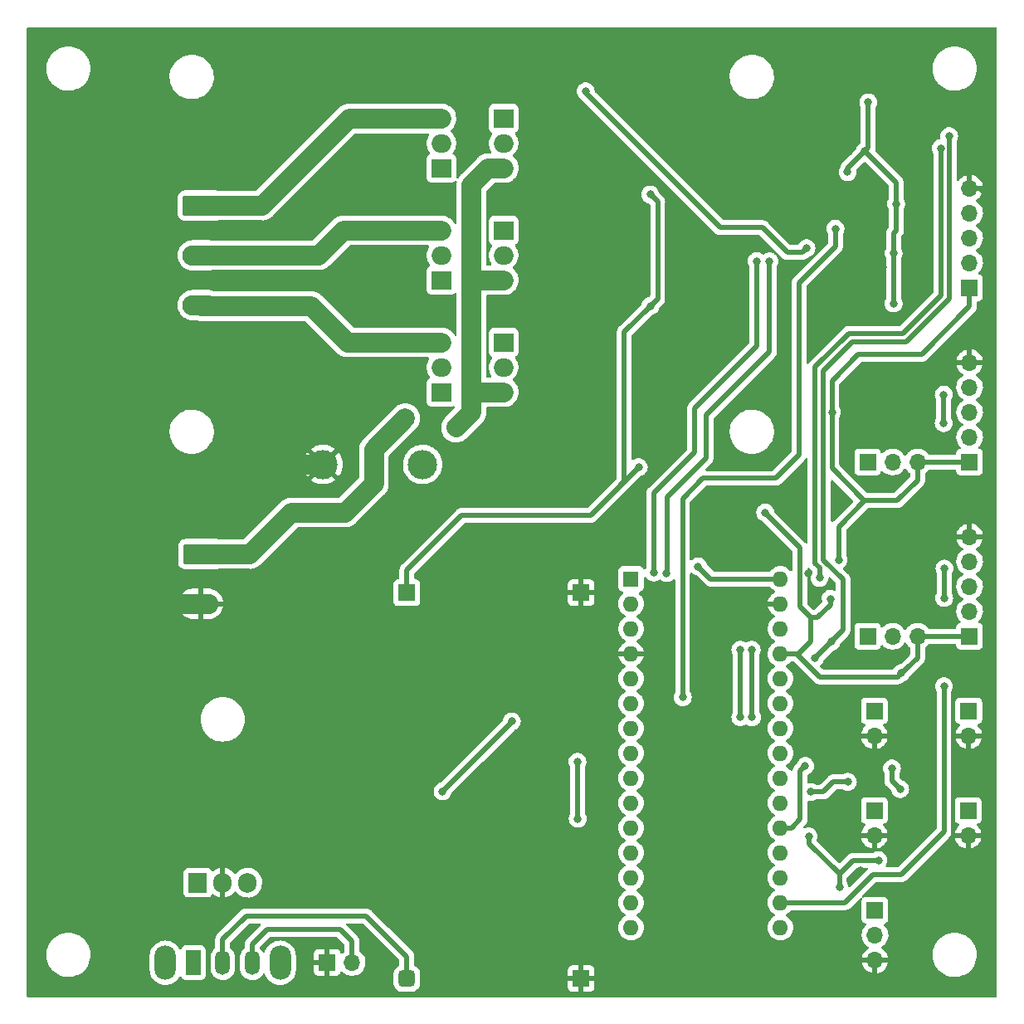
<source format=gbl>
G04 #@! TF.GenerationSoftware,KiCad,Pcbnew,(6.0.8)*
G04 #@! TF.CreationDate,2023-06-08T11:40:43-03:00*
G04 #@! TF.ProjectId,EcoMaua_BLDC_Controller_v0,45636f4d-6175-4615-9f42-4c44435f436f,rev?*
G04 #@! TF.SameCoordinates,Original*
G04 #@! TF.FileFunction,Copper,L2,Bot*
G04 #@! TF.FilePolarity,Positive*
%FSLAX46Y46*%
G04 Gerber Fmt 4.6, Leading zero omitted, Abs format (unit mm)*
G04 Created by KiCad (PCBNEW (6.0.8)) date 2023-06-08 11:40:43*
%MOMM*%
%LPD*%
G01*
G04 APERTURE LIST*
G04 Aperture macros list*
%AMRoundRect*
0 Rectangle with rounded corners*
0 $1 Rounding radius*
0 $2 $3 $4 $5 $6 $7 $8 $9 X,Y pos of 4 corners*
0 Add a 4 corners polygon primitive as box body*
4,1,4,$2,$3,$4,$5,$6,$7,$8,$9,$2,$3,0*
0 Add four circle primitives for the rounded corners*
1,1,$1+$1,$2,$3*
1,1,$1+$1,$4,$5*
1,1,$1+$1,$6,$7*
1,1,$1+$1,$8,$9*
0 Add four rect primitives between the rounded corners*
20,1,$1+$1,$2,$3,$4,$5,0*
20,1,$1+$1,$4,$5,$6,$7,0*
20,1,$1+$1,$6,$7,$8,$9,0*
20,1,$1+$1,$8,$9,$2,$3,0*%
G04 Aperture macros list end*
G04 #@! TA.AperFunction,ComponentPad*
%ADD10O,2.200000X3.500000*%
G04 #@! TD*
G04 #@! TA.AperFunction,ComponentPad*
%ADD11R,1.500000X2.500000*%
G04 #@! TD*
G04 #@! TA.AperFunction,ComponentPad*
%ADD12O,1.500000X2.500000*%
G04 #@! TD*
G04 #@! TA.AperFunction,ComponentPad*
%ADD13R,1.700000X1.700000*%
G04 #@! TD*
G04 #@! TA.AperFunction,ComponentPad*
%ADD14O,1.700000X1.700000*%
G04 #@! TD*
G04 #@! TA.AperFunction,ComponentPad*
%ADD15R,1.600000X1.600000*%
G04 #@! TD*
G04 #@! TA.AperFunction,ComponentPad*
%ADD16O,1.600000X1.600000*%
G04 #@! TD*
G04 #@! TA.AperFunction,ComponentPad*
%ADD17R,1.905000X2.000000*%
G04 #@! TD*
G04 #@! TA.AperFunction,ComponentPad*
%ADD18O,1.905000X2.000000*%
G04 #@! TD*
G04 #@! TA.AperFunction,ComponentPad*
%ADD19RoundRect,0.425000X0.425000X-0.425000X0.425000X0.425000X-0.425000X0.425000X-0.425000X-0.425000X0*%
G04 #@! TD*
G04 #@! TA.AperFunction,ComponentPad*
%ADD20RoundRect,0.249999X-1.550001X0.790001X-1.550001X-0.790001X1.550001X-0.790001X1.550001X0.790001X0*%
G04 #@! TD*
G04 #@! TA.AperFunction,ComponentPad*
%ADD21O,3.600000X2.080000*%
G04 #@! TD*
G04 #@! TA.AperFunction,ComponentPad*
%ADD22C,3.000000*%
G04 #@! TD*
G04 #@! TA.AperFunction,ComponentPad*
%ADD23O,3.000000X3.000000*%
G04 #@! TD*
G04 #@! TA.AperFunction,ComponentPad*
%ADD24R,2.000000X1.905000*%
G04 #@! TD*
G04 #@! TA.AperFunction,ComponentPad*
%ADD25O,2.000000X1.905000*%
G04 #@! TD*
G04 #@! TA.AperFunction,ComponentPad*
%ADD26C,1.905000*%
G04 #@! TD*
G04 #@! TA.AperFunction,ViaPad*
%ADD27C,0.800000*%
G04 #@! TD*
G04 #@! TA.AperFunction,ViaPad*
%ADD28C,2.000000*%
G04 #@! TD*
G04 #@! TA.AperFunction,Conductor*
%ADD29C,0.500000*%
G04 #@! TD*
G04 #@! TA.AperFunction,Conductor*
%ADD30C,2.000000*%
G04 #@! TD*
G04 APERTURE END LIST*
D10*
X122868000Y-134333500D03*
X111168000Y-134333500D03*
D11*
X114018000Y-134333500D03*
D12*
X117018000Y-134333500D03*
X120018000Y-134333500D03*
D13*
X183500000Y-108626000D03*
D14*
X183500000Y-111166000D03*
D13*
X193218000Y-65451000D03*
D14*
X193218000Y-62911000D03*
X193218000Y-60371000D03*
X193218000Y-57831000D03*
X193218000Y-55291000D03*
D15*
X158674000Y-95174000D03*
D16*
X158674000Y-97714000D03*
X158674000Y-100254000D03*
X158674000Y-102794000D03*
X158674000Y-105334000D03*
X158674000Y-107874000D03*
X158674000Y-110414000D03*
X158674000Y-112954000D03*
X158674000Y-115494000D03*
X158674000Y-118034000D03*
X158674000Y-120574000D03*
X158674000Y-123114000D03*
X158674000Y-125654000D03*
X158674000Y-128194000D03*
X158674000Y-130734000D03*
X173914000Y-130734000D03*
X173914000Y-128194000D03*
X173914000Y-125654000D03*
X173914000Y-123114000D03*
X173914000Y-120574000D03*
X173914000Y-118034000D03*
X173914000Y-115494000D03*
X173914000Y-112954000D03*
X173914000Y-110414000D03*
X173914000Y-107874000D03*
X173914000Y-105334000D03*
X173914000Y-102794000D03*
X173914000Y-100254000D03*
X173914000Y-97714000D03*
X173914000Y-95174000D03*
D17*
X114478000Y-126162000D03*
D18*
X117018000Y-126162000D03*
X119558000Y-126162000D03*
D13*
X193218000Y-83236000D03*
D14*
X193218000Y-80696000D03*
X193218000Y-78156000D03*
X193218000Y-75616000D03*
X193218000Y-73076000D03*
D13*
X183500000Y-118791000D03*
D14*
X183500000Y-121331000D03*
D19*
X135814000Y-135941000D03*
D13*
X153594000Y-135941000D03*
X153594000Y-96571000D03*
X135814000Y-96571000D03*
D20*
X114771500Y-92634000D03*
D21*
X114771500Y-97714000D03*
D22*
X127255800Y-83490000D03*
D23*
X137415800Y-83490000D03*
D13*
X183566000Y-128971000D03*
D14*
X183566000Y-131511000D03*
X183566000Y-134051000D03*
D13*
X193218000Y-101011000D03*
D14*
X193218000Y-98471000D03*
X193218000Y-95931000D03*
X193218000Y-93391000D03*
X193218000Y-90851000D03*
D13*
X182819000Y-83241000D03*
D14*
X185359000Y-83241000D03*
X187899000Y-83241000D03*
D13*
X182819000Y-101016000D03*
D14*
X185359000Y-101016000D03*
X187899000Y-101016000D03*
D13*
X193060000Y-118791000D03*
D14*
X193060000Y-121331000D03*
D13*
X127681000Y-134290000D03*
D14*
X130221000Y-134290000D03*
D20*
X114732000Y-57074000D03*
D21*
X114732000Y-62154000D03*
X114732000Y-67234000D03*
D13*
X193136000Y-108626000D03*
D14*
X193136000Y-111166000D03*
D24*
X145680500Y-48184000D03*
D25*
X145680500Y-50724000D03*
D26*
X145680500Y-53264000D03*
D24*
X145680500Y-71044000D03*
D25*
X145680500Y-73584000D03*
D26*
X145680500Y-76124000D03*
D24*
X139330500Y-53264000D03*
D25*
X139330500Y-50724000D03*
D26*
X139330500Y-48184000D03*
D24*
X139330500Y-64694000D03*
D25*
X139330500Y-62154000D03*
D26*
X139330500Y-59614000D03*
D24*
X145680500Y-59614000D03*
D25*
X145680500Y-62154000D03*
D26*
X145680500Y-64694000D03*
D24*
X139330500Y-76124000D03*
D25*
X139330500Y-73584000D03*
D26*
X139330500Y-71044000D03*
D27*
X191058800Y-99060000D03*
X146812000Y-126492000D03*
X185420000Y-126492000D03*
X193167000Y-51308000D03*
X147828000Y-74803000D03*
X150749000Y-78003400D03*
X147828000Y-63119000D03*
X121183400Y-53263800D03*
X164973000Y-115697000D03*
X165404800Y-101219000D03*
X152755600Y-91236800D03*
X163652200Y-67132200D03*
X175895000Y-52501800D03*
X123774200Y-101447600D03*
X180594000Y-103632000D03*
X170967400Y-115976400D03*
X101295200Y-126161800D03*
X136398000Y-43180000D03*
X115062000Y-113792000D03*
X121158000Y-64770000D03*
X183134000Y-94742000D03*
X139242800Y-56438800D03*
X189026800Y-115595400D03*
X187452000Y-88138000D03*
X132715000Y-99644200D03*
X107696000Y-43180000D03*
X170307000Y-57531000D03*
X178231800Y-53695100D03*
X155829000Y-129717800D03*
X160655000Y-43053000D03*
X169606200Y-50099200D03*
X122123200Y-97688400D03*
X180873400Y-51562000D03*
X181864000Y-40640000D03*
X184376838Y-63407738D03*
X166370000Y-73787000D03*
X191058800Y-81534000D03*
X161417000Y-121793000D03*
X150799800Y-55118000D03*
X136906000Y-107188000D03*
X194056000Y-127508000D03*
X118872000Y-113792000D03*
X141782800Y-51638200D03*
X101346000Y-105384600D03*
X144780000Y-121158000D03*
X165989000Y-59918600D03*
X176784000Y-94615000D03*
X127254000Y-79603600D03*
X177800000Y-97409000D03*
X169799000Y-89408000D03*
X183134000Y-76962000D03*
X112649000Y-113792000D03*
X159359600Y-81127600D03*
X179959000Y-64643000D03*
X117602000Y-113792000D03*
X139293600Y-67868800D03*
X183311800Y-56972200D03*
X150698200Y-66548000D03*
X107670600Y-85521800D03*
X177673000Y-70739000D03*
X134366000Y-92456000D03*
X154352012Y-85703388D03*
X162799900Y-102793800D03*
X134086600Y-56438800D03*
X171450000Y-135128000D03*
X179832000Y-87249000D03*
X120142000Y-113792000D03*
X121056400Y-76200000D03*
X155956000Y-110998000D03*
X156591000Y-81280000D03*
X113919000Y-113792000D03*
X147828000Y-51689000D03*
X163017200Y-70383400D03*
X121285000Y-113792000D03*
X152958800Y-81788000D03*
X162280600Y-80543400D03*
X166039800Y-54305200D03*
X184505600Y-58572400D03*
X168275000Y-109601000D03*
X134112000Y-67868800D03*
X182114756Y-124959797D03*
X116332000Y-113792000D03*
X153238200Y-119634000D03*
X153212800Y-113817400D03*
X171500800Y-62738000D03*
X160985200Y-94513400D03*
X172796200Y-62763400D03*
X162306000Y-94589600D03*
X163957000Y-107238800D03*
X179527200Y-59436000D03*
X169824400Y-102387400D03*
X169824400Y-109270800D03*
X170992800Y-102387400D03*
X171018200Y-109296200D03*
X190601600Y-106121200D03*
X176453800Y-114249200D03*
X177012600Y-116916200D03*
X180797200Y-115874800D03*
X190271400Y-51231800D03*
X177901600Y-95072851D03*
X177433100Y-103251000D03*
X179120800Y-101574600D03*
X191135000Y-49987200D03*
X179933600Y-126619000D03*
X186131200Y-116611400D03*
X179857400Y-93218000D03*
X179171600Y-78155800D03*
X180771800Y-53670200D03*
X182880710Y-46550388D03*
X183921400Y-123875800D03*
X182524400Y-51511200D03*
X185470800Y-67062500D03*
X185470800Y-61936500D03*
X172364400Y-88392000D03*
X186258200Y-104775000D03*
X179019200Y-97205800D03*
X185724800Y-56902500D03*
X176809400Y-121437400D03*
X185293000Y-114503200D03*
X139446000Y-116840000D03*
X146507200Y-109702600D03*
X165531800Y-93903800D03*
X160629600Y-55956200D03*
X160655000Y-67310000D03*
X159461200Y-83769200D03*
D28*
X135636000Y-78765400D03*
D27*
X154051000Y-45415200D03*
X176580800Y-61417200D03*
X190576200Y-76377800D03*
X190576200Y-79273400D03*
X190652400Y-94107000D03*
X190627000Y-97129600D03*
D28*
X140817600Y-79730600D03*
D29*
X168275000Y-109601000D02*
X168275000Y-113284000D01*
X166039800Y-54305200D02*
X166166800Y-54305200D01*
X165989000Y-59918600D02*
X165989000Y-65938400D01*
X195681600Y-89865200D02*
X195681600Y-110464600D01*
X164795200Y-67132200D02*
X163652200Y-67132200D01*
X183500000Y-111166000D02*
X185257800Y-111166000D01*
X189026800Y-117830600D02*
X189026800Y-115595400D01*
X183362600Y-58470800D02*
X183959500Y-57873900D01*
X195732400Y-56769000D02*
X195732400Y-73456800D01*
X150825000Y-96571000D02*
X148996400Y-98399600D01*
X168275000Y-113284000D02*
X170967400Y-115976400D01*
X168960600Y-97714000D02*
X173914000Y-97714000D01*
D30*
X115112800Y-88036400D02*
X111785400Y-88036400D01*
D29*
X185526400Y-121331000D02*
X187071000Y-119786400D01*
X195427600Y-73761600D02*
X195275200Y-73914000D01*
X184376838Y-63407738D02*
X183362600Y-62393500D01*
X176250600Y-52146200D02*
X180289200Y-52146200D01*
X195732400Y-73456800D02*
X195427600Y-73761600D01*
X150266400Y-130225800D02*
X150266400Y-105867200D01*
X193218000Y-90851000D02*
X194695800Y-90851000D01*
X177088300Y-53695100D02*
X178231800Y-53695100D01*
X150266400Y-105867200D02*
X153594000Y-102539600D01*
X193060000Y-125075000D02*
X193060000Y-121331000D01*
X165404800Y-101219000D02*
X165455600Y-101219000D01*
X194818200Y-73076000D02*
X193218000Y-73076000D01*
X195427600Y-73685400D02*
X194818200Y-73076000D01*
X147751800Y-99644200D02*
X132715000Y-99644200D01*
X183959500Y-57873900D02*
X184264300Y-57873900D01*
X169606200Y-50865800D02*
X169606200Y-50099200D01*
X165455600Y-101219000D02*
X168960600Y-97714000D01*
D30*
X109982000Y-95859600D02*
X111836400Y-97714000D01*
D29*
X195427600Y-73761600D02*
X195427600Y-73685400D01*
X153594000Y-100228600D02*
X153594000Y-96571000D01*
X193060000Y-121331000D02*
X194645000Y-121331000D01*
X175895000Y-52501800D02*
X177088300Y-53695100D01*
X163017200Y-70383400D02*
X163677600Y-69723000D01*
D30*
X119659200Y-83490000D02*
X115112800Y-88036400D01*
D29*
X152958800Y-81788000D02*
X154406600Y-83235800D01*
X194695800Y-90851000D02*
X195681600Y-89865200D01*
X153594000Y-102514600D02*
X153594000Y-100228600D01*
X122123200Y-97688400D02*
X122097600Y-97714000D01*
X153594000Y-96571000D02*
X153594000Y-92075200D01*
X185257800Y-111166000D02*
X189026800Y-114935000D01*
X195275200Y-73914000D02*
X195275200Y-90297000D01*
X195275200Y-90297000D02*
X195122800Y-90449400D01*
D30*
X111836400Y-97714000D02*
X114771500Y-97714000D01*
D29*
X154406600Y-83235800D02*
X154406600Y-85648800D01*
X187147200Y-131851400D02*
X187147200Y-130987800D01*
X166370000Y-72415400D02*
X163677600Y-69723000D01*
X195681600Y-120294400D02*
X195681600Y-110464600D01*
X193218000Y-55291000D02*
X194254400Y-55291000D01*
X153594000Y-92075200D02*
X152755600Y-91236800D01*
X183362600Y-56972200D02*
X184264300Y-57873900D01*
X122097600Y-97714000D02*
X114771500Y-97714000D01*
X163677600Y-67157600D02*
X163652200Y-67132200D01*
X183362600Y-62393500D02*
X183362600Y-58470800D01*
D30*
X127255800Y-83490000D02*
X119659200Y-83490000D01*
D29*
X166166800Y-54305200D02*
X169606200Y-50865800D01*
X183500000Y-121331000D02*
X185526400Y-121331000D01*
X154635200Y-83235800D02*
X154406600Y-83235800D01*
X184505600Y-58115200D02*
X184264300Y-57873900D01*
X183311800Y-56972200D02*
X183362600Y-56972200D01*
X153873400Y-102794000D02*
X153594000Y-102514600D01*
X162280600Y-80543400D02*
X159943800Y-80543400D01*
X194980200Y-111166000D02*
X193136000Y-111166000D01*
D30*
X111785400Y-88036400D02*
X109982000Y-89839800D01*
D29*
X162799700Y-102794000D02*
X158674000Y-102794000D01*
X148996400Y-98399600D02*
X147751800Y-99644200D01*
X194254400Y-55291000D02*
X195732400Y-56769000D01*
D30*
X109982000Y-89839800D02*
X109982000Y-95859600D01*
D29*
X183566000Y-134051000D02*
X184947600Y-134051000D01*
X163677600Y-69723000D02*
X163677600Y-67157600D01*
X153594000Y-96571000D02*
X150825000Y-96571000D01*
X187071000Y-119786400D02*
X189026800Y-117830600D01*
X153594000Y-133553400D02*
X150266400Y-130225800D01*
X166370000Y-73787000D02*
X166370000Y-72415400D01*
X175895000Y-52501800D02*
X176250600Y-52146200D01*
X189026800Y-114935000D02*
X189026800Y-115595400D01*
X180289200Y-52146200D02*
X180873400Y-51562000D01*
X158674000Y-102794000D02*
X153873400Y-102794000D01*
X184947600Y-134051000D02*
X187147200Y-131851400D01*
X162799900Y-102793800D02*
X162799700Y-102794000D01*
X159943800Y-80543400D02*
X159359600Y-81127600D01*
X153594000Y-135941000D02*
X153594000Y-133553400D01*
X184505600Y-58572400D02*
X184505600Y-58115200D01*
X187147200Y-130987800D02*
X193060000Y-125075000D01*
X156591000Y-81280000D02*
X154635200Y-83235800D01*
X165989000Y-65938400D02*
X164795200Y-67132200D01*
X195681600Y-110464600D02*
X194980200Y-111166000D01*
X194645000Y-121331000D02*
X195681600Y-120294400D01*
X153594000Y-102539600D02*
X153594000Y-100228600D01*
X153238200Y-119634000D02*
X153238200Y-113842800D01*
X153238200Y-113842800D02*
X153212800Y-113817400D01*
X171500800Y-62738000D02*
X171500800Y-71424800D01*
X165176200Y-77749400D02*
X165176200Y-82245200D01*
X165176200Y-82245200D02*
X160985200Y-86436200D01*
X160985200Y-86436200D02*
X160985200Y-94513400D01*
X171500800Y-71424800D02*
X165176200Y-77749400D01*
X172796200Y-62763400D02*
X172796200Y-71983600D01*
X162331400Y-86817200D02*
X162331400Y-94564200D01*
X166319200Y-82829400D02*
X162331400Y-86817200D01*
X172796200Y-71983600D02*
X166319200Y-78460600D01*
X162331400Y-94564200D02*
X162306000Y-94589600D01*
X166319200Y-78460600D02*
X166319200Y-82829400D01*
X166014400Y-84912200D02*
X173431200Y-84912200D01*
X163957000Y-107238800D02*
X163931600Y-107213400D01*
X175818800Y-64973200D02*
X179527200Y-61264800D01*
X163931600Y-107213400D02*
X163931600Y-86995000D01*
X179527200Y-61264800D02*
X179527200Y-59436000D01*
X163931600Y-86995000D02*
X166014400Y-84912200D01*
X175818800Y-82524600D02*
X175818800Y-64973200D01*
X173431200Y-84912200D02*
X175818800Y-82524600D01*
X169824400Y-109270800D02*
X169824400Y-102387400D01*
X170992800Y-109270800D02*
X171018200Y-109296200D01*
X170992800Y-102387400D02*
X170992800Y-109270800D01*
X183388000Y-125323600D02*
X186258200Y-125323600D01*
X186258200Y-125323600D02*
X190601600Y-120980200D01*
X190601600Y-120980200D02*
X190601600Y-106121200D01*
X180517600Y-128194000D02*
X183388000Y-125323600D01*
X173914000Y-128194000D02*
X180517600Y-128194000D01*
X175920400Y-114782600D02*
X176453800Y-114249200D01*
X173914000Y-120574000D02*
X175056600Y-120574000D01*
X175920400Y-119710200D02*
X175920400Y-114782600D01*
X175056600Y-120574000D02*
X175920400Y-119710200D01*
X178282600Y-116916200D02*
X179324000Y-115874800D01*
X179324000Y-115874800D02*
X180797200Y-115874800D01*
X177012600Y-116916200D02*
X178282600Y-116916200D01*
X177469800Y-93572949D02*
X177901600Y-94004749D01*
X177901600Y-94004749D02*
X177901600Y-95072851D01*
X190271400Y-66281625D02*
X186449025Y-70104000D01*
X190271400Y-51231800D02*
X190271400Y-66281625D01*
X177469800Y-73558400D02*
X177469800Y-93572949D01*
X186449025Y-70104000D02*
X180924200Y-70104000D01*
X180924200Y-70104000D02*
X177469800Y-73558400D01*
X191135000Y-49987200D02*
X191135000Y-66624200D01*
X177444400Y-103251000D02*
X179120800Y-101574600D01*
X180289200Y-100406200D02*
X179120800Y-101574600D01*
X177433100Y-103251000D02*
X177444400Y-103251000D01*
X186766200Y-70993000D02*
X181254400Y-70993000D01*
X191135000Y-66624200D02*
X186766200Y-70993000D01*
X180289200Y-95199200D02*
X180289200Y-100406200D01*
X181254400Y-70993000D02*
X178321600Y-73925800D01*
X178321600Y-73925800D02*
X178321600Y-93231600D01*
X178321600Y-93231600D02*
X180289200Y-95199200D01*
X182880710Y-46550388D02*
X182880000Y-46551098D01*
X179171600Y-78155800D02*
X179171600Y-83896200D01*
X187899000Y-103235800D02*
X186867800Y-104267000D01*
X182880000Y-51155600D02*
X182524400Y-51511200D01*
X183921400Y-123875800D02*
X181356000Y-123875800D01*
X176809400Y-122174000D02*
X176809400Y-121437400D01*
X173914000Y-102794000D02*
X175031600Y-102794000D01*
X193218000Y-101011000D02*
X187904000Y-101011000D01*
X185877200Y-105156000D02*
X186258200Y-104775000D01*
X187899000Y-85100200D02*
X187899000Y-83241000D01*
X179933600Y-126619000D02*
X179933600Y-125298200D01*
X181864000Y-72263000D02*
X188315600Y-72263000D01*
X179171600Y-74955400D02*
X181864000Y-72263000D01*
X179171600Y-78155800D02*
X179171600Y-74955400D01*
X187904000Y-101011000D02*
X187899000Y-101016000D01*
X175031600Y-102794000D02*
X175742400Y-102794000D01*
X172364400Y-88392000D02*
X172364400Y-88468200D01*
X176987200Y-101549200D02*
X176987200Y-99110800D01*
X185470800Y-61936500D02*
X185470800Y-59893200D01*
X185293000Y-114503200D02*
X185293000Y-115773200D01*
X179019200Y-97205800D02*
X179019200Y-97790000D01*
X179933600Y-125298200D02*
X176809400Y-122174000D01*
X179019200Y-97790000D02*
X177698400Y-99110800D01*
X185736600Y-59627400D02*
X185736600Y-56914300D01*
X182880000Y-46551098D02*
X182880000Y-51155600D01*
X177698400Y-99110800D02*
X176987200Y-99110800D01*
X180771800Y-53263800D02*
X180771800Y-53670200D01*
X175895000Y-91998800D02*
X175895000Y-98018600D01*
X183362600Y-87172800D02*
X185826400Y-87172800D01*
X177952400Y-105156000D02*
X185877200Y-105156000D01*
X185470800Y-59893200D02*
X185736600Y-59627400D01*
X182524400Y-51511200D02*
X180771800Y-53263800D01*
X172364400Y-88468200D02*
X175895000Y-91998800D01*
X185724800Y-54711600D02*
X182524400Y-51511200D01*
X185293000Y-115773200D02*
X186131200Y-116611400D01*
X175031600Y-102794000D02*
X175590400Y-102794000D01*
X185470800Y-67062500D02*
X185470800Y-61936500D01*
X185736600Y-56914300D02*
X185724800Y-56902500D01*
X193218000Y-83236000D02*
X187904000Y-83236000D01*
X186359800Y-104775000D02*
X186258200Y-104775000D01*
X187899000Y-101016000D02*
X187899000Y-103235800D01*
X179857400Y-89839800D02*
X179857400Y-93218000D01*
X175895000Y-98018600D02*
X176987200Y-99110800D01*
X179171600Y-83896200D02*
X182448200Y-87172800D01*
X188315600Y-72263000D02*
X193218000Y-67360600D01*
X186867800Y-104267000D02*
X186359800Y-104775000D01*
X185724800Y-56902500D02*
X185724800Y-54711600D01*
X175742400Y-102794000D02*
X176987200Y-101549200D01*
X175590400Y-102794000D02*
X177952400Y-105156000D01*
X183362600Y-87172800D02*
X182524400Y-87172800D01*
X181356000Y-123875800D02*
X179933600Y-125298200D01*
X185826400Y-87172800D02*
X187899000Y-85100200D01*
X193218000Y-67360600D02*
X193218000Y-65451000D01*
X182448200Y-87172800D02*
X183362600Y-87172800D01*
X182524400Y-87172800D02*
X179857400Y-89839800D01*
X187904000Y-83236000D02*
X187899000Y-83241000D01*
X173914000Y-95174000D02*
X166802000Y-95174000D01*
X146507200Y-109778800D02*
X146507200Y-109702600D01*
X139446000Y-116840000D02*
X146507200Y-109778800D01*
X166802000Y-95174000D02*
X165531800Y-93903800D01*
X149123400Y-88696800D02*
X154533600Y-88696800D01*
X157988000Y-85242400D02*
X156438600Y-86791800D01*
X156438600Y-86791800D02*
X159461200Y-83769200D01*
X141376400Y-88696800D02*
X149123400Y-88696800D01*
X160629600Y-55956200D02*
X161391600Y-56718200D01*
X138328400Y-91744800D02*
X141376400Y-88696800D01*
X135814000Y-94259200D02*
X138328400Y-91744800D01*
X157988000Y-69977000D02*
X157988000Y-85242400D01*
X161391600Y-56718200D02*
X161391600Y-66573400D01*
X161391600Y-66573400D02*
X160655000Y-67310000D01*
X160655000Y-67310000D02*
X157988000Y-69977000D01*
X154533600Y-88696800D02*
X156438600Y-86791800D01*
X135814000Y-96571000D02*
X135814000Y-94259200D01*
D30*
X138753705Y-48209200D02*
X129895600Y-48209200D01*
X129895600Y-48209200D02*
X121030800Y-57074000D01*
X138778905Y-48184000D02*
X138753705Y-48209200D01*
X121030800Y-57074000D02*
X114732000Y-57074000D01*
X139330500Y-48184000D02*
X138778905Y-48184000D01*
X126771200Y-62154000D02*
X114732000Y-62154000D01*
X129311200Y-59614000D02*
X126771200Y-62154000D01*
X139330500Y-59614000D02*
X129311200Y-59614000D01*
X126060000Y-67335200D02*
X114833200Y-67335200D01*
X129768800Y-71044000D02*
X126060000Y-67335200D01*
X114833200Y-67335200D02*
X114732000Y-67234000D01*
X139330500Y-71044000D02*
X129768800Y-71044000D01*
X129514600Y-88392000D02*
X132435600Y-85471000D01*
X119760800Y-92634000D02*
X124002800Y-88392000D01*
X114771500Y-92634000D02*
X119760800Y-92634000D01*
X132435600Y-81965800D02*
X135636000Y-78765400D01*
X132435600Y-85471000D02*
X132435600Y-81965800D01*
X124002800Y-88392000D02*
X129514600Y-88392000D01*
D29*
X174625000Y-61874400D02*
X176123600Y-61874400D01*
X167767000Y-59334400D02*
X172085000Y-59334400D01*
X154051000Y-45618400D02*
X167767000Y-59334400D01*
X176123600Y-61874400D02*
X176580800Y-61417200D01*
X154051000Y-45415200D02*
X154051000Y-45618400D01*
X172085000Y-59334400D02*
X174625000Y-61874400D01*
X120018000Y-134333500D02*
X120018000Y-132432600D01*
X120018000Y-132432600D02*
X121550200Y-130900400D01*
X121550200Y-130900400D02*
X128970000Y-130900400D01*
X128970000Y-130900400D02*
X130221000Y-132151400D01*
X130221000Y-132151400D02*
X130221000Y-134290000D01*
X190576200Y-76377800D02*
X190576200Y-79273400D01*
X190627000Y-97129600D02*
X190652400Y-97104200D01*
X190652400Y-97104200D02*
X190652400Y-94107000D01*
X142747800Y-76124000D02*
X142392400Y-76479400D01*
D30*
X142392400Y-54965600D02*
X142392400Y-65024000D01*
X142392400Y-72034400D02*
X142392400Y-76479400D01*
X142392400Y-76479400D02*
X142392400Y-78155800D01*
X145680500Y-64694000D02*
X142722400Y-64694000D01*
X144094000Y-53264000D02*
X142392400Y-54965600D01*
X145680500Y-53264000D02*
X144094000Y-53264000D01*
X142392400Y-78155800D02*
X140817600Y-79730600D01*
X142392400Y-66624200D02*
X142392400Y-72034400D01*
X142722400Y-64694000D02*
X142392400Y-65024000D01*
X145680500Y-76124000D02*
X142747800Y-76124000D01*
X142392400Y-65024000D02*
X142392400Y-66624200D01*
D29*
X135814000Y-133705800D02*
X135814000Y-135941000D01*
X117018000Y-131952800D02*
X119430800Y-129540000D01*
X131648200Y-129540000D02*
X135814000Y-133705800D01*
X117018000Y-134333500D02*
X117018000Y-131952800D01*
X119430800Y-129540000D02*
X131648200Y-129540000D01*
G04 #@! TA.AperFunction,Conductor*
G36*
X195953621Y-38882502D02*
G01*
X196000114Y-38936158D01*
X196011500Y-38988500D01*
X196011500Y-137719500D01*
X195991498Y-137787621D01*
X195937842Y-137834114D01*
X195885500Y-137845500D01*
X97154500Y-137845500D01*
X97086379Y-137825498D01*
X97039886Y-137771842D01*
X97028500Y-137719500D01*
X97028500Y-133575404D01*
X99006941Y-133575404D01*
X99007304Y-133579552D01*
X99007304Y-133579556D01*
X99013519Y-133650590D01*
X99033091Y-133874292D01*
X99034001Y-133878364D01*
X99034002Y-133878369D01*
X99097628Y-134163016D01*
X99098540Y-134167095D01*
X99202140Y-134448671D01*
X99204084Y-134452359D01*
X99204088Y-134452367D01*
X99318724Y-134669794D01*
X99342069Y-134714071D01*
X99515871Y-134958633D01*
X99720490Y-135178061D01*
X99952333Y-135368498D01*
X100207325Y-135526600D01*
X100480988Y-135649589D01*
X100654164Y-135701215D01*
X100764514Y-135734112D01*
X100764516Y-135734112D01*
X100768513Y-135735304D01*
X100772633Y-135735957D01*
X100772635Y-135735957D01*
X100891509Y-135754785D01*
X101064848Y-135782239D01*
X101107577Y-135784179D01*
X101157262Y-135786436D01*
X101157281Y-135786436D01*
X101158681Y-135786500D01*
X101346107Y-135786500D01*
X101569370Y-135771671D01*
X101573464Y-135770846D01*
X101573468Y-135770845D01*
X101714513Y-135742405D01*
X101863480Y-135712368D01*
X102147163Y-135614688D01*
X102150896Y-135612819D01*
X102150900Y-135612817D01*
X102411691Y-135482222D01*
X102411693Y-135482221D01*
X102415435Y-135480347D01*
X102562489Y-135380410D01*
X102660125Y-135314057D01*
X102660128Y-135314055D01*
X102663584Y-135311706D01*
X102887248Y-135111726D01*
X102929285Y-135062681D01*
X102942983Y-135046699D01*
X109559500Y-135046699D01*
X109574391Y-135235903D01*
X109575545Y-135240710D01*
X109575546Y-135240716D01*
X109596388Y-135327529D01*
X109633495Y-135482091D01*
X109635388Y-135486662D01*
X109635389Y-135486664D01*
X109726128Y-135705726D01*
X109730384Y-135716002D01*
X109862672Y-135931876D01*
X110027102Y-136124398D01*
X110219624Y-136288828D01*
X110435498Y-136421116D01*
X110440068Y-136423009D01*
X110440072Y-136423011D01*
X110664836Y-136516111D01*
X110669409Y-136518005D01*
X110754032Y-136538321D01*
X110910784Y-136575954D01*
X110910790Y-136575955D01*
X110915597Y-136577109D01*
X111168000Y-136596974D01*
X111420403Y-136577109D01*
X111425210Y-136575955D01*
X111425216Y-136575954D01*
X111581968Y-136538321D01*
X111666591Y-136518005D01*
X111671164Y-136516111D01*
X111895928Y-136423011D01*
X111895932Y-136423009D01*
X111900502Y-136421116D01*
X112116376Y-136288828D01*
X112308898Y-136124398D01*
X112473328Y-135931876D01*
X112575612Y-135764964D01*
X112628260Y-135717333D01*
X112698301Y-135705726D01*
X112763499Y-135733829D01*
X112801027Y-135786570D01*
X112814232Y-135821796D01*
X112814233Y-135821797D01*
X112817385Y-135830205D01*
X112904739Y-135946761D01*
X113021295Y-136034115D01*
X113157684Y-136085245D01*
X113219866Y-136092000D01*
X114816134Y-136092000D01*
X114878316Y-136085245D01*
X115014705Y-136034115D01*
X115131261Y-135946761D01*
X115218615Y-135830205D01*
X115269745Y-135693816D01*
X115276500Y-135631634D01*
X115276500Y-134890499D01*
X115759500Y-134890499D01*
X115759749Y-134893286D01*
X115759749Y-134893292D01*
X115765277Y-134955226D01*
X115774383Y-135057262D01*
X115775864Y-135062676D01*
X115775865Y-135062681D01*
X115805031Y-135169292D01*
X115833663Y-135273951D01*
X115836075Y-135279009D01*
X115836077Y-135279013D01*
X115862386Y-135334171D01*
X115930378Y-135476718D01*
X116061471Y-135659154D01*
X116121507Y-135717333D01*
X116192882Y-135786500D01*
X116222799Y-135815492D01*
X116409262Y-135940790D01*
X116614967Y-136031088D01*
X116620418Y-136032397D01*
X116620422Y-136032398D01*
X116827954Y-136082222D01*
X116833411Y-136083532D01*
X116917475Y-136088379D01*
X117052083Y-136096140D01*
X117052086Y-136096140D01*
X117057690Y-136096463D01*
X117280715Y-136069475D01*
X117495435Y-136003418D01*
X117500415Y-136000848D01*
X117500419Y-136000846D01*
X117690081Y-135902954D01*
X117690082Y-135902954D01*
X117695064Y-135900382D01*
X117873292Y-135763623D01*
X118024485Y-135597464D01*
X118047572Y-135560661D01*
X118140885Y-135411905D01*
X118143864Y-135407156D01*
X118227656Y-135198717D01*
X118273213Y-134978733D01*
X118274568Y-134955226D01*
X118276395Y-134923548D01*
X118276395Y-134923544D01*
X118276500Y-134921725D01*
X118276500Y-133776501D01*
X118275326Y-133763340D01*
X118267413Y-133674680D01*
X118261617Y-133609738D01*
X118252225Y-133575404D01*
X118220498Y-133459435D01*
X118202337Y-133393049D01*
X118185497Y-133357742D01*
X118136536Y-133255095D01*
X118105622Y-133190282D01*
X117974529Y-133007846D01*
X117814815Y-132853072D01*
X117779815Y-132791302D01*
X117776500Y-132762588D01*
X117776500Y-132319171D01*
X117796502Y-132251050D01*
X117813405Y-132230076D01*
X119708076Y-130335405D01*
X119770388Y-130301379D01*
X119797171Y-130298500D01*
X120775229Y-130298500D01*
X120843350Y-130318502D01*
X120889843Y-130372158D01*
X120899947Y-130442432D01*
X120870453Y-130507012D01*
X120864324Y-130513595D01*
X119529089Y-131848830D01*
X119514677Y-131861216D01*
X119503082Y-131869749D01*
X119503077Y-131869754D01*
X119497182Y-131874092D01*
X119492443Y-131879670D01*
X119492440Y-131879673D01*
X119462965Y-131914368D01*
X119456035Y-131921884D01*
X119450340Y-131927579D01*
X119448060Y-131930461D01*
X119432719Y-131949851D01*
X119429928Y-131953255D01*
X119387409Y-132003303D01*
X119382667Y-132008885D01*
X119379339Y-132015401D01*
X119375972Y-132020450D01*
X119372805Y-132025579D01*
X119368266Y-132031316D01*
X119337345Y-132097475D01*
X119335442Y-132101369D01*
X119302231Y-132166408D01*
X119300492Y-132173516D01*
X119298393Y-132179159D01*
X119296476Y-132184922D01*
X119293378Y-132191550D01*
X119291888Y-132198712D01*
X119291888Y-132198713D01*
X119278514Y-132263012D01*
X119277544Y-132267296D01*
X119260192Y-132338210D01*
X119259500Y-132349364D01*
X119259464Y-132349362D01*
X119259225Y-132353355D01*
X119258851Y-132357547D01*
X119257360Y-132364715D01*
X119257558Y-132372032D01*
X119259454Y-132442121D01*
X119259500Y-132445528D01*
X119259500Y-132766969D01*
X119239498Y-132835090D01*
X119210204Y-132866931D01*
X119167159Y-132899961D01*
X119167155Y-132899965D01*
X119162708Y-132903377D01*
X119011515Y-133069536D01*
X119008537Y-133074283D01*
X119008535Y-133074286D01*
X118930808Y-133198195D01*
X118892136Y-133259844D01*
X118808344Y-133468283D01*
X118762787Y-133688267D01*
X118759500Y-133745275D01*
X118759500Y-134890499D01*
X118759749Y-134893286D01*
X118759749Y-134893292D01*
X118765277Y-134955226D01*
X118774383Y-135057262D01*
X118775864Y-135062676D01*
X118775865Y-135062681D01*
X118805031Y-135169292D01*
X118833663Y-135273951D01*
X118836075Y-135279009D01*
X118836077Y-135279013D01*
X118862386Y-135334171D01*
X118930378Y-135476718D01*
X119061471Y-135659154D01*
X119121507Y-135717333D01*
X119192882Y-135786500D01*
X119222799Y-135815492D01*
X119409262Y-135940790D01*
X119614967Y-136031088D01*
X119620418Y-136032397D01*
X119620422Y-136032398D01*
X119827954Y-136082222D01*
X119833411Y-136083532D01*
X119917475Y-136088379D01*
X120052083Y-136096140D01*
X120052086Y-136096140D01*
X120057690Y-136096463D01*
X120280715Y-136069475D01*
X120495435Y-136003418D01*
X120500415Y-136000848D01*
X120500419Y-136000846D01*
X120690081Y-135902954D01*
X120690082Y-135902954D01*
X120695064Y-135900382D01*
X120873292Y-135763623D01*
X121024485Y-135597464D01*
X121032438Y-135584786D01*
X121109757Y-135461530D01*
X121162900Y-135414452D01*
X121233059Y-135403580D01*
X121297959Y-135432364D01*
X121331790Y-135482797D01*
X121333495Y-135482091D01*
X121426128Y-135705726D01*
X121430384Y-135716002D01*
X121562672Y-135931876D01*
X121727102Y-136124398D01*
X121919624Y-136288828D01*
X122135498Y-136421116D01*
X122140068Y-136423009D01*
X122140072Y-136423011D01*
X122364836Y-136516111D01*
X122369409Y-136518005D01*
X122454032Y-136538321D01*
X122610784Y-136575954D01*
X122610790Y-136575955D01*
X122615597Y-136577109D01*
X122868000Y-136596974D01*
X123120403Y-136577109D01*
X123125210Y-136575955D01*
X123125216Y-136575954D01*
X123281968Y-136538321D01*
X123366591Y-136518005D01*
X123371164Y-136516111D01*
X123595928Y-136423011D01*
X123595932Y-136423009D01*
X123600502Y-136421116D01*
X123816376Y-136288828D01*
X124008898Y-136124398D01*
X124173328Y-135931876D01*
X124305616Y-135716002D01*
X124309873Y-135705726D01*
X124400611Y-135486664D01*
X124400612Y-135486662D01*
X124402505Y-135482091D01*
X124439612Y-135327529D01*
X124460454Y-135240716D01*
X124460455Y-135240710D01*
X124461609Y-135235903D01*
X124465641Y-135184669D01*
X126323001Y-135184669D01*
X126323371Y-135191490D01*
X126328895Y-135242352D01*
X126332521Y-135257604D01*
X126377676Y-135378054D01*
X126386214Y-135393649D01*
X126462715Y-135495724D01*
X126475276Y-135508285D01*
X126577351Y-135584786D01*
X126592946Y-135593324D01*
X126713394Y-135638478D01*
X126728649Y-135642105D01*
X126779514Y-135647631D01*
X126786328Y-135648000D01*
X127408885Y-135648000D01*
X127424124Y-135643525D01*
X127425329Y-135642135D01*
X127427000Y-135634452D01*
X127427000Y-134562115D01*
X127422525Y-134546876D01*
X127421135Y-134545671D01*
X127413452Y-134544000D01*
X126341116Y-134544000D01*
X126325877Y-134548475D01*
X126324672Y-134549865D01*
X126323001Y-134557548D01*
X126323001Y-135184669D01*
X124465641Y-135184669D01*
X124476500Y-135046699D01*
X124476500Y-134017885D01*
X126323000Y-134017885D01*
X126327475Y-134033124D01*
X126328865Y-134034329D01*
X126336548Y-134036000D01*
X127408885Y-134036000D01*
X127424124Y-134031525D01*
X127425329Y-134030135D01*
X127427000Y-134022452D01*
X127427000Y-132950116D01*
X127422525Y-132934877D01*
X127421135Y-132933672D01*
X127413452Y-132932001D01*
X126786331Y-132932001D01*
X126779510Y-132932371D01*
X126728648Y-132937895D01*
X126713396Y-132941521D01*
X126592946Y-132986676D01*
X126577351Y-132995214D01*
X126475276Y-133071715D01*
X126462715Y-133084276D01*
X126386214Y-133186351D01*
X126377676Y-133201946D01*
X126332522Y-133322394D01*
X126328895Y-133337649D01*
X126323369Y-133388514D01*
X126323000Y-133395328D01*
X126323000Y-134017885D01*
X124476500Y-134017885D01*
X124476500Y-133620301D01*
X124476231Y-133616875D01*
X124465178Y-133476444D01*
X124461609Y-133431097D01*
X124452911Y-133394864D01*
X124416089Y-133241490D01*
X124402505Y-133184909D01*
X124400611Y-133180336D01*
X124307511Y-132955572D01*
X124307509Y-132955568D01*
X124305616Y-132950998D01*
X124173328Y-132735124D01*
X124008898Y-132542602D01*
X123816376Y-132378172D01*
X123600502Y-132245884D01*
X123595932Y-132243991D01*
X123595928Y-132243989D01*
X123371164Y-132150889D01*
X123371162Y-132150888D01*
X123366591Y-132148995D01*
X123268235Y-132125382D01*
X123125216Y-132091046D01*
X123125210Y-132091045D01*
X123120403Y-132089891D01*
X122868000Y-132070026D01*
X122615597Y-132089891D01*
X122610790Y-132091045D01*
X122610784Y-132091046D01*
X122467765Y-132125382D01*
X122369409Y-132148995D01*
X122364838Y-132150888D01*
X122364836Y-132150889D01*
X122140072Y-132243989D01*
X122140068Y-132243991D01*
X122135498Y-132245884D01*
X121919624Y-132378172D01*
X121727102Y-132542602D01*
X121562672Y-132735124D01*
X121430384Y-132950998D01*
X121428491Y-132955568D01*
X121428489Y-132955572D01*
X121412069Y-132995214D01*
X121335390Y-133180336D01*
X121334586Y-133182276D01*
X121290038Y-133237557D01*
X121222674Y-133259978D01*
X121153883Y-133242420D01*
X121109722Y-133198195D01*
X121108036Y-133195344D01*
X121105622Y-133190282D01*
X121102350Y-133185729D01*
X121102348Y-133185725D01*
X120977805Y-133012405D01*
X120974529Y-133007846D01*
X120833291Y-132870977D01*
X120798292Y-132809208D01*
X120802244Y-132738321D01*
X120831882Y-132691399D01*
X121827476Y-131695805D01*
X121889788Y-131661779D01*
X121916571Y-131658900D01*
X128603629Y-131658900D01*
X128671750Y-131678902D01*
X128692724Y-131695805D01*
X129425595Y-132428676D01*
X129459621Y-132490988D01*
X129462500Y-132517771D01*
X129462500Y-133097655D01*
X129442498Y-133165776D01*
X129412153Y-133198415D01*
X129323402Y-133265051D01*
X129315965Y-133270635D01*
X129312393Y-133274373D01*
X129234898Y-133355466D01*
X129173374Y-133390895D01*
X129102462Y-133387438D01*
X129044676Y-133346192D01*
X129025823Y-133312644D01*
X128984324Y-133201946D01*
X128975786Y-133186351D01*
X128899285Y-133084276D01*
X128886724Y-133071715D01*
X128784649Y-132995214D01*
X128769054Y-132986676D01*
X128648606Y-132941522D01*
X128633351Y-132937895D01*
X128582486Y-132932369D01*
X128575672Y-132932000D01*
X127953115Y-132932000D01*
X127937876Y-132936475D01*
X127936671Y-132937865D01*
X127935000Y-132945548D01*
X127935000Y-135629884D01*
X127939475Y-135645123D01*
X127940865Y-135646328D01*
X127948548Y-135647999D01*
X128575669Y-135647999D01*
X128582490Y-135647629D01*
X128633352Y-135642105D01*
X128648604Y-135638479D01*
X128769054Y-135593324D01*
X128784649Y-135584786D01*
X128886724Y-135508285D01*
X128899285Y-135495724D01*
X128975786Y-135393649D01*
X128984324Y-135378054D01*
X129025225Y-135268952D01*
X129067867Y-135212188D01*
X129134428Y-135187488D01*
X129203777Y-135202696D01*
X129238444Y-135230684D01*
X129263865Y-135260031D01*
X129263869Y-135260035D01*
X129267250Y-135263938D01*
X129439126Y-135406632D01*
X129632000Y-135519338D01*
X129636825Y-135521180D01*
X129636826Y-135521181D01*
X129709612Y-135548975D01*
X129840692Y-135599030D01*
X129845760Y-135600061D01*
X129845763Y-135600062D01*
X129953017Y-135621883D01*
X130059597Y-135643567D01*
X130064772Y-135643757D01*
X130064774Y-135643757D01*
X130277673Y-135651564D01*
X130277677Y-135651564D01*
X130282837Y-135651753D01*
X130287957Y-135651097D01*
X130287959Y-135651097D01*
X130499288Y-135624025D01*
X130499289Y-135624025D01*
X130504416Y-135623368D01*
X130576939Y-135601610D01*
X130713429Y-135560661D01*
X130713434Y-135560659D01*
X130718384Y-135559174D01*
X130918994Y-135460896D01*
X131100860Y-135331173D01*
X131259096Y-135173489D01*
X131346634Y-135051667D01*
X131386435Y-134996277D01*
X131389453Y-134992077D01*
X131398328Y-134974121D01*
X131486136Y-134796453D01*
X131486137Y-134796451D01*
X131488430Y-134791811D01*
X131536894Y-134632297D01*
X131551865Y-134583023D01*
X131551865Y-134583021D01*
X131553370Y-134578069D01*
X131582529Y-134356590D01*
X131583448Y-134318966D01*
X131584074Y-134293365D01*
X131584074Y-134293361D01*
X131584156Y-134290000D01*
X131565852Y-134067361D01*
X131511431Y-133850702D01*
X131422354Y-133645840D01*
X131347491Y-133530119D01*
X131303822Y-133462617D01*
X131303820Y-133462614D01*
X131301014Y-133458277D01*
X131150670Y-133293051D01*
X131073980Y-133232484D01*
X131027407Y-133195703D01*
X130986345Y-133137785D01*
X130979500Y-133096821D01*
X130979500Y-132218469D01*
X130980933Y-132199518D01*
X130981056Y-132198713D01*
X130984199Y-132178051D01*
X130979915Y-132125382D01*
X130979500Y-132115167D01*
X130979500Y-132107107D01*
X130976211Y-132078893D01*
X130975778Y-132074518D01*
X130970454Y-132009061D01*
X130970453Y-132009058D01*
X130969860Y-132001763D01*
X130967604Y-131994799D01*
X130966413Y-131988840D01*
X130965029Y-131982985D01*
X130964182Y-131975719D01*
X130939265Y-131907073D01*
X130937848Y-131902945D01*
X130917607Y-131840464D01*
X130917606Y-131840462D01*
X130915351Y-131833501D01*
X130911555Y-131827246D01*
X130909049Y-131821772D01*
X130906330Y-131816342D01*
X130903833Y-131809463D01*
X130889434Y-131787501D01*
X130863814Y-131748424D01*
X130861467Y-131744705D01*
X130858732Y-131740198D01*
X130823595Y-131682293D01*
X130816197Y-131673916D01*
X130816224Y-131673892D01*
X130813571Y-131670900D01*
X130810868Y-131667667D01*
X130806856Y-131661548D01*
X130750617Y-131608272D01*
X130748175Y-131605894D01*
X129655876Y-130513595D01*
X129621850Y-130451283D01*
X129626915Y-130380468D01*
X129669462Y-130323632D01*
X129735982Y-130298821D01*
X129744971Y-130298500D01*
X131281829Y-130298500D01*
X131349950Y-130318502D01*
X131370924Y-130335405D01*
X135018595Y-133983076D01*
X135052621Y-134045388D01*
X135055500Y-134072171D01*
X135055500Y-134561022D01*
X135035498Y-134629143D01*
X134986703Y-134673289D01*
X134877779Y-134728789D01*
X134725280Y-134852280D01*
X134601789Y-135004779D01*
X134512702Y-135179621D01*
X134510994Y-135185994D01*
X134510994Y-135185995D01*
X134472094Y-135331173D01*
X134461914Y-135369164D01*
X134461461Y-135374918D01*
X134461461Y-135374920D01*
X134455694Y-135448204D01*
X134455500Y-135450663D01*
X134455501Y-136431336D01*
X134461914Y-136512836D01*
X134512702Y-136702379D01*
X134601789Y-136877221D01*
X134725280Y-137029720D01*
X134877779Y-137153211D01*
X135052621Y-137242298D01*
X135058994Y-137244006D01*
X135058995Y-137244006D01*
X135236587Y-137291592D01*
X135236591Y-137291593D01*
X135242164Y-137293086D01*
X135247920Y-137293539D01*
X135321206Y-137299307D01*
X135321215Y-137299307D01*
X135323663Y-137299500D01*
X135813801Y-137299500D01*
X136304336Y-137299499D01*
X136354220Y-137295574D01*
X136380082Y-137293539D01*
X136380085Y-137293539D01*
X136385836Y-137293086D01*
X136575379Y-137242298D01*
X136750221Y-137153211D01*
X136902720Y-137029720D01*
X137026211Y-136877221D01*
X137047383Y-136835669D01*
X152236001Y-136835669D01*
X152236371Y-136842490D01*
X152241895Y-136893352D01*
X152245521Y-136908604D01*
X152290676Y-137029054D01*
X152299214Y-137044649D01*
X152375715Y-137146724D01*
X152388276Y-137159285D01*
X152490351Y-137235786D01*
X152505946Y-137244324D01*
X152626394Y-137289478D01*
X152641649Y-137293105D01*
X152692514Y-137298631D01*
X152699328Y-137299000D01*
X153321885Y-137299000D01*
X153337124Y-137294525D01*
X153338329Y-137293135D01*
X153340000Y-137285452D01*
X153340000Y-137280884D01*
X153848000Y-137280884D01*
X153852475Y-137296123D01*
X153853865Y-137297328D01*
X153861548Y-137298999D01*
X154488669Y-137298999D01*
X154495490Y-137298629D01*
X154546352Y-137293105D01*
X154561604Y-137289479D01*
X154682054Y-137244324D01*
X154697649Y-137235786D01*
X154799724Y-137159285D01*
X154812285Y-137146724D01*
X154888786Y-137044649D01*
X154897324Y-137029054D01*
X154942478Y-136908606D01*
X154946105Y-136893351D01*
X154951631Y-136842486D01*
X154952000Y-136835672D01*
X154952000Y-136213115D01*
X154947525Y-136197876D01*
X154946135Y-136196671D01*
X154938452Y-136195000D01*
X153866115Y-136195000D01*
X153850876Y-136199475D01*
X153849671Y-136200865D01*
X153848000Y-136208548D01*
X153848000Y-137280884D01*
X153340000Y-137280884D01*
X153340000Y-136213115D01*
X153335525Y-136197876D01*
X153334135Y-136196671D01*
X153326452Y-136195000D01*
X152254116Y-136195000D01*
X152238877Y-136199475D01*
X152237672Y-136200865D01*
X152236001Y-136208548D01*
X152236001Y-136835669D01*
X137047383Y-136835669D01*
X137115298Y-136702379D01*
X137149174Y-136575954D01*
X137164592Y-136518413D01*
X137164593Y-136518409D01*
X137166086Y-136512836D01*
X137166539Y-136507080D01*
X137172307Y-136433794D01*
X137172307Y-136433785D01*
X137172500Y-136431337D01*
X137172499Y-135668885D01*
X152236000Y-135668885D01*
X152240475Y-135684124D01*
X152241865Y-135685329D01*
X152249548Y-135687000D01*
X153321885Y-135687000D01*
X153337124Y-135682525D01*
X153338329Y-135681135D01*
X153340000Y-135673452D01*
X153340000Y-135668885D01*
X153848000Y-135668885D01*
X153852475Y-135684124D01*
X153853865Y-135685329D01*
X153861548Y-135687000D01*
X154933884Y-135687000D01*
X154949123Y-135682525D01*
X154950328Y-135681135D01*
X154951999Y-135673452D01*
X154951999Y-135046331D01*
X154951629Y-135039510D01*
X154946105Y-134988648D01*
X154942479Y-134973396D01*
X154897324Y-134852946D01*
X154888786Y-134837351D01*
X154812285Y-134735276D01*
X154799724Y-134722715D01*
X154697649Y-134646214D01*
X154682054Y-134637676D01*
X154561606Y-134592522D01*
X154546351Y-134588895D01*
X154495486Y-134583369D01*
X154488672Y-134583000D01*
X153866115Y-134583000D01*
X153850876Y-134587475D01*
X153849671Y-134588865D01*
X153848000Y-134596548D01*
X153848000Y-135668885D01*
X153340000Y-135668885D01*
X153340000Y-134601116D01*
X153335525Y-134585877D01*
X153334135Y-134584672D01*
X153326452Y-134583001D01*
X152699331Y-134583001D01*
X152692510Y-134583371D01*
X152641648Y-134588895D01*
X152626396Y-134592521D01*
X152505946Y-134637676D01*
X152490351Y-134646214D01*
X152388276Y-134722715D01*
X152375715Y-134735276D01*
X152299214Y-134837351D01*
X152290676Y-134852946D01*
X152245522Y-134973394D01*
X152241895Y-134988649D01*
X152236369Y-135039514D01*
X152236000Y-135046328D01*
X152236000Y-135668885D01*
X137172499Y-135668885D01*
X137172499Y-135450664D01*
X137167363Y-135385393D01*
X137166539Y-135374918D01*
X137166539Y-135374915D01*
X137166086Y-135369164D01*
X137115298Y-135179621D01*
X137026211Y-135004779D01*
X136902720Y-134852280D01*
X136750221Y-134728789D01*
X136641297Y-134673289D01*
X136589682Y-134624540D01*
X136572500Y-134561022D01*
X136572500Y-134318966D01*
X182234257Y-134318966D01*
X182264565Y-134453446D01*
X182267645Y-134463275D01*
X182347770Y-134660603D01*
X182352413Y-134669794D01*
X182463694Y-134851388D01*
X182469777Y-134859699D01*
X182609213Y-135020667D01*
X182616580Y-135027883D01*
X182780434Y-135163916D01*
X182788881Y-135169831D01*
X182972756Y-135277279D01*
X182982042Y-135281729D01*
X183181001Y-135357703D01*
X183190899Y-135360579D01*
X183294250Y-135381606D01*
X183308299Y-135380410D01*
X183312000Y-135370065D01*
X183312000Y-135369517D01*
X183820000Y-135369517D01*
X183824064Y-135383359D01*
X183837478Y-135385393D01*
X183844184Y-135384534D01*
X183854262Y-135382392D01*
X184058255Y-135321191D01*
X184067842Y-135317433D01*
X184259095Y-135223739D01*
X184267945Y-135218464D01*
X184441328Y-135094792D01*
X184449200Y-135088139D01*
X184600052Y-134937812D01*
X184606730Y-134929965D01*
X184731003Y-134757020D01*
X184736313Y-134748183D01*
X184830670Y-134557267D01*
X184834469Y-134547672D01*
X184896377Y-134343910D01*
X184898555Y-134333837D01*
X184899986Y-134322962D01*
X184897775Y-134308778D01*
X184884617Y-134305000D01*
X183838115Y-134305000D01*
X183822876Y-134309475D01*
X183821671Y-134310865D01*
X183820000Y-134318548D01*
X183820000Y-135369517D01*
X183312000Y-135369517D01*
X183312000Y-134323115D01*
X183307525Y-134307876D01*
X183306135Y-134306671D01*
X183298452Y-134305000D01*
X182249225Y-134305000D01*
X182235694Y-134308973D01*
X182234257Y-134318966D01*
X136572500Y-134318966D01*
X136572500Y-133772870D01*
X136573933Y-133753920D01*
X136576099Y-133739685D01*
X136576099Y-133739681D01*
X136577199Y-133732451D01*
X136572915Y-133679782D01*
X136572500Y-133669567D01*
X136572500Y-133661507D01*
X136569209Y-133633280D01*
X136568778Y-133628921D01*
X136566777Y-133604319D01*
X136562860Y-133556164D01*
X136560605Y-133549203D01*
X136559418Y-133543263D01*
X136558029Y-133537388D01*
X136557182Y-133530119D01*
X136532264Y-133461470D01*
X136530847Y-133457342D01*
X136510607Y-133394864D01*
X136510606Y-133394862D01*
X136508351Y-133387901D01*
X136504555Y-133381646D01*
X136502049Y-133376172D01*
X136499330Y-133370742D01*
X136496833Y-133363863D01*
X136456814Y-133302824D01*
X136454467Y-133299105D01*
X136453109Y-133296867D01*
X136416595Y-133236693D01*
X136409197Y-133228316D01*
X136409224Y-133228292D01*
X136406571Y-133225300D01*
X136403868Y-133222067D01*
X136399856Y-133215948D01*
X136343617Y-133162672D01*
X136341175Y-133160294D01*
X133914881Y-130734000D01*
X157360502Y-130734000D01*
X157380457Y-130962087D01*
X157381881Y-130967400D01*
X157381881Y-130967402D01*
X157401416Y-131040305D01*
X157439716Y-131183243D01*
X157442039Y-131188224D01*
X157442039Y-131188225D01*
X157534151Y-131385762D01*
X157534154Y-131385767D01*
X157536477Y-131390749D01*
X157600968Y-131482851D01*
X157664636Y-131573778D01*
X157667802Y-131578300D01*
X157829700Y-131740198D01*
X157834208Y-131743355D01*
X157834211Y-131743357D01*
X157891130Y-131783212D01*
X158017251Y-131871523D01*
X158022233Y-131873846D01*
X158022238Y-131873849D01*
X158219775Y-131965961D01*
X158224757Y-131968284D01*
X158230065Y-131969706D01*
X158230067Y-131969707D01*
X158440598Y-132026119D01*
X158440600Y-132026119D01*
X158445913Y-132027543D01*
X158674000Y-132047498D01*
X158902087Y-132027543D01*
X158907400Y-132026119D01*
X158907402Y-132026119D01*
X159117933Y-131969707D01*
X159117935Y-131969706D01*
X159123243Y-131968284D01*
X159128225Y-131965961D01*
X159325762Y-131873849D01*
X159325767Y-131873846D01*
X159330749Y-131871523D01*
X159456870Y-131783212D01*
X159513789Y-131743357D01*
X159513792Y-131743355D01*
X159518300Y-131740198D01*
X159680198Y-131578300D01*
X159683365Y-131573778D01*
X159747032Y-131482851D01*
X159811523Y-131390749D01*
X159813846Y-131385767D01*
X159813849Y-131385762D01*
X159905961Y-131188225D01*
X159905961Y-131188224D01*
X159908284Y-131183243D01*
X159946585Y-131040305D01*
X159966119Y-130967402D01*
X159966119Y-130967400D01*
X159967543Y-130962087D01*
X159987498Y-130734000D01*
X159967543Y-130505913D01*
X159933930Y-130380468D01*
X159909707Y-130290067D01*
X159909706Y-130290065D01*
X159908284Y-130284757D01*
X159899644Y-130266229D01*
X159813849Y-130082238D01*
X159813846Y-130082233D01*
X159811523Y-130077251D01*
X159680198Y-129889700D01*
X159518300Y-129727802D01*
X159513792Y-129724645D01*
X159513789Y-129724643D01*
X159435611Y-129669902D01*
X159330749Y-129596477D01*
X159325767Y-129594154D01*
X159325762Y-129594151D01*
X159291543Y-129578195D01*
X159238258Y-129531278D01*
X159218797Y-129463001D01*
X159239339Y-129395041D01*
X159291543Y-129349805D01*
X159325762Y-129333849D01*
X159325767Y-129333846D01*
X159330749Y-129331523D01*
X159435611Y-129258098D01*
X159513789Y-129203357D01*
X159513792Y-129203355D01*
X159518300Y-129200198D01*
X159680198Y-129038300D01*
X159689454Y-129025082D01*
X159742579Y-128949211D01*
X159811523Y-128850749D01*
X159813846Y-128845767D01*
X159813849Y-128845762D01*
X159905961Y-128648225D01*
X159905961Y-128648224D01*
X159908284Y-128643243D01*
X159967543Y-128422087D01*
X159987498Y-128194000D01*
X159967543Y-127965913D01*
X159942994Y-127874295D01*
X159909707Y-127750067D01*
X159909706Y-127750065D01*
X159908284Y-127744757D01*
X159886332Y-127697680D01*
X159813849Y-127542238D01*
X159813846Y-127542233D01*
X159811523Y-127537251D01*
X159680198Y-127349700D01*
X159518300Y-127187802D01*
X159513792Y-127184645D01*
X159513789Y-127184643D01*
X159353949Y-127072722D01*
X159330749Y-127056477D01*
X159325767Y-127054154D01*
X159325762Y-127054151D01*
X159291543Y-127038195D01*
X159238258Y-126991278D01*
X159218797Y-126923001D01*
X159239339Y-126855041D01*
X159291543Y-126809805D01*
X159325762Y-126793849D01*
X159325767Y-126793846D01*
X159330749Y-126791523D01*
X159487244Y-126681944D01*
X159513789Y-126663357D01*
X159513792Y-126663355D01*
X159518300Y-126660198D01*
X159680198Y-126498300D01*
X159686581Y-126489185D01*
X159808366Y-126315257D01*
X159811523Y-126310749D01*
X159813846Y-126305767D01*
X159813849Y-126305762D01*
X159905961Y-126108225D01*
X159905961Y-126108224D01*
X159908284Y-126103243D01*
X159916533Y-126072460D01*
X159966119Y-125887402D01*
X159966119Y-125887400D01*
X159967543Y-125882087D01*
X159987498Y-125654000D01*
X159967543Y-125425913D01*
X159965262Y-125417399D01*
X159909707Y-125210067D01*
X159909706Y-125210065D01*
X159908284Y-125204757D01*
X159900552Y-125188175D01*
X159813849Y-125002238D01*
X159813846Y-125002233D01*
X159811523Y-124997251D01*
X159707993Y-124849395D01*
X159683357Y-124814211D01*
X159683355Y-124814208D01*
X159680198Y-124809700D01*
X159518300Y-124647802D01*
X159513792Y-124644645D01*
X159513789Y-124644643D01*
X159435611Y-124589902D01*
X159330749Y-124516477D01*
X159325767Y-124514154D01*
X159325762Y-124514151D01*
X159291543Y-124498195D01*
X159238258Y-124451278D01*
X159218797Y-124383001D01*
X159239339Y-124315041D01*
X159291543Y-124269805D01*
X159325762Y-124253849D01*
X159325767Y-124253846D01*
X159330749Y-124251523D01*
X159446533Y-124170450D01*
X159513789Y-124123357D01*
X159513792Y-124123355D01*
X159518300Y-124120198D01*
X159680198Y-123958300D01*
X159811523Y-123770749D01*
X159813846Y-123765767D01*
X159813849Y-123765762D01*
X159905961Y-123568225D01*
X159905961Y-123568224D01*
X159908284Y-123563243D01*
X159925627Y-123498521D01*
X159966119Y-123347402D01*
X159966120Y-123347398D01*
X159967543Y-123342087D01*
X159987498Y-123114000D01*
X159967543Y-122885913D01*
X159908284Y-122664757D01*
X159869086Y-122580695D01*
X159813849Y-122462238D01*
X159813846Y-122462233D01*
X159811523Y-122457251D01*
X159706934Y-122307883D01*
X159683357Y-122274211D01*
X159683355Y-122274208D01*
X159680198Y-122269700D01*
X159518300Y-122107802D01*
X159513792Y-122104645D01*
X159513789Y-122104643D01*
X159417213Y-122037020D01*
X159330749Y-121976477D01*
X159325767Y-121974154D01*
X159325762Y-121974151D01*
X159291543Y-121958195D01*
X159238258Y-121911278D01*
X159218797Y-121843001D01*
X159239339Y-121775041D01*
X159291543Y-121729805D01*
X159325762Y-121713849D01*
X159325767Y-121713846D01*
X159330749Y-121711523D01*
X159455873Y-121623910D01*
X159513789Y-121583357D01*
X159513792Y-121583355D01*
X159518300Y-121580198D01*
X159680198Y-121418300D01*
X159698369Y-121392350D01*
X159742579Y-121329211D01*
X159811523Y-121230749D01*
X159813846Y-121225767D01*
X159813849Y-121225762D01*
X159905961Y-121028225D01*
X159905961Y-121028224D01*
X159908284Y-121023243D01*
X159923282Y-120967272D01*
X159966119Y-120807402D01*
X159966119Y-120807400D01*
X159967543Y-120802087D01*
X159987498Y-120574000D01*
X159967543Y-120345913D01*
X159965336Y-120337677D01*
X159909707Y-120130067D01*
X159909706Y-120130065D01*
X159908284Y-120124757D01*
X159902095Y-120111484D01*
X159813849Y-119922238D01*
X159813846Y-119922233D01*
X159811523Y-119917251D01*
X159680198Y-119729700D01*
X159518300Y-119567802D01*
X159513792Y-119564645D01*
X159513789Y-119564643D01*
X159435611Y-119509902D01*
X159330749Y-119436477D01*
X159325767Y-119434154D01*
X159325762Y-119434151D01*
X159291543Y-119418195D01*
X159238258Y-119371278D01*
X159218797Y-119303001D01*
X159239339Y-119235041D01*
X159291543Y-119189805D01*
X159325762Y-119173849D01*
X159325767Y-119173846D01*
X159330749Y-119171523D01*
X159437177Y-119097001D01*
X159513789Y-119043357D01*
X159513792Y-119043355D01*
X159518300Y-119040198D01*
X159680198Y-118878300D01*
X159811523Y-118690749D01*
X159813846Y-118685767D01*
X159813849Y-118685762D01*
X159905961Y-118488225D01*
X159905961Y-118488224D01*
X159908284Y-118483243D01*
X159967543Y-118262087D01*
X159987498Y-118034000D01*
X159967543Y-117805913D01*
X159966119Y-117800598D01*
X159909707Y-117590067D01*
X159909706Y-117590065D01*
X159908284Y-117584757D01*
X159905961Y-117579775D01*
X159813849Y-117382238D01*
X159813846Y-117382233D01*
X159811523Y-117377251D01*
X159680198Y-117189700D01*
X159518300Y-117027802D01*
X159513792Y-117024645D01*
X159513789Y-117024643D01*
X159435611Y-116969902D01*
X159330749Y-116896477D01*
X159325767Y-116894154D01*
X159325762Y-116894151D01*
X159291543Y-116878195D01*
X159238258Y-116831278D01*
X159218797Y-116763001D01*
X159239339Y-116695041D01*
X159291543Y-116649805D01*
X159325762Y-116633849D01*
X159325767Y-116633846D01*
X159330749Y-116631523D01*
X159448954Y-116548755D01*
X159513789Y-116503357D01*
X159513792Y-116503355D01*
X159518300Y-116500198D01*
X159680198Y-116338300D01*
X159700873Y-116308774D01*
X159753145Y-116234121D01*
X159811523Y-116150749D01*
X159813846Y-116145767D01*
X159813849Y-116145762D01*
X159905961Y-115948225D01*
X159905961Y-115948224D01*
X159908284Y-115943243D01*
X159910339Y-115935576D01*
X159966119Y-115727402D01*
X159966119Y-115727400D01*
X159967543Y-115722087D01*
X159987498Y-115494000D01*
X159967543Y-115265913D01*
X159950108Y-115200845D01*
X159909707Y-115050067D01*
X159909706Y-115050065D01*
X159908284Y-115044757D01*
X159890214Y-115006006D01*
X159813849Y-114842238D01*
X159813846Y-114842233D01*
X159811523Y-114837251D01*
X159680198Y-114649700D01*
X159518300Y-114487802D01*
X159513792Y-114484645D01*
X159513789Y-114484643D01*
X159435611Y-114429902D01*
X159330749Y-114356477D01*
X159325767Y-114354154D01*
X159325762Y-114354151D01*
X159291543Y-114338195D01*
X159238258Y-114291278D01*
X159218797Y-114223001D01*
X159239339Y-114155041D01*
X159291543Y-114109805D01*
X159325762Y-114093849D01*
X159325767Y-114093846D01*
X159330749Y-114091523D01*
X159450992Y-114007328D01*
X159513789Y-113963357D01*
X159513792Y-113963355D01*
X159518300Y-113960198D01*
X159680198Y-113798300D01*
X159811523Y-113610749D01*
X159813846Y-113605767D01*
X159813849Y-113605762D01*
X159905961Y-113408225D01*
X159905961Y-113408224D01*
X159908284Y-113403243D01*
X159925043Y-113340700D01*
X159966119Y-113187402D01*
X159966119Y-113187400D01*
X159967543Y-113182087D01*
X159987498Y-112954000D01*
X159967543Y-112725913D01*
X159908284Y-112504757D01*
X159905961Y-112499775D01*
X159813849Y-112302238D01*
X159813846Y-112302233D01*
X159811523Y-112297251D01*
X159703433Y-112142883D01*
X159683357Y-112114211D01*
X159683355Y-112114208D01*
X159680198Y-112109700D01*
X159518300Y-111947802D01*
X159513792Y-111944645D01*
X159513789Y-111944643D01*
X159397452Y-111863183D01*
X159330749Y-111816477D01*
X159325767Y-111814154D01*
X159325762Y-111814151D01*
X159291543Y-111798195D01*
X159238258Y-111751278D01*
X159218797Y-111683001D01*
X159239339Y-111615041D01*
X159291543Y-111569805D01*
X159325762Y-111553849D01*
X159325767Y-111553846D01*
X159330749Y-111551523D01*
X159455827Y-111463942D01*
X159513789Y-111423357D01*
X159513792Y-111423355D01*
X159518300Y-111420198D01*
X159680198Y-111258300D01*
X159811523Y-111070749D01*
X159813846Y-111065767D01*
X159813849Y-111065762D01*
X159905961Y-110868225D01*
X159905961Y-110868224D01*
X159908284Y-110863243D01*
X159967543Y-110642087D01*
X159987498Y-110414000D01*
X159967543Y-110185913D01*
X159965771Y-110179300D01*
X159909707Y-109970067D01*
X159909706Y-109970065D01*
X159908284Y-109964757D01*
X159898957Y-109944755D01*
X159813849Y-109762238D01*
X159813846Y-109762233D01*
X159811523Y-109757251D01*
X159680198Y-109569700D01*
X159518300Y-109407802D01*
X159513792Y-109404645D01*
X159513789Y-109404643D01*
X159417654Y-109337329D01*
X159330749Y-109276477D01*
X159325767Y-109274154D01*
X159325762Y-109274151D01*
X159318575Y-109270800D01*
X168910896Y-109270800D01*
X168930858Y-109460728D01*
X168989873Y-109642356D01*
X169085360Y-109807744D01*
X169089778Y-109812651D01*
X169089779Y-109812652D01*
X169187542Y-109921229D01*
X169213147Y-109949666D01*
X169367648Y-110061918D01*
X169373676Y-110064602D01*
X169373678Y-110064603D01*
X169536081Y-110136909D01*
X169542112Y-110139594D01*
X169635513Y-110159447D01*
X169722456Y-110177928D01*
X169722461Y-110177928D01*
X169728913Y-110179300D01*
X169919887Y-110179300D01*
X169926339Y-110177928D01*
X169926344Y-110177928D01*
X170013288Y-110159447D01*
X170106688Y-110139594D01*
X170112719Y-110136909D01*
X170275122Y-110064603D01*
X170275124Y-110064602D01*
X170281152Y-110061918D01*
X170329759Y-110026603D01*
X170396627Y-110002744D01*
X170465778Y-110018825D01*
X170477881Y-110026603D01*
X170543332Y-110074156D01*
X170561448Y-110087318D01*
X170567476Y-110090002D01*
X170567478Y-110090003D01*
X170678862Y-110139594D01*
X170735912Y-110164994D01*
X170809323Y-110180598D01*
X170916256Y-110203328D01*
X170916261Y-110203328D01*
X170922713Y-110204700D01*
X171113687Y-110204700D01*
X171120139Y-110203328D01*
X171120144Y-110203328D01*
X171227077Y-110180598D01*
X171300488Y-110164994D01*
X171357538Y-110139594D01*
X171468922Y-110090003D01*
X171468924Y-110090002D01*
X171474952Y-110087318D01*
X171501719Y-110067871D01*
X171576736Y-110013367D01*
X171629453Y-109975066D01*
X171656745Y-109944755D01*
X171752821Y-109838052D01*
X171752822Y-109838051D01*
X171757240Y-109833144D01*
X171821002Y-109722705D01*
X171849423Y-109673479D01*
X171849424Y-109673478D01*
X171852727Y-109667756D01*
X171911742Y-109486128D01*
X171915102Y-109454165D01*
X171931014Y-109302765D01*
X171931704Y-109296200D01*
X171922955Y-109212959D01*
X171912432Y-109112835D01*
X171912432Y-109112833D01*
X171911742Y-109106272D01*
X171852727Y-108924644D01*
X171847369Y-108915363D01*
X171768181Y-108778206D01*
X171751300Y-108715206D01*
X171751300Y-102924399D01*
X171768181Y-102861399D01*
X171824023Y-102764679D01*
X171824024Y-102764678D01*
X171827327Y-102758956D01*
X171886342Y-102577328D01*
X171888101Y-102560598D01*
X171905614Y-102393965D01*
X171906304Y-102387400D01*
X171901317Y-102339947D01*
X171887032Y-102204035D01*
X171887032Y-102204033D01*
X171886342Y-102197472D01*
X171827327Y-102015844D01*
X171810115Y-101986031D01*
X171770566Y-101917531D01*
X171731840Y-101850456D01*
X171708911Y-101824990D01*
X171608475Y-101713445D01*
X171608474Y-101713444D01*
X171604053Y-101708534D01*
X171449552Y-101596282D01*
X171443524Y-101593598D01*
X171443522Y-101593597D01*
X171281119Y-101521291D01*
X171281118Y-101521291D01*
X171275088Y-101518606D01*
X171181688Y-101498753D01*
X171094744Y-101480272D01*
X171094739Y-101480272D01*
X171088287Y-101478900D01*
X170897313Y-101478900D01*
X170890861Y-101480272D01*
X170890856Y-101480272D01*
X170803912Y-101498753D01*
X170710512Y-101518606D01*
X170704482Y-101521291D01*
X170704481Y-101521291D01*
X170542078Y-101593597D01*
X170542076Y-101593598D01*
X170536048Y-101596282D01*
X170530707Y-101600162D01*
X170530706Y-101600163D01*
X170482661Y-101635070D01*
X170415793Y-101658929D01*
X170346642Y-101642848D01*
X170334539Y-101635070D01*
X170286494Y-101600163D01*
X170286493Y-101600162D01*
X170281152Y-101596282D01*
X170275124Y-101593598D01*
X170275122Y-101593597D01*
X170112719Y-101521291D01*
X170112718Y-101521291D01*
X170106688Y-101518606D01*
X170013288Y-101498753D01*
X169926344Y-101480272D01*
X169926339Y-101480272D01*
X169919887Y-101478900D01*
X169728913Y-101478900D01*
X169722461Y-101480272D01*
X169722456Y-101480272D01*
X169635512Y-101498753D01*
X169542112Y-101518606D01*
X169536082Y-101521291D01*
X169536081Y-101521291D01*
X169373678Y-101593597D01*
X169373676Y-101593598D01*
X169367648Y-101596282D01*
X169213147Y-101708534D01*
X169208726Y-101713444D01*
X169208725Y-101713445D01*
X169108290Y-101824990D01*
X169085360Y-101850456D01*
X169046634Y-101917531D01*
X169007086Y-101986031D01*
X168989873Y-102015844D01*
X168930858Y-102197472D01*
X168930168Y-102204033D01*
X168930168Y-102204035D01*
X168915883Y-102339947D01*
X168910896Y-102387400D01*
X168911586Y-102393965D01*
X168929100Y-102560598D01*
X168930858Y-102577328D01*
X168989873Y-102758956D01*
X168993176Y-102764678D01*
X168993177Y-102764679D01*
X169049019Y-102861399D01*
X169065900Y-102924399D01*
X169065900Y-108733801D01*
X169049019Y-108796800D01*
X168989873Y-108899244D01*
X168930858Y-109080872D01*
X168930168Y-109087433D01*
X168930168Y-109087435D01*
X168924328Y-109143001D01*
X168910896Y-109270800D01*
X159318575Y-109270800D01*
X159291543Y-109258195D01*
X159238258Y-109211278D01*
X159218797Y-109143001D01*
X159239339Y-109075041D01*
X159291543Y-109029805D01*
X159325762Y-109013849D01*
X159325767Y-109013846D01*
X159330749Y-109011523D01*
X159466880Y-108916203D01*
X159513789Y-108883357D01*
X159513792Y-108883355D01*
X159518300Y-108880198D01*
X159680198Y-108718300D01*
X159811523Y-108530749D01*
X159813846Y-108525767D01*
X159813849Y-108525762D01*
X159905961Y-108328225D01*
X159905961Y-108328224D01*
X159908284Y-108323243D01*
X159966068Y-108107594D01*
X159966119Y-108107402D01*
X159966119Y-108107400D01*
X159967543Y-108102087D01*
X159987498Y-107874000D01*
X159967543Y-107645913D01*
X159959549Y-107616079D01*
X159909707Y-107430067D01*
X159909706Y-107430065D01*
X159908284Y-107424757D01*
X159864458Y-107330771D01*
X159813849Y-107222238D01*
X159813846Y-107222233D01*
X159811523Y-107217251D01*
X159698218Y-107055435D01*
X159683357Y-107034211D01*
X159683355Y-107034208D01*
X159680198Y-107029700D01*
X159518300Y-106867802D01*
X159513792Y-106864645D01*
X159513789Y-106864643D01*
X159344056Y-106745795D01*
X159330749Y-106736477D01*
X159325767Y-106734154D01*
X159325762Y-106734151D01*
X159291543Y-106718195D01*
X159238258Y-106671278D01*
X159218797Y-106603001D01*
X159239339Y-106535041D01*
X159291543Y-106489805D01*
X159325762Y-106473849D01*
X159325767Y-106473846D01*
X159330749Y-106471523D01*
X159435611Y-106398098D01*
X159513789Y-106343357D01*
X159513792Y-106343355D01*
X159518300Y-106340198D01*
X159680198Y-106178300D01*
X159811523Y-105990749D01*
X159813846Y-105985767D01*
X159813849Y-105985762D01*
X159905961Y-105788225D01*
X159905961Y-105788224D01*
X159908284Y-105783243D01*
X159914889Y-105758595D01*
X159966119Y-105567402D01*
X159966119Y-105567400D01*
X159967543Y-105562087D01*
X159987498Y-105334000D01*
X159967543Y-105105913D01*
X159966119Y-105100598D01*
X159909707Y-104890067D01*
X159909706Y-104890065D01*
X159908284Y-104884757D01*
X159905961Y-104879775D01*
X159813849Y-104682238D01*
X159813846Y-104682233D01*
X159811523Y-104677251D01*
X159680198Y-104489700D01*
X159518300Y-104327802D01*
X159513792Y-104324645D01*
X159513789Y-104324643D01*
X159383120Y-104233148D01*
X159330749Y-104196477D01*
X159325767Y-104194154D01*
X159325762Y-104194151D01*
X159290951Y-104177919D01*
X159237666Y-104131002D01*
X159218205Y-104062725D01*
X159238747Y-103994765D01*
X159290951Y-103949529D01*
X159325511Y-103933414D01*
X159335007Y-103927931D01*
X159513467Y-103802972D01*
X159521875Y-103795916D01*
X159675916Y-103641875D01*
X159682972Y-103633467D01*
X159807931Y-103455007D01*
X159813414Y-103445511D01*
X159905490Y-103248053D01*
X159909236Y-103237761D01*
X159955394Y-103065497D01*
X159955058Y-103051401D01*
X159947116Y-103048000D01*
X157406033Y-103048000D01*
X157392502Y-103051973D01*
X157391273Y-103060522D01*
X157438764Y-103237761D01*
X157442510Y-103248053D01*
X157534586Y-103445511D01*
X157540069Y-103455007D01*
X157665028Y-103633467D01*
X157672084Y-103641875D01*
X157826125Y-103795916D01*
X157834533Y-103802972D01*
X158012993Y-103927931D01*
X158022489Y-103933414D01*
X158057049Y-103949529D01*
X158110334Y-103996446D01*
X158129795Y-104064723D01*
X158109253Y-104132683D01*
X158057049Y-104177919D01*
X158022238Y-104194151D01*
X158022233Y-104194154D01*
X158017251Y-104196477D01*
X157964880Y-104233148D01*
X157834211Y-104324643D01*
X157834208Y-104324645D01*
X157829700Y-104327802D01*
X157667802Y-104489700D01*
X157536477Y-104677251D01*
X157534154Y-104682233D01*
X157534151Y-104682238D01*
X157442039Y-104879775D01*
X157439716Y-104884757D01*
X157438294Y-104890065D01*
X157438293Y-104890067D01*
X157381881Y-105100598D01*
X157380457Y-105105913D01*
X157360502Y-105334000D01*
X157380457Y-105562087D01*
X157381881Y-105567400D01*
X157381881Y-105567402D01*
X157433112Y-105758595D01*
X157439716Y-105783243D01*
X157442039Y-105788224D01*
X157442039Y-105788225D01*
X157534151Y-105985762D01*
X157534154Y-105985767D01*
X157536477Y-105990749D01*
X157667802Y-106178300D01*
X157829700Y-106340198D01*
X157834208Y-106343355D01*
X157834211Y-106343357D01*
X157912389Y-106398098D01*
X158017251Y-106471523D01*
X158022233Y-106473846D01*
X158022238Y-106473849D01*
X158056457Y-106489805D01*
X158109742Y-106536722D01*
X158129203Y-106604999D01*
X158108661Y-106672959D01*
X158056457Y-106718195D01*
X158022238Y-106734151D01*
X158022233Y-106734154D01*
X158017251Y-106736477D01*
X158003944Y-106745795D01*
X157834211Y-106864643D01*
X157834208Y-106864645D01*
X157829700Y-106867802D01*
X157667802Y-107029700D01*
X157664645Y-107034208D01*
X157664643Y-107034211D01*
X157649782Y-107055435D01*
X157536477Y-107217251D01*
X157534154Y-107222233D01*
X157534151Y-107222238D01*
X157483542Y-107330771D01*
X157439716Y-107424757D01*
X157438294Y-107430065D01*
X157438293Y-107430067D01*
X157388451Y-107616079D01*
X157380457Y-107645913D01*
X157360502Y-107874000D01*
X157380457Y-108102087D01*
X157381881Y-108107400D01*
X157381881Y-108107402D01*
X157381933Y-108107594D01*
X157439716Y-108323243D01*
X157442039Y-108328224D01*
X157442039Y-108328225D01*
X157534151Y-108525762D01*
X157534154Y-108525767D01*
X157536477Y-108530749D01*
X157667802Y-108718300D01*
X157829700Y-108880198D01*
X157834208Y-108883355D01*
X157834211Y-108883357D01*
X157881120Y-108916203D01*
X158017251Y-109011523D01*
X158022233Y-109013846D01*
X158022238Y-109013849D01*
X158056457Y-109029805D01*
X158109742Y-109076722D01*
X158129203Y-109144999D01*
X158108661Y-109212959D01*
X158056457Y-109258195D01*
X158022238Y-109274151D01*
X158022233Y-109274154D01*
X158017251Y-109276477D01*
X157930346Y-109337329D01*
X157834211Y-109404643D01*
X157834208Y-109404645D01*
X157829700Y-109407802D01*
X157667802Y-109569700D01*
X157536477Y-109757251D01*
X157534154Y-109762233D01*
X157534151Y-109762238D01*
X157449043Y-109944755D01*
X157439716Y-109964757D01*
X157438294Y-109970065D01*
X157438293Y-109970067D01*
X157382229Y-110179300D01*
X157380457Y-110185913D01*
X157360502Y-110414000D01*
X157380457Y-110642087D01*
X157439716Y-110863243D01*
X157442039Y-110868224D01*
X157442039Y-110868225D01*
X157534151Y-111065762D01*
X157534154Y-111065767D01*
X157536477Y-111070749D01*
X157667802Y-111258300D01*
X157829700Y-111420198D01*
X157834208Y-111423355D01*
X157834211Y-111423357D01*
X157892173Y-111463942D01*
X158017251Y-111551523D01*
X158022233Y-111553846D01*
X158022238Y-111553849D01*
X158056457Y-111569805D01*
X158109742Y-111616722D01*
X158129203Y-111684999D01*
X158108661Y-111752959D01*
X158056457Y-111798195D01*
X158022238Y-111814151D01*
X158022233Y-111814154D01*
X158017251Y-111816477D01*
X157950548Y-111863183D01*
X157834211Y-111944643D01*
X157834208Y-111944645D01*
X157829700Y-111947802D01*
X157667802Y-112109700D01*
X157664645Y-112114208D01*
X157664643Y-112114211D01*
X157644567Y-112142883D01*
X157536477Y-112297251D01*
X157534154Y-112302233D01*
X157534151Y-112302238D01*
X157442039Y-112499775D01*
X157439716Y-112504757D01*
X157380457Y-112725913D01*
X157360502Y-112954000D01*
X157380457Y-113182087D01*
X157381881Y-113187400D01*
X157381881Y-113187402D01*
X157422958Y-113340700D01*
X157439716Y-113403243D01*
X157442039Y-113408224D01*
X157442039Y-113408225D01*
X157534151Y-113605762D01*
X157534154Y-113605767D01*
X157536477Y-113610749D01*
X157667802Y-113798300D01*
X157829700Y-113960198D01*
X157834208Y-113963355D01*
X157834211Y-113963357D01*
X157897008Y-114007328D01*
X158017251Y-114091523D01*
X158022233Y-114093846D01*
X158022238Y-114093849D01*
X158056457Y-114109805D01*
X158109742Y-114156722D01*
X158129203Y-114224999D01*
X158108661Y-114292959D01*
X158056457Y-114338195D01*
X158022238Y-114354151D01*
X158022233Y-114354154D01*
X158017251Y-114356477D01*
X157912389Y-114429902D01*
X157834211Y-114484643D01*
X157834208Y-114484645D01*
X157829700Y-114487802D01*
X157667802Y-114649700D01*
X157536477Y-114837251D01*
X157534154Y-114842233D01*
X157534151Y-114842238D01*
X157457786Y-115006006D01*
X157439716Y-115044757D01*
X157438294Y-115050065D01*
X157438293Y-115050067D01*
X157397892Y-115200845D01*
X157380457Y-115265913D01*
X157360502Y-115494000D01*
X157380457Y-115722087D01*
X157381881Y-115727400D01*
X157381881Y-115727402D01*
X157437662Y-115935576D01*
X157439716Y-115943243D01*
X157442039Y-115948224D01*
X157442039Y-115948225D01*
X157534151Y-116145762D01*
X157534154Y-116145767D01*
X157536477Y-116150749D01*
X157594855Y-116234121D01*
X157647128Y-116308774D01*
X157667802Y-116338300D01*
X157829700Y-116500198D01*
X157834208Y-116503355D01*
X157834211Y-116503357D01*
X157899046Y-116548755D01*
X158017251Y-116631523D01*
X158022233Y-116633846D01*
X158022238Y-116633849D01*
X158056457Y-116649805D01*
X158109742Y-116696722D01*
X158129203Y-116764999D01*
X158108661Y-116832959D01*
X158056457Y-116878195D01*
X158022238Y-116894151D01*
X158022233Y-116894154D01*
X158017251Y-116896477D01*
X157912389Y-116969902D01*
X157834211Y-117024643D01*
X157834208Y-117024645D01*
X157829700Y-117027802D01*
X157667802Y-117189700D01*
X157536477Y-117377251D01*
X157534154Y-117382233D01*
X157534151Y-117382238D01*
X157442039Y-117579775D01*
X157439716Y-117584757D01*
X157438294Y-117590065D01*
X157438293Y-117590067D01*
X157381881Y-117800598D01*
X157380457Y-117805913D01*
X157360502Y-118034000D01*
X157380457Y-118262087D01*
X157439716Y-118483243D01*
X157442039Y-118488224D01*
X157442039Y-118488225D01*
X157534151Y-118685762D01*
X157534154Y-118685767D01*
X157536477Y-118690749D01*
X157667802Y-118878300D01*
X157829700Y-119040198D01*
X157834208Y-119043355D01*
X157834211Y-119043357D01*
X157910823Y-119097001D01*
X158017251Y-119171523D01*
X158022233Y-119173846D01*
X158022238Y-119173849D01*
X158056457Y-119189805D01*
X158109742Y-119236722D01*
X158129203Y-119304999D01*
X158108661Y-119372959D01*
X158056457Y-119418195D01*
X158022238Y-119434151D01*
X158022233Y-119434154D01*
X158017251Y-119436477D01*
X157912389Y-119509902D01*
X157834211Y-119564643D01*
X157834208Y-119564645D01*
X157829700Y-119567802D01*
X157667802Y-119729700D01*
X157536477Y-119917251D01*
X157534154Y-119922233D01*
X157534151Y-119922238D01*
X157445905Y-120111484D01*
X157439716Y-120124757D01*
X157438294Y-120130065D01*
X157438293Y-120130067D01*
X157382664Y-120337677D01*
X157380457Y-120345913D01*
X157360502Y-120574000D01*
X157380457Y-120802087D01*
X157381881Y-120807400D01*
X157381881Y-120807402D01*
X157424719Y-120967272D01*
X157439716Y-121023243D01*
X157442039Y-121028224D01*
X157442039Y-121028225D01*
X157534151Y-121225762D01*
X157534154Y-121225767D01*
X157536477Y-121230749D01*
X157605421Y-121329211D01*
X157649632Y-121392350D01*
X157667802Y-121418300D01*
X157829700Y-121580198D01*
X157834208Y-121583355D01*
X157834211Y-121583357D01*
X157892127Y-121623910D01*
X158017251Y-121711523D01*
X158022233Y-121713846D01*
X158022238Y-121713849D01*
X158056457Y-121729805D01*
X158109742Y-121776722D01*
X158129203Y-121844999D01*
X158108661Y-121912959D01*
X158056457Y-121958195D01*
X158022238Y-121974151D01*
X158022233Y-121974154D01*
X158017251Y-121976477D01*
X157930787Y-122037020D01*
X157834211Y-122104643D01*
X157834208Y-122104645D01*
X157829700Y-122107802D01*
X157667802Y-122269700D01*
X157664645Y-122274208D01*
X157664643Y-122274211D01*
X157641066Y-122307883D01*
X157536477Y-122457251D01*
X157534154Y-122462233D01*
X157534151Y-122462238D01*
X157478914Y-122580695D01*
X157439716Y-122664757D01*
X157380457Y-122885913D01*
X157360502Y-123114000D01*
X157380457Y-123342087D01*
X157381880Y-123347398D01*
X157381881Y-123347402D01*
X157422374Y-123498521D01*
X157439716Y-123563243D01*
X157442039Y-123568224D01*
X157442039Y-123568225D01*
X157534151Y-123765762D01*
X157534154Y-123765767D01*
X157536477Y-123770749D01*
X157667802Y-123958300D01*
X157829700Y-124120198D01*
X157834208Y-124123355D01*
X157834211Y-124123357D01*
X157901467Y-124170450D01*
X158017251Y-124251523D01*
X158022233Y-124253846D01*
X158022238Y-124253849D01*
X158056457Y-124269805D01*
X158109742Y-124316722D01*
X158129203Y-124384999D01*
X158108661Y-124452959D01*
X158056457Y-124498195D01*
X158022238Y-124514151D01*
X158022233Y-124514154D01*
X158017251Y-124516477D01*
X157912389Y-124589902D01*
X157834211Y-124644643D01*
X157834208Y-124644645D01*
X157829700Y-124647802D01*
X157667802Y-124809700D01*
X157664645Y-124814208D01*
X157664643Y-124814211D01*
X157640007Y-124849395D01*
X157536477Y-124997251D01*
X157534154Y-125002233D01*
X157534151Y-125002238D01*
X157447448Y-125188175D01*
X157439716Y-125204757D01*
X157438294Y-125210065D01*
X157438293Y-125210067D01*
X157382738Y-125417399D01*
X157380457Y-125425913D01*
X157360502Y-125654000D01*
X157380457Y-125882087D01*
X157381881Y-125887400D01*
X157381881Y-125887402D01*
X157431468Y-126072460D01*
X157439716Y-126103243D01*
X157442039Y-126108224D01*
X157442039Y-126108225D01*
X157534151Y-126305762D01*
X157534154Y-126305767D01*
X157536477Y-126310749D01*
X157539634Y-126315257D01*
X157661420Y-126489185D01*
X157667802Y-126498300D01*
X157829700Y-126660198D01*
X157834208Y-126663355D01*
X157834211Y-126663357D01*
X157860756Y-126681944D01*
X158017251Y-126791523D01*
X158022233Y-126793846D01*
X158022238Y-126793849D01*
X158056457Y-126809805D01*
X158109742Y-126856722D01*
X158129203Y-126924999D01*
X158108661Y-126992959D01*
X158056457Y-127038195D01*
X158022238Y-127054151D01*
X158022233Y-127054154D01*
X158017251Y-127056477D01*
X157994051Y-127072722D01*
X157834211Y-127184643D01*
X157834208Y-127184645D01*
X157829700Y-127187802D01*
X157667802Y-127349700D01*
X157536477Y-127537251D01*
X157534154Y-127542233D01*
X157534151Y-127542238D01*
X157461668Y-127697680D01*
X157439716Y-127744757D01*
X157438294Y-127750065D01*
X157438293Y-127750067D01*
X157405006Y-127874295D01*
X157380457Y-127965913D01*
X157360502Y-128194000D01*
X157380457Y-128422087D01*
X157439716Y-128643243D01*
X157442039Y-128648224D01*
X157442039Y-128648225D01*
X157534151Y-128845762D01*
X157534154Y-128845767D01*
X157536477Y-128850749D01*
X157605421Y-128949211D01*
X157658547Y-129025082D01*
X157667802Y-129038300D01*
X157829700Y-129200198D01*
X157834208Y-129203355D01*
X157834211Y-129203357D01*
X157912389Y-129258098D01*
X158017251Y-129331523D01*
X158022233Y-129333846D01*
X158022238Y-129333849D01*
X158056457Y-129349805D01*
X158109742Y-129396722D01*
X158129203Y-129464999D01*
X158108661Y-129532959D01*
X158056457Y-129578195D01*
X158022238Y-129594151D01*
X158022233Y-129594154D01*
X158017251Y-129596477D01*
X157912389Y-129669902D01*
X157834211Y-129724643D01*
X157834208Y-129724645D01*
X157829700Y-129727802D01*
X157667802Y-129889700D01*
X157536477Y-130077251D01*
X157534154Y-130082233D01*
X157534151Y-130082238D01*
X157448356Y-130266229D01*
X157439716Y-130284757D01*
X157438294Y-130290065D01*
X157438293Y-130290067D01*
X157414070Y-130380468D01*
X157380457Y-130505913D01*
X157360502Y-130734000D01*
X133914881Y-130734000D01*
X132231970Y-129051089D01*
X132219584Y-129036677D01*
X132211051Y-129025082D01*
X132211046Y-129025077D01*
X132206708Y-129019182D01*
X132201130Y-129014443D01*
X132201127Y-129014440D01*
X132166432Y-128984965D01*
X132158916Y-128978035D01*
X132153221Y-128972340D01*
X132147080Y-128967482D01*
X132130949Y-128954719D01*
X132127545Y-128951928D01*
X132077497Y-128909409D01*
X132077495Y-128909408D01*
X132071915Y-128904667D01*
X132065399Y-128901339D01*
X132060350Y-128897972D01*
X132055221Y-128894805D01*
X132049484Y-128890266D01*
X131983325Y-128859345D01*
X131979425Y-128857439D01*
X131914392Y-128824231D01*
X131907284Y-128822492D01*
X131901641Y-128820393D01*
X131895878Y-128818476D01*
X131889250Y-128815378D01*
X131817783Y-128800513D01*
X131813499Y-128799543D01*
X131802363Y-128796818D01*
X131742590Y-128782192D01*
X131736988Y-128781844D01*
X131736985Y-128781844D01*
X131731436Y-128781500D01*
X131731438Y-128781464D01*
X131727445Y-128781225D01*
X131723253Y-128780851D01*
X131716085Y-128779360D01*
X131652320Y-128781085D01*
X131638679Y-128781454D01*
X131635272Y-128781500D01*
X119497863Y-128781500D01*
X119478914Y-128780067D01*
X119477527Y-128779856D01*
X119457451Y-128776802D01*
X119450159Y-128777395D01*
X119450156Y-128777395D01*
X119404791Y-128781085D01*
X119394577Y-128781500D01*
X119386507Y-128781500D01*
X119382887Y-128781922D01*
X119382869Y-128781923D01*
X119358261Y-128784792D01*
X119353900Y-128785224D01*
X119328781Y-128787267D01*
X119288461Y-128790546D01*
X119288458Y-128790547D01*
X119281163Y-128791140D01*
X119274199Y-128793396D01*
X119268240Y-128794587D01*
X119262385Y-128795971D01*
X119255119Y-128796818D01*
X119186473Y-128821735D01*
X119182345Y-128823152D01*
X119119864Y-128843393D01*
X119119862Y-128843394D01*
X119112901Y-128845649D01*
X119106646Y-128849445D01*
X119101172Y-128851951D01*
X119095742Y-128854670D01*
X119088863Y-128857167D01*
X119027816Y-128897191D01*
X119024127Y-128899518D01*
X119015643Y-128904667D01*
X118966493Y-128934491D01*
X118966488Y-128934495D01*
X118961692Y-128937405D01*
X118953316Y-128944803D01*
X118953293Y-128944777D01*
X118950303Y-128947426D01*
X118947064Y-128950134D01*
X118940948Y-128954144D01*
X118935921Y-128959451D01*
X118935917Y-128959454D01*
X118887672Y-129010383D01*
X118885294Y-129012825D01*
X116529089Y-131369030D01*
X116514677Y-131381416D01*
X116503082Y-131389949D01*
X116503077Y-131389954D01*
X116497182Y-131394292D01*
X116492443Y-131399870D01*
X116492440Y-131399873D01*
X116462965Y-131434568D01*
X116456035Y-131442084D01*
X116450340Y-131447779D01*
X116448060Y-131450661D01*
X116432719Y-131470051D01*
X116429928Y-131473455D01*
X116387409Y-131523503D01*
X116382667Y-131529085D01*
X116379339Y-131535601D01*
X116375972Y-131540650D01*
X116372805Y-131545779D01*
X116368266Y-131551516D01*
X116337345Y-131617675D01*
X116335442Y-131621569D01*
X116302231Y-131686608D01*
X116300492Y-131693716D01*
X116298393Y-131699359D01*
X116296476Y-131705122D01*
X116293378Y-131711750D01*
X116291888Y-131718912D01*
X116291888Y-131718913D01*
X116278514Y-131783212D01*
X116277544Y-131787496D01*
X116260192Y-131858410D01*
X116259500Y-131869564D01*
X116259464Y-131869562D01*
X116259225Y-131873555D01*
X116258851Y-131877747D01*
X116257360Y-131884915D01*
X116257558Y-131892232D01*
X116259454Y-131962321D01*
X116259500Y-131965728D01*
X116259500Y-132766969D01*
X116239498Y-132835090D01*
X116210204Y-132866931D01*
X116167159Y-132899961D01*
X116167155Y-132899965D01*
X116162708Y-132903377D01*
X116011515Y-133069536D01*
X116008537Y-133074283D01*
X116008535Y-133074286D01*
X115930808Y-133198195D01*
X115892136Y-133259844D01*
X115808344Y-133468283D01*
X115762787Y-133688267D01*
X115759500Y-133745275D01*
X115759500Y-134890499D01*
X115276500Y-134890499D01*
X115276500Y-133035366D01*
X115269745Y-132973184D01*
X115218615Y-132836795D01*
X115131261Y-132720239D01*
X115014705Y-132632885D01*
X114878316Y-132581755D01*
X114816134Y-132575000D01*
X113219866Y-132575000D01*
X113157684Y-132581755D01*
X113021295Y-132632885D01*
X112904739Y-132720239D01*
X112817385Y-132836795D01*
X112814234Y-132845201D01*
X112814232Y-132845204D01*
X112801027Y-132880430D01*
X112758386Y-132937194D01*
X112691825Y-132961895D01*
X112622476Y-132946688D01*
X112575612Y-132902036D01*
X112534587Y-132835090D01*
X112473328Y-132735124D01*
X112308898Y-132542602D01*
X112116376Y-132378172D01*
X111900502Y-132245884D01*
X111895932Y-132243991D01*
X111895928Y-132243989D01*
X111671164Y-132150889D01*
X111671162Y-132150888D01*
X111666591Y-132148995D01*
X111568235Y-132125382D01*
X111425216Y-132091046D01*
X111425210Y-132091045D01*
X111420403Y-132089891D01*
X111168000Y-132070026D01*
X110915597Y-132089891D01*
X110910790Y-132091045D01*
X110910784Y-132091046D01*
X110767765Y-132125382D01*
X110669409Y-132148995D01*
X110664838Y-132150888D01*
X110664836Y-132150889D01*
X110440072Y-132243989D01*
X110440068Y-132243991D01*
X110435498Y-132245884D01*
X110219624Y-132378172D01*
X110027102Y-132542602D01*
X109862672Y-132735124D01*
X109730384Y-132950998D01*
X109728491Y-132955568D01*
X109728489Y-132955572D01*
X109635389Y-133180336D01*
X109633495Y-133184909D01*
X109619911Y-133241490D01*
X109583090Y-133394864D01*
X109574391Y-133431097D01*
X109570822Y-133476444D01*
X109559770Y-133616875D01*
X109559500Y-133620301D01*
X109559500Y-135046699D01*
X102942983Y-135046699D01*
X103079779Y-134887097D01*
X103079782Y-134887093D01*
X103082499Y-134883923D01*
X103084773Y-134880421D01*
X103084777Y-134880416D01*
X103243628Y-134635807D01*
X103243631Y-134635802D01*
X103245907Y-134632297D01*
X103269315Y-134583001D01*
X103372804Y-134365052D01*
X103374600Y-134361270D01*
X103386851Y-134323115D01*
X103465038Y-134079591D01*
X103465038Y-134079590D01*
X103466318Y-134075604D01*
X103517161Y-133793027D01*
X103518709Y-133784425D01*
X103518710Y-133784420D01*
X103519448Y-133780316D01*
X103519749Y-133773708D01*
X103532870Y-133484766D01*
X103532870Y-133484760D01*
X103533059Y-133480596D01*
X103531107Y-133458277D01*
X103508351Y-133198195D01*
X103506909Y-133181708D01*
X103502123Y-133160294D01*
X103442372Y-132892984D01*
X103442371Y-132892981D01*
X103441460Y-132888905D01*
X103337860Y-132607329D01*
X103335916Y-132603641D01*
X103335912Y-132603633D01*
X103199884Y-132345633D01*
X103199883Y-132345632D01*
X103197931Y-132341929D01*
X103024129Y-132097367D01*
X102819510Y-131877939D01*
X102653945Y-131741943D01*
X102590892Y-131690151D01*
X102587667Y-131687502D01*
X102332675Y-131529400D01*
X102059012Y-131406411D01*
X101845650Y-131342805D01*
X101775486Y-131321888D01*
X101775484Y-131321888D01*
X101771487Y-131320696D01*
X101767367Y-131320043D01*
X101767365Y-131320043D01*
X101648491Y-131301215D01*
X101475152Y-131273761D01*
X101432423Y-131271821D01*
X101382738Y-131269564D01*
X101382719Y-131269564D01*
X101381319Y-131269500D01*
X101193893Y-131269500D01*
X100970630Y-131284329D01*
X100966536Y-131285154D01*
X100966532Y-131285155D01*
X100825487Y-131313595D01*
X100676520Y-131343632D01*
X100392837Y-131441312D01*
X100389104Y-131443181D01*
X100389100Y-131443183D01*
X100128309Y-131573778D01*
X100124565Y-131575653D01*
X100020013Y-131646706D01*
X99942151Y-131699621D01*
X99876416Y-131744294D01*
X99652752Y-131944274D01*
X99650035Y-131947444D01*
X99650034Y-131947445D01*
X99462360Y-132166408D01*
X99457501Y-132172077D01*
X99455227Y-132175579D01*
X99455223Y-132175584D01*
X99296372Y-132420193D01*
X99294093Y-132423703D01*
X99292299Y-132427482D01*
X99292298Y-132427483D01*
X99263449Y-132488240D01*
X99165400Y-132694730D01*
X99164121Y-132698713D01*
X99164120Y-132698716D01*
X99074962Y-132976409D01*
X99073682Y-132980396D01*
X99063723Y-133035748D01*
X99029075Y-133228316D01*
X99020552Y-133275684D01*
X99020363Y-133279851D01*
X99020362Y-133279858D01*
X99007483Y-133563460D01*
X99006941Y-133575404D01*
X97028500Y-133575404D01*
X97028500Y-127210134D01*
X113017000Y-127210134D01*
X113023755Y-127272316D01*
X113074885Y-127408705D01*
X113162239Y-127525261D01*
X113278795Y-127612615D01*
X113415184Y-127663745D01*
X113477366Y-127670500D01*
X115478634Y-127670500D01*
X115540816Y-127663745D01*
X115677205Y-127612615D01*
X115793761Y-127525261D01*
X115881115Y-127408705D01*
X115888758Y-127388317D01*
X115931401Y-127331553D01*
X115997962Y-127306854D01*
X116067311Y-127322062D01*
X116084832Y-127333666D01*
X116202944Y-127426945D01*
X116211531Y-127432650D01*
X116412722Y-127543714D01*
X116422134Y-127547944D01*
X116638768Y-127624659D01*
X116648739Y-127627293D01*
X116746163Y-127644647D01*
X116759460Y-127643187D01*
X116763543Y-127630096D01*
X117272000Y-127630096D01*
X117275918Y-127643440D01*
X117290194Y-127645427D01*
X117352515Y-127635890D01*
X117362543Y-127633501D01*
X117580988Y-127562102D01*
X117590497Y-127558105D01*
X117794344Y-127451989D01*
X117803069Y-127446495D01*
X117986852Y-127308507D01*
X117994559Y-127301664D01*
X118153339Y-127135509D01*
X118159823Y-127127502D01*
X118182237Y-127094644D01*
X118237148Y-127049641D01*
X118307672Y-127041468D01*
X118371420Y-127072722D01*
X118392116Y-127097204D01*
X118396498Y-127103977D01*
X118558186Y-127281670D01*
X118609331Y-127322062D01*
X118742670Y-127427367D01*
X118742675Y-127427370D01*
X118746724Y-127430568D01*
X118751240Y-127433061D01*
X118751243Y-127433063D01*
X118952526Y-127544177D01*
X118952530Y-127544179D01*
X118957050Y-127546674D01*
X118961919Y-127548398D01*
X118961923Y-127548400D01*
X119178640Y-127625144D01*
X119178644Y-127625145D01*
X119183515Y-127626870D01*
X119188608Y-127627777D01*
X119188611Y-127627778D01*
X119414948Y-127668095D01*
X119414954Y-127668096D01*
X119420037Y-127669001D01*
X119507400Y-127670068D01*
X119655093Y-127671873D01*
X119655095Y-127671873D01*
X119660263Y-127671936D01*
X119897744Y-127635596D01*
X120009997Y-127598906D01*
X120121183Y-127562566D01*
X120121189Y-127562563D01*
X120126101Y-127560958D01*
X120130687Y-127558571D01*
X120130691Y-127558569D01*
X120334607Y-127452416D01*
X120339200Y-127450025D01*
X120472820Y-127349700D01*
X120527185Y-127308882D01*
X120527188Y-127308880D01*
X120531320Y-127305777D01*
X120697301Y-127132088D01*
X120832686Y-126933622D01*
X120837153Y-126924000D01*
X120931658Y-126720405D01*
X120931659Y-126720401D01*
X120933837Y-126715710D01*
X120998040Y-126484202D01*
X121019000Y-126288072D01*
X121019000Y-126053598D01*
X121018037Y-126041876D01*
X121007920Y-125918824D01*
X121004322Y-125875063D01*
X120945794Y-125642056D01*
X120849997Y-125421737D01*
X120719502Y-125220023D01*
X120557814Y-125042330D01*
X120441770Y-124950684D01*
X120373330Y-124896633D01*
X120373325Y-124896630D01*
X120369276Y-124893432D01*
X120364760Y-124890939D01*
X120364757Y-124890937D01*
X120163474Y-124779823D01*
X120163470Y-124779821D01*
X120158950Y-124777326D01*
X120154081Y-124775602D01*
X120154077Y-124775600D01*
X119937360Y-124698856D01*
X119937356Y-124698855D01*
X119932485Y-124697130D01*
X119927392Y-124696223D01*
X119927389Y-124696222D01*
X119701052Y-124655905D01*
X119701046Y-124655904D01*
X119695963Y-124654999D01*
X119603474Y-124653869D01*
X119460907Y-124652127D01*
X119460905Y-124652127D01*
X119455737Y-124652064D01*
X119218256Y-124688404D01*
X119106003Y-124725094D01*
X118994817Y-124761434D01*
X118994811Y-124761437D01*
X118989899Y-124763042D01*
X118985313Y-124765429D01*
X118985309Y-124765431D01*
X118836663Y-124842812D01*
X118776800Y-124873975D01*
X118772657Y-124877085D01*
X118772658Y-124877085D01*
X118607867Y-125000814D01*
X118584680Y-125018223D01*
X118418699Y-125191912D01*
X118393160Y-125229351D01*
X118338249Y-125274352D01*
X118267725Y-125282523D01*
X118203978Y-125251269D01*
X118183284Y-125226790D01*
X118181915Y-125224674D01*
X118175622Y-125216502D01*
X118020950Y-125046520D01*
X118013417Y-125039494D01*
X117833056Y-124897055D01*
X117824469Y-124891350D01*
X117623278Y-124780286D01*
X117613866Y-124776056D01*
X117397232Y-124699341D01*
X117387261Y-124696707D01*
X117289837Y-124679353D01*
X117276540Y-124680813D01*
X117272000Y-124695370D01*
X117272000Y-127630096D01*
X116763543Y-127630096D01*
X116764000Y-127628630D01*
X116764000Y-124693904D01*
X116760082Y-124680560D01*
X116745806Y-124678573D01*
X116683485Y-124688110D01*
X116673457Y-124690499D01*
X116455012Y-124761898D01*
X116445503Y-124765895D01*
X116241656Y-124872011D01*
X116232939Y-124877500D01*
X116081901Y-124990902D01*
X116015416Y-125015807D01*
X115946020Y-125000814D01*
X115895747Y-124950684D01*
X115888268Y-124934375D01*
X115881115Y-124915295D01*
X115793761Y-124798739D01*
X115677205Y-124711385D01*
X115540816Y-124660255D01*
X115478634Y-124653500D01*
X113477366Y-124653500D01*
X113415184Y-124660255D01*
X113278795Y-124711385D01*
X113162239Y-124798739D01*
X113074885Y-124915295D01*
X113023755Y-125051684D01*
X113017000Y-125113866D01*
X113017000Y-127210134D01*
X97028500Y-127210134D01*
X97028500Y-116840000D01*
X138532496Y-116840000D01*
X138533186Y-116846565D01*
X138548123Y-116988679D01*
X138552458Y-117029928D01*
X138611473Y-117211556D01*
X138706960Y-117376944D01*
X138711378Y-117381851D01*
X138711379Y-117381852D01*
X138813952Y-117495771D01*
X138834747Y-117518866D01*
X138989248Y-117631118D01*
X138995276Y-117633802D01*
X138995278Y-117633803D01*
X139141182Y-117698763D01*
X139163712Y-117708794D01*
X139257113Y-117728647D01*
X139344056Y-117747128D01*
X139344061Y-117747128D01*
X139350513Y-117748500D01*
X139541487Y-117748500D01*
X139547939Y-117747128D01*
X139547944Y-117747128D01*
X139634887Y-117728647D01*
X139728288Y-117708794D01*
X139750818Y-117698763D01*
X139896722Y-117633803D01*
X139896724Y-117633802D01*
X139902752Y-117631118D01*
X140057253Y-117518866D01*
X140078048Y-117495771D01*
X140180621Y-117381852D01*
X140180622Y-117381851D01*
X140185040Y-117376944D01*
X140280527Y-117211556D01*
X140335387Y-117042714D01*
X140366125Y-116992556D01*
X143541281Y-113817400D01*
X152299296Y-113817400D01*
X152299986Y-113823965D01*
X152314637Y-113963357D01*
X152319258Y-114007328D01*
X152378273Y-114188956D01*
X152381576Y-114194678D01*
X152381577Y-114194679D01*
X152462819Y-114335394D01*
X152479700Y-114398394D01*
X152479700Y-119097001D01*
X152462819Y-119160000D01*
X152403673Y-119262444D01*
X152344658Y-119444072D01*
X152324696Y-119634000D01*
X152325386Y-119640565D01*
X152342626Y-119804590D01*
X152344658Y-119823928D01*
X152403673Y-120005556D01*
X152499160Y-120170944D01*
X152503578Y-120175851D01*
X152503579Y-120175852D01*
X152603861Y-120287226D01*
X152626947Y-120312866D01*
X152781448Y-120425118D01*
X152787476Y-120427802D01*
X152787478Y-120427803D01*
X152949881Y-120500109D01*
X152955912Y-120502794D01*
X153049313Y-120522647D01*
X153136256Y-120541128D01*
X153136261Y-120541128D01*
X153142713Y-120542500D01*
X153333687Y-120542500D01*
X153340139Y-120541128D01*
X153340144Y-120541128D01*
X153427087Y-120522647D01*
X153520488Y-120502794D01*
X153526519Y-120500109D01*
X153688922Y-120427803D01*
X153688924Y-120427802D01*
X153694952Y-120425118D01*
X153849453Y-120312866D01*
X153872539Y-120287226D01*
X153972821Y-120175852D01*
X153972822Y-120175851D01*
X153977240Y-120170944D01*
X154072727Y-120005556D01*
X154131742Y-119823928D01*
X154133775Y-119804590D01*
X154151014Y-119640565D01*
X154151704Y-119634000D01*
X154131742Y-119444072D01*
X154072727Y-119262444D01*
X154013581Y-119160000D01*
X153996700Y-119097001D01*
X153996700Y-114310405D01*
X154013580Y-114247407D01*
X154047327Y-114188956D01*
X154106342Y-114007328D01*
X154110964Y-113963357D01*
X154125614Y-113823965D01*
X154126304Y-113817400D01*
X154106342Y-113627472D01*
X154047327Y-113445844D01*
X153951840Y-113280456D01*
X153824053Y-113138534D01*
X153669552Y-113026282D01*
X153663524Y-113023598D01*
X153663522Y-113023597D01*
X153501119Y-112951291D01*
X153501118Y-112951291D01*
X153495088Y-112948606D01*
X153401688Y-112928753D01*
X153314744Y-112910272D01*
X153314739Y-112910272D01*
X153308287Y-112908900D01*
X153117313Y-112908900D01*
X153110861Y-112910272D01*
X153110856Y-112910272D01*
X153023912Y-112928753D01*
X152930512Y-112948606D01*
X152924482Y-112951291D01*
X152924481Y-112951291D01*
X152762078Y-113023597D01*
X152762076Y-113023598D01*
X152756048Y-113026282D01*
X152601547Y-113138534D01*
X152473760Y-113280456D01*
X152378273Y-113445844D01*
X152319258Y-113627472D01*
X152299296Y-113817400D01*
X143541281Y-113817400D01*
X146769006Y-110589675D01*
X146806852Y-110563663D01*
X146957922Y-110496403D01*
X146957924Y-110496402D01*
X146963952Y-110493718D01*
X147118453Y-110381466D01*
X147246240Y-110239544D01*
X147332578Y-110090003D01*
X147338423Y-110079879D01*
X147338424Y-110079878D01*
X147341727Y-110074156D01*
X147400742Y-109892528D01*
X147406984Y-109833144D01*
X147420014Y-109709165D01*
X147420704Y-109702600D01*
X147400742Y-109512672D01*
X147341727Y-109331044D01*
X147317820Y-109289635D01*
X147303155Y-109264235D01*
X147246240Y-109165656D01*
X147227641Y-109144999D01*
X147122875Y-109028645D01*
X147122874Y-109028644D01*
X147118453Y-109023734D01*
X147019357Y-108951736D01*
X146969294Y-108915363D01*
X146969293Y-108915362D01*
X146963952Y-108911482D01*
X146957924Y-108908798D01*
X146957922Y-108908797D01*
X146795519Y-108836491D01*
X146795518Y-108836491D01*
X146789488Y-108833806D01*
X146696088Y-108813953D01*
X146609144Y-108795472D01*
X146609139Y-108795472D01*
X146602687Y-108794100D01*
X146411713Y-108794100D01*
X146405261Y-108795472D01*
X146405256Y-108795472D01*
X146318312Y-108813953D01*
X146224912Y-108833806D01*
X146218882Y-108836491D01*
X146218881Y-108836491D01*
X146056478Y-108908797D01*
X146056476Y-108908798D01*
X146050448Y-108911482D01*
X146045107Y-108915362D01*
X146045106Y-108915363D01*
X145995043Y-108951736D01*
X145895947Y-109023734D01*
X145891526Y-109028644D01*
X145891525Y-109028645D01*
X145786760Y-109144999D01*
X145768160Y-109165656D01*
X145711245Y-109264235D01*
X145696581Y-109289635D01*
X145672673Y-109331044D01*
X145670631Y-109337329D01*
X145617126Y-109502000D01*
X145613658Y-109512672D01*
X145612968Y-109519235D01*
X145612968Y-109519236D01*
X145608105Y-109565505D01*
X145581092Y-109631161D01*
X145571890Y-109641429D01*
X139289669Y-115923650D01*
X139226772Y-115957801D01*
X139170176Y-115969831D01*
X139170167Y-115969834D01*
X139163712Y-115971206D01*
X139157682Y-115973891D01*
X139157681Y-115973891D01*
X138995278Y-116046197D01*
X138995276Y-116046198D01*
X138989248Y-116048882D01*
X138983907Y-116052762D01*
X138983906Y-116052763D01*
X138946178Y-116080174D01*
X138834747Y-116161134D01*
X138830326Y-116166044D01*
X138830325Y-116166045D01*
X138761659Y-116242307D01*
X138706960Y-116303056D01*
X138611473Y-116468444D01*
X138552458Y-116650072D01*
X138551768Y-116656633D01*
X138551768Y-116656635D01*
X138538455Y-116783300D01*
X138532496Y-116840000D01*
X97028500Y-116840000D01*
X97028500Y-109502000D01*
X114754654Y-109502000D01*
X114754924Y-109506119D01*
X114771711Y-109762238D01*
X114774017Y-109797426D01*
X114774819Y-109801459D01*
X114774820Y-109801465D01*
X114830970Y-110083747D01*
X114831776Y-110087797D01*
X114833103Y-110091706D01*
X114833104Y-110091710D01*
X114925615Y-110364239D01*
X114926941Y-110368145D01*
X114935425Y-110385349D01*
X115036188Y-110589675D01*
X115057885Y-110633673D01*
X115096045Y-110690783D01*
X115211279Y-110863243D01*
X115222367Y-110879838D01*
X115225081Y-110882932D01*
X115225085Y-110882938D01*
X115389792Y-111070749D01*
X115417573Y-111102427D01*
X115420662Y-111105136D01*
X115637062Y-111294915D01*
X115637068Y-111294919D01*
X115640162Y-111297633D01*
X115643588Y-111299922D01*
X115643593Y-111299926D01*
X115817761Y-111416301D01*
X115886327Y-111462115D01*
X115890026Y-111463939D01*
X115890031Y-111463942D01*
X116026313Y-111531148D01*
X116151855Y-111593059D01*
X116155760Y-111594384D01*
X116155761Y-111594385D01*
X116428290Y-111686896D01*
X116428294Y-111686897D01*
X116432203Y-111688224D01*
X116436247Y-111689028D01*
X116436253Y-111689030D01*
X116718535Y-111745180D01*
X116718541Y-111745181D01*
X116722574Y-111745983D01*
X116726679Y-111746252D01*
X116726686Y-111746253D01*
X117013881Y-111765076D01*
X117018000Y-111765346D01*
X117022119Y-111765076D01*
X117309314Y-111746253D01*
X117309321Y-111746252D01*
X117313426Y-111745983D01*
X117317459Y-111745181D01*
X117317465Y-111745180D01*
X117599747Y-111689030D01*
X117599753Y-111689028D01*
X117603797Y-111688224D01*
X117607706Y-111686897D01*
X117607710Y-111686896D01*
X117880239Y-111594385D01*
X117880240Y-111594384D01*
X117884145Y-111593059D01*
X118009687Y-111531148D01*
X118145969Y-111463942D01*
X118145974Y-111463939D01*
X118149673Y-111462115D01*
X118218239Y-111416301D01*
X118392407Y-111299926D01*
X118392412Y-111299922D01*
X118395838Y-111297633D01*
X118398932Y-111294919D01*
X118398938Y-111294915D01*
X118615338Y-111105136D01*
X118618427Y-111102427D01*
X118646208Y-111070749D01*
X118810915Y-110882938D01*
X118810919Y-110882932D01*
X118813633Y-110879838D01*
X118824722Y-110863243D01*
X118939955Y-110690783D01*
X118978115Y-110633673D01*
X118999813Y-110589675D01*
X119100575Y-110385349D01*
X119109059Y-110368145D01*
X119110385Y-110364239D01*
X119202896Y-110091710D01*
X119202897Y-110091706D01*
X119204224Y-110087797D01*
X119205030Y-110083747D01*
X119261180Y-109801465D01*
X119261181Y-109801459D01*
X119261983Y-109797426D01*
X119264290Y-109762238D01*
X119281076Y-109506119D01*
X119281346Y-109502000D01*
X119278211Y-109454165D01*
X119262253Y-109210686D01*
X119262252Y-109210679D01*
X119261983Y-109206574D01*
X119254982Y-109171374D01*
X119205030Y-108920253D01*
X119205028Y-108920247D01*
X119204224Y-108916203D01*
X119202622Y-108911482D01*
X119110385Y-108639761D01*
X119110384Y-108639760D01*
X119109059Y-108635855D01*
X118978115Y-108370327D01*
X118938744Y-108311405D01*
X118815926Y-108127593D01*
X118815922Y-108127588D01*
X118813633Y-108124162D01*
X118810919Y-108121068D01*
X118810915Y-108121062D01*
X118621136Y-107904662D01*
X118618427Y-107901573D01*
X118480544Y-107780652D01*
X118398938Y-107709085D01*
X118398932Y-107709081D01*
X118395838Y-107706367D01*
X118392412Y-107704078D01*
X118392407Y-107704074D01*
X118153106Y-107544179D01*
X118149673Y-107541885D01*
X118145974Y-107540061D01*
X118145969Y-107540058D01*
X117932944Y-107435006D01*
X117884145Y-107410941D01*
X117873590Y-107407358D01*
X117607710Y-107317104D01*
X117607706Y-107317103D01*
X117603797Y-107315776D01*
X117599753Y-107314972D01*
X117599747Y-107314970D01*
X117317465Y-107258820D01*
X117317459Y-107258819D01*
X117313426Y-107258017D01*
X117309321Y-107257748D01*
X117309314Y-107257747D01*
X117022119Y-107238924D01*
X117018000Y-107238654D01*
X117013881Y-107238924D01*
X116726686Y-107257747D01*
X116726679Y-107257748D01*
X116722574Y-107258017D01*
X116718541Y-107258819D01*
X116718535Y-107258820D01*
X116436253Y-107314970D01*
X116436247Y-107314972D01*
X116432203Y-107315776D01*
X116428294Y-107317103D01*
X116428290Y-107317104D01*
X116162410Y-107407358D01*
X116151855Y-107410941D01*
X116103056Y-107435006D01*
X115890031Y-107540058D01*
X115890026Y-107540061D01*
X115886327Y-107541885D01*
X115882894Y-107544179D01*
X115643593Y-107704074D01*
X115643588Y-107704078D01*
X115640162Y-107706367D01*
X115637068Y-107709081D01*
X115637062Y-107709085D01*
X115555456Y-107780652D01*
X115417573Y-107901573D01*
X115414864Y-107904662D01*
X115225085Y-108121062D01*
X115225081Y-108121068D01*
X115222367Y-108124162D01*
X115220078Y-108127588D01*
X115220074Y-108127593D01*
X115097256Y-108311405D01*
X115057885Y-108370327D01*
X114926941Y-108635855D01*
X114925616Y-108639760D01*
X114925615Y-108639761D01*
X114833379Y-108911482D01*
X114831776Y-108916203D01*
X114830972Y-108920247D01*
X114830970Y-108920253D01*
X114781019Y-109171374D01*
X114774017Y-109206574D01*
X114773748Y-109210679D01*
X114773747Y-109210686D01*
X114757789Y-109454165D01*
X114754654Y-109502000D01*
X97028500Y-109502000D01*
X97028500Y-100254000D01*
X157360502Y-100254000D01*
X157380457Y-100482087D01*
X157381881Y-100487400D01*
X157381881Y-100487402D01*
X157427963Y-100659379D01*
X157439716Y-100703243D01*
X157442039Y-100708224D01*
X157442039Y-100708225D01*
X157534151Y-100905762D01*
X157534154Y-100905767D01*
X157536477Y-100910749D01*
X157667802Y-101098300D01*
X157829700Y-101260198D01*
X157834208Y-101263355D01*
X157834211Y-101263357D01*
X157846446Y-101271924D01*
X158017251Y-101391523D01*
X158022233Y-101393846D01*
X158022238Y-101393849D01*
X158057049Y-101410081D01*
X158110334Y-101456998D01*
X158129795Y-101525275D01*
X158109253Y-101593235D01*
X158057049Y-101638471D01*
X158022489Y-101654586D01*
X158012993Y-101660069D01*
X157834533Y-101785028D01*
X157826125Y-101792084D01*
X157672084Y-101946125D01*
X157665028Y-101954533D01*
X157540069Y-102132993D01*
X157534586Y-102142489D01*
X157442510Y-102339947D01*
X157438764Y-102350239D01*
X157392606Y-102522503D01*
X157392942Y-102536599D01*
X157400884Y-102540000D01*
X159941967Y-102540000D01*
X159955498Y-102536027D01*
X159956727Y-102527478D01*
X159909236Y-102350239D01*
X159905490Y-102339947D01*
X159813414Y-102142489D01*
X159807931Y-102132993D01*
X159682972Y-101954533D01*
X159675916Y-101946125D01*
X159521875Y-101792084D01*
X159513467Y-101785028D01*
X159335007Y-101660069D01*
X159325511Y-101654586D01*
X159290951Y-101638471D01*
X159237666Y-101591554D01*
X159218205Y-101523277D01*
X159238747Y-101455317D01*
X159290951Y-101410081D01*
X159325762Y-101393849D01*
X159325767Y-101393846D01*
X159330749Y-101391523D01*
X159501554Y-101271924D01*
X159513789Y-101263357D01*
X159513792Y-101263355D01*
X159518300Y-101260198D01*
X159680198Y-101098300D01*
X159811523Y-100910749D01*
X159813846Y-100905767D01*
X159813849Y-100905762D01*
X159905961Y-100708225D01*
X159905961Y-100708224D01*
X159908284Y-100703243D01*
X159920038Y-100659379D01*
X159966119Y-100487402D01*
X159966119Y-100487400D01*
X159967543Y-100482087D01*
X159987498Y-100254000D01*
X159967543Y-100025913D01*
X159937049Y-99912109D01*
X159909707Y-99810067D01*
X159909706Y-99810065D01*
X159908284Y-99804757D01*
X159905227Y-99798201D01*
X159813849Y-99602238D01*
X159813846Y-99602233D01*
X159811523Y-99597251D01*
X159708688Y-99450388D01*
X159683357Y-99414211D01*
X159683355Y-99414208D01*
X159680198Y-99409700D01*
X159518300Y-99247802D01*
X159513792Y-99244645D01*
X159513789Y-99244643D01*
X159356848Y-99134752D01*
X159330749Y-99116477D01*
X159325767Y-99114154D01*
X159325762Y-99114151D01*
X159291543Y-99098195D01*
X159238258Y-99051278D01*
X159218797Y-98983001D01*
X159239339Y-98915041D01*
X159291543Y-98869805D01*
X159325762Y-98853849D01*
X159325767Y-98853846D01*
X159330749Y-98851523D01*
X159470113Y-98753939D01*
X159513789Y-98723357D01*
X159513792Y-98723355D01*
X159518300Y-98720198D01*
X159680198Y-98558300D01*
X159694700Y-98537590D01*
X159791616Y-98399179D01*
X159811523Y-98370749D01*
X159813846Y-98365767D01*
X159813849Y-98365762D01*
X159905961Y-98168225D01*
X159905961Y-98168224D01*
X159908284Y-98163243D01*
X159912496Y-98147526D01*
X159966119Y-97947402D01*
X159966119Y-97947400D01*
X159967543Y-97942087D01*
X159987498Y-97714000D01*
X159967543Y-97485913D01*
X159963047Y-97469134D01*
X159909707Y-97270067D01*
X159909706Y-97270065D01*
X159908284Y-97264757D01*
X159884782Y-97214357D01*
X159813849Y-97062238D01*
X159813846Y-97062233D01*
X159811523Y-97057251D01*
X159707184Y-96908240D01*
X159683357Y-96874211D01*
X159683355Y-96874208D01*
X159680198Y-96869700D01*
X159518300Y-96707802D01*
X159513789Y-96704643D01*
X159509576Y-96701108D01*
X159510527Y-96699974D01*
X159470529Y-96649929D01*
X159463224Y-96579310D01*
X159495258Y-96515951D01*
X159556462Y-96479970D01*
X159573517Y-96476918D01*
X159584316Y-96475745D01*
X159720705Y-96424615D01*
X159837261Y-96337261D01*
X159924615Y-96220705D01*
X159975745Y-96084316D01*
X159982500Y-96022134D01*
X159982500Y-95063910D01*
X160002502Y-94995789D01*
X160056158Y-94949296D01*
X160126432Y-94939192D01*
X160191012Y-94968686D01*
X160217619Y-95000910D01*
X160242858Y-95044626D01*
X160242861Y-95044631D01*
X160246160Y-95050344D01*
X160250578Y-95055251D01*
X160250579Y-95055252D01*
X160314771Y-95126544D01*
X160373947Y-95192266D01*
X160528448Y-95304518D01*
X160534476Y-95307202D01*
X160534478Y-95307203D01*
X160664913Y-95365276D01*
X160702912Y-95382194D01*
X160796313Y-95402047D01*
X160883256Y-95420528D01*
X160883261Y-95420528D01*
X160889713Y-95421900D01*
X161080687Y-95421900D01*
X161087139Y-95420528D01*
X161087144Y-95420528D01*
X161174087Y-95402047D01*
X161267488Y-95382194D01*
X161305487Y-95365276D01*
X161435922Y-95307203D01*
X161435924Y-95307202D01*
X161441952Y-95304518D01*
X161522615Y-95245913D01*
X161589481Y-95222055D01*
X161658633Y-95238135D01*
X161685173Y-95259419D01*
X161685423Y-95259141D01*
X161690283Y-95263517D01*
X161690312Y-95263540D01*
X161694747Y-95268466D01*
X161744368Y-95304518D01*
X161827503Y-95364919D01*
X161849248Y-95380718D01*
X161855276Y-95383402D01*
X161855278Y-95383403D01*
X162017459Y-95455610D01*
X162023712Y-95458394D01*
X162098520Y-95474295D01*
X162204056Y-95496728D01*
X162204061Y-95496728D01*
X162210513Y-95498100D01*
X162401487Y-95498100D01*
X162407939Y-95496728D01*
X162407944Y-95496728D01*
X162513480Y-95474295D01*
X162588288Y-95458394D01*
X162594541Y-95455610D01*
X162756722Y-95383403D01*
X162756724Y-95383402D01*
X162762752Y-95380718D01*
X162784498Y-95364919D01*
X162867632Y-95304518D01*
X162917253Y-95268466D01*
X162953465Y-95228248D01*
X163013910Y-95191010D01*
X163084894Y-95192362D01*
X163143879Y-95231876D01*
X163172136Y-95297007D01*
X163173100Y-95312560D01*
X163173100Y-106745795D01*
X163156220Y-106808793D01*
X163122473Y-106867244D01*
X163063458Y-107048872D01*
X163043496Y-107238800D01*
X163044186Y-107245365D01*
X163061778Y-107412739D01*
X163063458Y-107428728D01*
X163122473Y-107610356D01*
X163217960Y-107775744D01*
X163222378Y-107780651D01*
X163222379Y-107780652D01*
X163331257Y-107901573D01*
X163345747Y-107917666D01*
X163500248Y-108029918D01*
X163506276Y-108032602D01*
X163506278Y-108032603D01*
X163662343Y-108102087D01*
X163674712Y-108107594D01*
X163738074Y-108121062D01*
X163855056Y-108145928D01*
X163855061Y-108145928D01*
X163861513Y-108147300D01*
X164052487Y-108147300D01*
X164058939Y-108145928D01*
X164058944Y-108145928D01*
X164175926Y-108121062D01*
X164239288Y-108107594D01*
X164251657Y-108102087D01*
X164407722Y-108032603D01*
X164407724Y-108032602D01*
X164413752Y-108029918D01*
X164568253Y-107917666D01*
X164582743Y-107901573D01*
X164691621Y-107780652D01*
X164691622Y-107780651D01*
X164696040Y-107775744D01*
X164791527Y-107610356D01*
X164850542Y-107428728D01*
X164852223Y-107412739D01*
X164869814Y-107245365D01*
X164870504Y-107238800D01*
X164850542Y-107048872D01*
X164791527Y-106867244D01*
X164717851Y-106739634D01*
X164706981Y-106720806D01*
X164690100Y-106657806D01*
X164690100Y-94654969D01*
X164710102Y-94586848D01*
X164763758Y-94540355D01*
X164834032Y-94530251D01*
X164898612Y-94559745D01*
X164909727Y-94570649D01*
X164920547Y-94582666D01*
X165075048Y-94694918D01*
X165081076Y-94697602D01*
X165081078Y-94697603D01*
X165243481Y-94769909D01*
X165249512Y-94772594D01*
X165255967Y-94773966D01*
X165255976Y-94773969D01*
X165312572Y-94785999D01*
X165375469Y-94820150D01*
X166218230Y-95662911D01*
X166230616Y-95677323D01*
X166239149Y-95688918D01*
X166239154Y-95688923D01*
X166243492Y-95694818D01*
X166249070Y-95699557D01*
X166249073Y-95699560D01*
X166283768Y-95729035D01*
X166291284Y-95735965D01*
X166296979Y-95741660D01*
X166299861Y-95743940D01*
X166319251Y-95759281D01*
X166322655Y-95762072D01*
X166372703Y-95804591D01*
X166378285Y-95809333D01*
X166384801Y-95812661D01*
X166389850Y-95816028D01*
X166394979Y-95819195D01*
X166400716Y-95823734D01*
X166466875Y-95854655D01*
X166470769Y-95856558D01*
X166535808Y-95889769D01*
X166542916Y-95891508D01*
X166548559Y-95893607D01*
X166554322Y-95895524D01*
X166560950Y-95898622D01*
X166568112Y-95900112D01*
X166568113Y-95900112D01*
X166632412Y-95913486D01*
X166636696Y-95914456D01*
X166707610Y-95931808D01*
X166713212Y-95932156D01*
X166713215Y-95932156D01*
X166718764Y-95932500D01*
X166718762Y-95932536D01*
X166722755Y-95932775D01*
X166726947Y-95933149D01*
X166734115Y-95934640D01*
X166811520Y-95932546D01*
X166814928Y-95932500D01*
X172782133Y-95932500D01*
X172850254Y-95952502D01*
X172885345Y-95986228D01*
X172907802Y-96018300D01*
X173069700Y-96180198D01*
X173074208Y-96183355D01*
X173074211Y-96183357D01*
X173115542Y-96212297D01*
X173257251Y-96311523D01*
X173262233Y-96313846D01*
X173262238Y-96313849D01*
X173297049Y-96330081D01*
X173350334Y-96376998D01*
X173369795Y-96445275D01*
X173349253Y-96513235D01*
X173297049Y-96558471D01*
X173262489Y-96574586D01*
X173252993Y-96580069D01*
X173074533Y-96705028D01*
X173066125Y-96712084D01*
X172912084Y-96866125D01*
X172905028Y-96874533D01*
X172780069Y-97052993D01*
X172774586Y-97062489D01*
X172682510Y-97259947D01*
X172678764Y-97270239D01*
X172632606Y-97442503D01*
X172632942Y-97456599D01*
X172640884Y-97460000D01*
X174042000Y-97460000D01*
X174110121Y-97480002D01*
X174156614Y-97533658D01*
X174168000Y-97586000D01*
X174168000Y-97842000D01*
X174147998Y-97910121D01*
X174094342Y-97956614D01*
X174042000Y-97968000D01*
X172646033Y-97968000D01*
X172632502Y-97971973D01*
X172631273Y-97980522D01*
X172678764Y-98157761D01*
X172682510Y-98168053D01*
X172774586Y-98365511D01*
X172780069Y-98375007D01*
X172905028Y-98553467D01*
X172912084Y-98561875D01*
X173066125Y-98715916D01*
X173074533Y-98722972D01*
X173252993Y-98847931D01*
X173262489Y-98853414D01*
X173297049Y-98869529D01*
X173350334Y-98916446D01*
X173369795Y-98984723D01*
X173349253Y-99052683D01*
X173297049Y-99097919D01*
X173262238Y-99114151D01*
X173262233Y-99114154D01*
X173257251Y-99116477D01*
X173231152Y-99134752D01*
X173074211Y-99244643D01*
X173074208Y-99244645D01*
X173069700Y-99247802D01*
X172907802Y-99409700D01*
X172904645Y-99414208D01*
X172904643Y-99414211D01*
X172879312Y-99450388D01*
X172776477Y-99597251D01*
X172774154Y-99602233D01*
X172774151Y-99602238D01*
X172682773Y-99798201D01*
X172679716Y-99804757D01*
X172678294Y-99810065D01*
X172678293Y-99810067D01*
X172650951Y-99912109D01*
X172620457Y-100025913D01*
X172600502Y-100254000D01*
X172620457Y-100482087D01*
X172621881Y-100487400D01*
X172621881Y-100487402D01*
X172667963Y-100659379D01*
X172679716Y-100703243D01*
X172682039Y-100708224D01*
X172682039Y-100708225D01*
X172774151Y-100905762D01*
X172774154Y-100905767D01*
X172776477Y-100910749D01*
X172907802Y-101098300D01*
X173069700Y-101260198D01*
X173074208Y-101263355D01*
X173074211Y-101263357D01*
X173086446Y-101271924D01*
X173257251Y-101391523D01*
X173262233Y-101393846D01*
X173262238Y-101393849D01*
X173296457Y-101409805D01*
X173349742Y-101456722D01*
X173369203Y-101524999D01*
X173348661Y-101592959D01*
X173296457Y-101638195D01*
X173262238Y-101654151D01*
X173262233Y-101654154D01*
X173257251Y-101656477D01*
X173171317Y-101716649D01*
X173074211Y-101784643D01*
X173074208Y-101784645D01*
X173069700Y-101787802D01*
X172907802Y-101949700D01*
X172904645Y-101954208D01*
X172904643Y-101954211D01*
X172851423Y-102030218D01*
X172776477Y-102137251D01*
X172774154Y-102142233D01*
X172774151Y-102142238D01*
X172682039Y-102339775D01*
X172679716Y-102344757D01*
X172678294Y-102350065D01*
X172678293Y-102350067D01*
X172653286Y-102443394D01*
X172620457Y-102565913D01*
X172600502Y-102794000D01*
X172620457Y-103022087D01*
X172621881Y-103027400D01*
X172621881Y-103027402D01*
X172674258Y-103222872D01*
X172679716Y-103243243D01*
X172682039Y-103248224D01*
X172682039Y-103248225D01*
X172774151Y-103445762D01*
X172774154Y-103445767D01*
X172776477Y-103450749D01*
X172812358Y-103501992D01*
X172902312Y-103630459D01*
X172907802Y-103638300D01*
X173069700Y-103800198D01*
X173074208Y-103803355D01*
X173074211Y-103803357D01*
X173097366Y-103819570D01*
X173257251Y-103931523D01*
X173262233Y-103933846D01*
X173262238Y-103933849D01*
X173296457Y-103949805D01*
X173349742Y-103996722D01*
X173369203Y-104064999D01*
X173348661Y-104132959D01*
X173296457Y-104178195D01*
X173262238Y-104194151D01*
X173262233Y-104194154D01*
X173257251Y-104196477D01*
X173204880Y-104233148D01*
X173074211Y-104324643D01*
X173074208Y-104324645D01*
X173069700Y-104327802D01*
X172907802Y-104489700D01*
X172776477Y-104677251D01*
X172774154Y-104682233D01*
X172774151Y-104682238D01*
X172682039Y-104879775D01*
X172679716Y-104884757D01*
X172678294Y-104890065D01*
X172678293Y-104890067D01*
X172621881Y-105100598D01*
X172620457Y-105105913D01*
X172600502Y-105334000D01*
X172620457Y-105562087D01*
X172621881Y-105567400D01*
X172621881Y-105567402D01*
X172673112Y-105758595D01*
X172679716Y-105783243D01*
X172682039Y-105788224D01*
X172682039Y-105788225D01*
X172774151Y-105985762D01*
X172774154Y-105985767D01*
X172776477Y-105990749D01*
X172907802Y-106178300D01*
X173069700Y-106340198D01*
X173074208Y-106343355D01*
X173074211Y-106343357D01*
X173152389Y-106398098D01*
X173257251Y-106471523D01*
X173262233Y-106473846D01*
X173262238Y-106473849D01*
X173296457Y-106489805D01*
X173349742Y-106536722D01*
X173369203Y-106604999D01*
X173348661Y-106672959D01*
X173296457Y-106718195D01*
X173262238Y-106734151D01*
X173262233Y-106734154D01*
X173257251Y-106736477D01*
X173243944Y-106745795D01*
X173074211Y-106864643D01*
X173074208Y-106864645D01*
X173069700Y-106867802D01*
X172907802Y-107029700D01*
X172904645Y-107034208D01*
X172904643Y-107034211D01*
X172889782Y-107055435D01*
X172776477Y-107217251D01*
X172774154Y-107222233D01*
X172774151Y-107222238D01*
X172723542Y-107330771D01*
X172679716Y-107424757D01*
X172678294Y-107430065D01*
X172678293Y-107430067D01*
X172628451Y-107616079D01*
X172620457Y-107645913D01*
X172600502Y-107874000D01*
X172620457Y-108102087D01*
X172621881Y-108107400D01*
X172621881Y-108107402D01*
X172621933Y-108107594D01*
X172679716Y-108323243D01*
X172682039Y-108328224D01*
X172682039Y-108328225D01*
X172774151Y-108525762D01*
X172774154Y-108525767D01*
X172776477Y-108530749D01*
X172907802Y-108718300D01*
X173069700Y-108880198D01*
X173074208Y-108883355D01*
X173074211Y-108883357D01*
X173121120Y-108916203D01*
X173257251Y-109011523D01*
X173262233Y-109013846D01*
X173262238Y-109013849D01*
X173296457Y-109029805D01*
X173349742Y-109076722D01*
X173369203Y-109144999D01*
X173348661Y-109212959D01*
X173296457Y-109258195D01*
X173262238Y-109274151D01*
X173262233Y-109274154D01*
X173257251Y-109276477D01*
X173170346Y-109337329D01*
X173074211Y-109404643D01*
X173074208Y-109404645D01*
X173069700Y-109407802D01*
X172907802Y-109569700D01*
X172776477Y-109757251D01*
X172774154Y-109762233D01*
X172774151Y-109762238D01*
X172689043Y-109944755D01*
X172679716Y-109964757D01*
X172678294Y-109970065D01*
X172678293Y-109970067D01*
X172622229Y-110179300D01*
X172620457Y-110185913D01*
X172600502Y-110414000D01*
X172620457Y-110642087D01*
X172679716Y-110863243D01*
X172682039Y-110868224D01*
X172682039Y-110868225D01*
X172774151Y-111065762D01*
X172774154Y-111065767D01*
X172776477Y-111070749D01*
X172907802Y-111258300D01*
X173069700Y-111420198D01*
X173074208Y-111423355D01*
X173074211Y-111423357D01*
X173132173Y-111463942D01*
X173257251Y-111551523D01*
X173262233Y-111553846D01*
X173262238Y-111553849D01*
X173296457Y-111569805D01*
X173349742Y-111616722D01*
X173369203Y-111684999D01*
X173348661Y-111752959D01*
X173296457Y-111798195D01*
X173262238Y-111814151D01*
X173262233Y-111814154D01*
X173257251Y-111816477D01*
X173190548Y-111863183D01*
X173074211Y-111944643D01*
X173074208Y-111944645D01*
X173069700Y-111947802D01*
X172907802Y-112109700D01*
X172904645Y-112114208D01*
X172904643Y-112114211D01*
X172884567Y-112142883D01*
X172776477Y-112297251D01*
X172774154Y-112302233D01*
X172774151Y-112302238D01*
X172682039Y-112499775D01*
X172679716Y-112504757D01*
X172620457Y-112725913D01*
X172600502Y-112954000D01*
X172620457Y-113182087D01*
X172621881Y-113187400D01*
X172621881Y-113187402D01*
X172662958Y-113340700D01*
X172679716Y-113403243D01*
X172682039Y-113408224D01*
X172682039Y-113408225D01*
X172774151Y-113605762D01*
X172774154Y-113605767D01*
X172776477Y-113610749D01*
X172907802Y-113798300D01*
X173069700Y-113960198D01*
X173074208Y-113963355D01*
X173074211Y-113963357D01*
X173137008Y-114007328D01*
X173257251Y-114091523D01*
X173262233Y-114093846D01*
X173262238Y-114093849D01*
X173296457Y-114109805D01*
X173349742Y-114156722D01*
X173369203Y-114224999D01*
X173348661Y-114292959D01*
X173296457Y-114338195D01*
X173262238Y-114354151D01*
X173262233Y-114354154D01*
X173257251Y-114356477D01*
X173152389Y-114429902D01*
X173074211Y-114484643D01*
X173074208Y-114484645D01*
X173069700Y-114487802D01*
X172907802Y-114649700D01*
X172776477Y-114837251D01*
X172774154Y-114842233D01*
X172774151Y-114842238D01*
X172697786Y-115006006D01*
X172679716Y-115044757D01*
X172678294Y-115050065D01*
X172678293Y-115050067D01*
X172637892Y-115200845D01*
X172620457Y-115265913D01*
X172600502Y-115494000D01*
X172620457Y-115722087D01*
X172621881Y-115727400D01*
X172621881Y-115727402D01*
X172677662Y-115935576D01*
X172679716Y-115943243D01*
X172682039Y-115948224D01*
X172682039Y-115948225D01*
X172774151Y-116145762D01*
X172774154Y-116145767D01*
X172776477Y-116150749D01*
X172834855Y-116234121D01*
X172887128Y-116308774D01*
X172907802Y-116338300D01*
X173069700Y-116500198D01*
X173074208Y-116503355D01*
X173074211Y-116503357D01*
X173139046Y-116548755D01*
X173257251Y-116631523D01*
X173262233Y-116633846D01*
X173262238Y-116633849D01*
X173296457Y-116649805D01*
X173349742Y-116696722D01*
X173369203Y-116764999D01*
X173348661Y-116832959D01*
X173296457Y-116878195D01*
X173262238Y-116894151D01*
X173262233Y-116894154D01*
X173257251Y-116896477D01*
X173152389Y-116969902D01*
X173074211Y-117024643D01*
X173074208Y-117024645D01*
X173069700Y-117027802D01*
X172907802Y-117189700D01*
X172776477Y-117377251D01*
X172774154Y-117382233D01*
X172774151Y-117382238D01*
X172682039Y-117579775D01*
X172679716Y-117584757D01*
X172678294Y-117590065D01*
X172678293Y-117590067D01*
X172621881Y-117800598D01*
X172620457Y-117805913D01*
X172600502Y-118034000D01*
X172620457Y-118262087D01*
X172679716Y-118483243D01*
X172682039Y-118488224D01*
X172682039Y-118488225D01*
X172774151Y-118685762D01*
X172774154Y-118685767D01*
X172776477Y-118690749D01*
X172907802Y-118878300D01*
X173069700Y-119040198D01*
X173074208Y-119043355D01*
X173074211Y-119043357D01*
X173150823Y-119097001D01*
X173257251Y-119171523D01*
X173262233Y-119173846D01*
X173262238Y-119173849D01*
X173296457Y-119189805D01*
X173349742Y-119236722D01*
X173369203Y-119304999D01*
X173348661Y-119372959D01*
X173296457Y-119418195D01*
X173262238Y-119434151D01*
X173262233Y-119434154D01*
X173257251Y-119436477D01*
X173152389Y-119509902D01*
X173074211Y-119564643D01*
X173074208Y-119564645D01*
X173069700Y-119567802D01*
X172907802Y-119729700D01*
X172776477Y-119917251D01*
X172774154Y-119922233D01*
X172774151Y-119922238D01*
X172685905Y-120111484D01*
X172679716Y-120124757D01*
X172678294Y-120130065D01*
X172678293Y-120130067D01*
X172622664Y-120337677D01*
X172620457Y-120345913D01*
X172600502Y-120574000D01*
X172620457Y-120802087D01*
X172621881Y-120807400D01*
X172621881Y-120807402D01*
X172664719Y-120967272D01*
X172679716Y-121023243D01*
X172682039Y-121028224D01*
X172682039Y-121028225D01*
X172774151Y-121225762D01*
X172774154Y-121225767D01*
X172776477Y-121230749D01*
X172845421Y-121329211D01*
X172889632Y-121392350D01*
X172907802Y-121418300D01*
X173069700Y-121580198D01*
X173074208Y-121583355D01*
X173074211Y-121583357D01*
X173132127Y-121623910D01*
X173257251Y-121711523D01*
X173262233Y-121713846D01*
X173262238Y-121713849D01*
X173296457Y-121729805D01*
X173349742Y-121776722D01*
X173369203Y-121844999D01*
X173348661Y-121912959D01*
X173296457Y-121958195D01*
X173262238Y-121974151D01*
X173262233Y-121974154D01*
X173257251Y-121976477D01*
X173170787Y-122037020D01*
X173074211Y-122104643D01*
X173074208Y-122104645D01*
X173069700Y-122107802D01*
X172907802Y-122269700D01*
X172904645Y-122274208D01*
X172904643Y-122274211D01*
X172881066Y-122307883D01*
X172776477Y-122457251D01*
X172774154Y-122462233D01*
X172774151Y-122462238D01*
X172718914Y-122580695D01*
X172679716Y-122664757D01*
X172620457Y-122885913D01*
X172600502Y-123114000D01*
X172620457Y-123342087D01*
X172621880Y-123347398D01*
X172621881Y-123347402D01*
X172662374Y-123498521D01*
X172679716Y-123563243D01*
X172682039Y-123568224D01*
X172682039Y-123568225D01*
X172774151Y-123765762D01*
X172774154Y-123765767D01*
X172776477Y-123770749D01*
X172907802Y-123958300D01*
X173069700Y-124120198D01*
X173074208Y-124123355D01*
X173074211Y-124123357D01*
X173141467Y-124170450D01*
X173257251Y-124251523D01*
X173262233Y-124253846D01*
X173262238Y-124253849D01*
X173296457Y-124269805D01*
X173349742Y-124316722D01*
X173369203Y-124384999D01*
X173348661Y-124452959D01*
X173296457Y-124498195D01*
X173262238Y-124514151D01*
X173262233Y-124514154D01*
X173257251Y-124516477D01*
X173152389Y-124589902D01*
X173074211Y-124644643D01*
X173074208Y-124644645D01*
X173069700Y-124647802D01*
X172907802Y-124809700D01*
X172904645Y-124814208D01*
X172904643Y-124814211D01*
X172880007Y-124849395D01*
X172776477Y-124997251D01*
X172774154Y-125002233D01*
X172774151Y-125002238D01*
X172687448Y-125188175D01*
X172679716Y-125204757D01*
X172678294Y-125210065D01*
X172678293Y-125210067D01*
X172622738Y-125417399D01*
X172620457Y-125425913D01*
X172600502Y-125654000D01*
X172620457Y-125882087D01*
X172621881Y-125887400D01*
X172621881Y-125887402D01*
X172671468Y-126072460D01*
X172679716Y-126103243D01*
X172682039Y-126108224D01*
X172682039Y-126108225D01*
X172774151Y-126305762D01*
X172774154Y-126305767D01*
X172776477Y-126310749D01*
X172779634Y-126315257D01*
X172901420Y-126489185D01*
X172907802Y-126498300D01*
X173069700Y-126660198D01*
X173074208Y-126663355D01*
X173074211Y-126663357D01*
X173100756Y-126681944D01*
X173257251Y-126791523D01*
X173262233Y-126793846D01*
X173262238Y-126793849D01*
X173296457Y-126809805D01*
X173349742Y-126856722D01*
X173369203Y-126924999D01*
X173348661Y-126992959D01*
X173296457Y-127038195D01*
X173262238Y-127054151D01*
X173262233Y-127054154D01*
X173257251Y-127056477D01*
X173234051Y-127072722D01*
X173074211Y-127184643D01*
X173074208Y-127184645D01*
X173069700Y-127187802D01*
X172907802Y-127349700D01*
X172776477Y-127537251D01*
X172774154Y-127542233D01*
X172774151Y-127542238D01*
X172701668Y-127697680D01*
X172679716Y-127744757D01*
X172678294Y-127750065D01*
X172678293Y-127750067D01*
X172645006Y-127874295D01*
X172620457Y-127965913D01*
X172600502Y-128194000D01*
X172620457Y-128422087D01*
X172679716Y-128643243D01*
X172682039Y-128648224D01*
X172682039Y-128648225D01*
X172774151Y-128845762D01*
X172774154Y-128845767D01*
X172776477Y-128850749D01*
X172845421Y-128949211D01*
X172898547Y-129025082D01*
X172907802Y-129038300D01*
X173069700Y-129200198D01*
X173074208Y-129203355D01*
X173074211Y-129203357D01*
X173152389Y-129258098D01*
X173257251Y-129331523D01*
X173262233Y-129333846D01*
X173262238Y-129333849D01*
X173296457Y-129349805D01*
X173349742Y-129396722D01*
X173369203Y-129464999D01*
X173348661Y-129532959D01*
X173296457Y-129578195D01*
X173262238Y-129594151D01*
X173262233Y-129594154D01*
X173257251Y-129596477D01*
X173152389Y-129669902D01*
X173074211Y-129724643D01*
X173074208Y-129724645D01*
X173069700Y-129727802D01*
X172907802Y-129889700D01*
X172776477Y-130077251D01*
X172774154Y-130082233D01*
X172774151Y-130082238D01*
X172688356Y-130266229D01*
X172679716Y-130284757D01*
X172678294Y-130290065D01*
X172678293Y-130290067D01*
X172654070Y-130380468D01*
X172620457Y-130505913D01*
X172600502Y-130734000D01*
X172620457Y-130962087D01*
X172621881Y-130967400D01*
X172621881Y-130967402D01*
X172641416Y-131040305D01*
X172679716Y-131183243D01*
X172682039Y-131188224D01*
X172682039Y-131188225D01*
X172774151Y-131385762D01*
X172774154Y-131385767D01*
X172776477Y-131390749D01*
X172840968Y-131482851D01*
X172904636Y-131573778D01*
X172907802Y-131578300D01*
X173069700Y-131740198D01*
X173074208Y-131743355D01*
X173074211Y-131743357D01*
X173131130Y-131783212D01*
X173257251Y-131871523D01*
X173262233Y-131873846D01*
X173262238Y-131873849D01*
X173459775Y-131965961D01*
X173464757Y-131968284D01*
X173470065Y-131969706D01*
X173470067Y-131969707D01*
X173680598Y-132026119D01*
X173680600Y-132026119D01*
X173685913Y-132027543D01*
X173914000Y-132047498D01*
X174142087Y-132027543D01*
X174147400Y-132026119D01*
X174147402Y-132026119D01*
X174357933Y-131969707D01*
X174357935Y-131969706D01*
X174363243Y-131968284D01*
X174368225Y-131965961D01*
X174565762Y-131873849D01*
X174565767Y-131873846D01*
X174570749Y-131871523D01*
X174696870Y-131783212D01*
X174753789Y-131743357D01*
X174753792Y-131743355D01*
X174758300Y-131740198D01*
X174920198Y-131578300D01*
X174923365Y-131573778D01*
X174987032Y-131482851D01*
X175051523Y-131390749D01*
X175053846Y-131385767D01*
X175053849Y-131385762D01*
X175145961Y-131188225D01*
X175145961Y-131188224D01*
X175148284Y-131183243D01*
X175186585Y-131040305D01*
X175206119Y-130967402D01*
X175206119Y-130967400D01*
X175207543Y-130962087D01*
X175227498Y-130734000D01*
X175207543Y-130505913D01*
X175173930Y-130380468D01*
X175149707Y-130290067D01*
X175149706Y-130290065D01*
X175148284Y-130284757D01*
X175139644Y-130266229D01*
X175053849Y-130082238D01*
X175053846Y-130082233D01*
X175051523Y-130077251D01*
X174920198Y-129889700D01*
X174758300Y-129727802D01*
X174753792Y-129724645D01*
X174753789Y-129724643D01*
X174675611Y-129669902D01*
X174570749Y-129596477D01*
X174565767Y-129594154D01*
X174565762Y-129594151D01*
X174531543Y-129578195D01*
X174478258Y-129531278D01*
X174458797Y-129463001D01*
X174479339Y-129395041D01*
X174531543Y-129349805D01*
X174565762Y-129333849D01*
X174565767Y-129333846D01*
X174570749Y-129331523D01*
X174675611Y-129258098D01*
X174753789Y-129203357D01*
X174753792Y-129203355D01*
X174758300Y-129200198D01*
X174920198Y-129038300D01*
X174942655Y-129006229D01*
X174998110Y-128961901D01*
X175045867Y-128952500D01*
X180450530Y-128952500D01*
X180469480Y-128953933D01*
X180483715Y-128956099D01*
X180483719Y-128956099D01*
X180490949Y-128957199D01*
X180498241Y-128956606D01*
X180498244Y-128956606D01*
X180543618Y-128952915D01*
X180553833Y-128952500D01*
X180561893Y-128952500D01*
X180575183Y-128950951D01*
X180590107Y-128949211D01*
X180594482Y-128948778D01*
X180659939Y-128943454D01*
X180659942Y-128943453D01*
X180667237Y-128942860D01*
X180674201Y-128940604D01*
X180680160Y-128939413D01*
X180686015Y-128938029D01*
X180693281Y-128937182D01*
X180761927Y-128912265D01*
X180766055Y-128910848D01*
X180828536Y-128890607D01*
X180828538Y-128890606D01*
X180835499Y-128888351D01*
X180841754Y-128884555D01*
X180847228Y-128882049D01*
X180852658Y-128879330D01*
X180859537Y-128876833D01*
X180889118Y-128857439D01*
X180920576Y-128836814D01*
X180924280Y-128834477D01*
X180986707Y-128796595D01*
X180993557Y-128790546D01*
X180995084Y-128789197D01*
X180995108Y-128789224D01*
X180998100Y-128786571D01*
X181001333Y-128783868D01*
X181007452Y-128779856D01*
X181060728Y-128723617D01*
X181063106Y-128721175D01*
X182077911Y-127706370D01*
X182140223Y-127672344D01*
X182211038Y-127677409D01*
X182267874Y-127719956D01*
X182292685Y-127786476D01*
X182277594Y-127855850D01*
X182273160Y-127862744D01*
X182270769Y-127867111D01*
X182265385Y-127874295D01*
X182214255Y-128010684D01*
X182207500Y-128072866D01*
X182207500Y-129869134D01*
X182214255Y-129931316D01*
X182265385Y-130067705D01*
X182352739Y-130184261D01*
X182469295Y-130271615D01*
X182477704Y-130274767D01*
X182477705Y-130274768D01*
X182586451Y-130315535D01*
X182643216Y-130358176D01*
X182667916Y-130424738D01*
X182652709Y-130494087D01*
X182633316Y-130520568D01*
X182506629Y-130653138D01*
X182380743Y-130837680D01*
X182286688Y-131040305D01*
X182226989Y-131255570D01*
X182203251Y-131477695D01*
X182203548Y-131482848D01*
X182203548Y-131482851D01*
X182214391Y-131670900D01*
X182216110Y-131700715D01*
X182217247Y-131705761D01*
X182217248Y-131705767D01*
X182226448Y-131746588D01*
X182265222Y-131918639D01*
X182349266Y-132125616D01*
X182465987Y-132316088D01*
X182612250Y-132484938D01*
X182784126Y-132627632D01*
X182802333Y-132638271D01*
X182857955Y-132670774D01*
X182906679Y-132722412D01*
X182919750Y-132792195D01*
X182893019Y-132857967D01*
X182852562Y-132891327D01*
X182844457Y-132895546D01*
X182835738Y-132901036D01*
X182665433Y-133028905D01*
X182657726Y-133035748D01*
X182510590Y-133189717D01*
X182504104Y-133197727D01*
X182384098Y-133373649D01*
X182379000Y-133382623D01*
X182289338Y-133575783D01*
X182285775Y-133585470D01*
X182230389Y-133785183D01*
X182231912Y-133793607D01*
X182244292Y-133797000D01*
X184884344Y-133797000D01*
X184897875Y-133793027D01*
X184899180Y-133783947D01*
X184857214Y-133616875D01*
X184853894Y-133607124D01*
X184840102Y-133575404D01*
X189430941Y-133575404D01*
X189431304Y-133579552D01*
X189431304Y-133579556D01*
X189437519Y-133650590D01*
X189457091Y-133874292D01*
X189458001Y-133878364D01*
X189458002Y-133878369D01*
X189521628Y-134163016D01*
X189522540Y-134167095D01*
X189626140Y-134448671D01*
X189628084Y-134452359D01*
X189628088Y-134452367D01*
X189742724Y-134669794D01*
X189766069Y-134714071D01*
X189939871Y-134958633D01*
X190144490Y-135178061D01*
X190376333Y-135368498D01*
X190631325Y-135526600D01*
X190904988Y-135649589D01*
X191078164Y-135701215D01*
X191188514Y-135734112D01*
X191188516Y-135734112D01*
X191192513Y-135735304D01*
X191196633Y-135735957D01*
X191196635Y-135735957D01*
X191315509Y-135754785D01*
X191488848Y-135782239D01*
X191531577Y-135784179D01*
X191581262Y-135786436D01*
X191581281Y-135786436D01*
X191582681Y-135786500D01*
X191770107Y-135786500D01*
X191993370Y-135771671D01*
X191997464Y-135770846D01*
X191997468Y-135770845D01*
X192138513Y-135742405D01*
X192287480Y-135712368D01*
X192571163Y-135614688D01*
X192574896Y-135612819D01*
X192574900Y-135612817D01*
X192835691Y-135482222D01*
X192835693Y-135482221D01*
X192839435Y-135480347D01*
X192986489Y-135380410D01*
X193084125Y-135314057D01*
X193084128Y-135314055D01*
X193087584Y-135311706D01*
X193311248Y-135111726D01*
X193353285Y-135062681D01*
X193503779Y-134887097D01*
X193503782Y-134887093D01*
X193506499Y-134883923D01*
X193508773Y-134880421D01*
X193508777Y-134880416D01*
X193667628Y-134635807D01*
X193667631Y-134635802D01*
X193669907Y-134632297D01*
X193693315Y-134583001D01*
X193796804Y-134365052D01*
X193798600Y-134361270D01*
X193810851Y-134323115D01*
X193889038Y-134079591D01*
X193889038Y-134079590D01*
X193890318Y-134075604D01*
X193941161Y-133793027D01*
X193942709Y-133784425D01*
X193942710Y-133784420D01*
X193943448Y-133780316D01*
X193943749Y-133773708D01*
X193956870Y-133484766D01*
X193956870Y-133484760D01*
X193957059Y-133480596D01*
X193955107Y-133458277D01*
X193932351Y-133198195D01*
X193930909Y-133181708D01*
X193926123Y-133160294D01*
X193866372Y-132892984D01*
X193866371Y-132892981D01*
X193865460Y-132888905D01*
X193761860Y-132607329D01*
X193759916Y-132603641D01*
X193759912Y-132603633D01*
X193623884Y-132345633D01*
X193623883Y-132345632D01*
X193621931Y-132341929D01*
X193448129Y-132097367D01*
X193243510Y-131877939D01*
X193077945Y-131741943D01*
X193014892Y-131690151D01*
X193011667Y-131687502D01*
X192756675Y-131529400D01*
X192483012Y-131406411D01*
X192269650Y-131342805D01*
X192199486Y-131321888D01*
X192199484Y-131321888D01*
X192195487Y-131320696D01*
X192191367Y-131320043D01*
X192191365Y-131320043D01*
X192072491Y-131301215D01*
X191899152Y-131273761D01*
X191856423Y-131271821D01*
X191806738Y-131269564D01*
X191806719Y-131269564D01*
X191805319Y-131269500D01*
X191617893Y-131269500D01*
X191394630Y-131284329D01*
X191390536Y-131285154D01*
X191390532Y-131285155D01*
X191249487Y-131313595D01*
X191100520Y-131343632D01*
X190816837Y-131441312D01*
X190813104Y-131443181D01*
X190813100Y-131443183D01*
X190552309Y-131573778D01*
X190548565Y-131575653D01*
X190444013Y-131646706D01*
X190366151Y-131699621D01*
X190300416Y-131744294D01*
X190076752Y-131944274D01*
X190074035Y-131947444D01*
X190074034Y-131947445D01*
X189886360Y-132166408D01*
X189881501Y-132172077D01*
X189879227Y-132175579D01*
X189879223Y-132175584D01*
X189720372Y-132420193D01*
X189718093Y-132423703D01*
X189716299Y-132427482D01*
X189716298Y-132427483D01*
X189687449Y-132488240D01*
X189589400Y-132694730D01*
X189588121Y-132698713D01*
X189588120Y-132698716D01*
X189498962Y-132976409D01*
X189497682Y-132980396D01*
X189487723Y-133035748D01*
X189453075Y-133228316D01*
X189444552Y-133275684D01*
X189444363Y-133279851D01*
X189444362Y-133279858D01*
X189431483Y-133563460D01*
X189430941Y-133575404D01*
X184840102Y-133575404D01*
X184768972Y-133411814D01*
X184764105Y-133402739D01*
X184648426Y-133223926D01*
X184642136Y-133215757D01*
X184498806Y-133058240D01*
X184491273Y-133051215D01*
X184324139Y-132919222D01*
X184315556Y-132913520D01*
X184278602Y-132893120D01*
X184228631Y-132842687D01*
X184213859Y-132773245D01*
X184238975Y-132706839D01*
X184266327Y-132680232D01*
X184332705Y-132632885D01*
X184445860Y-132552173D01*
X184451696Y-132546358D01*
X184600435Y-132398137D01*
X184604096Y-132394489D01*
X184636522Y-132349364D01*
X184731435Y-132217277D01*
X184734453Y-132213077D01*
X184741155Y-132199518D01*
X184831136Y-132017453D01*
X184831137Y-132017451D01*
X184833430Y-132012811D01*
X184887909Y-131833501D01*
X184896865Y-131804023D01*
X184896865Y-131804021D01*
X184898370Y-131799069D01*
X184927529Y-131577590D01*
X184928653Y-131531607D01*
X184929074Y-131514365D01*
X184929074Y-131514361D01*
X184929156Y-131511000D01*
X184910852Y-131288361D01*
X184856431Y-131071702D01*
X184767354Y-130866840D01*
X184646014Y-130679277D01*
X184642532Y-130675450D01*
X184498798Y-130517488D01*
X184467746Y-130453642D01*
X184476141Y-130383143D01*
X184521317Y-130328375D01*
X184547761Y-130314706D01*
X184654297Y-130274767D01*
X184662705Y-130271615D01*
X184779261Y-130184261D01*
X184866615Y-130067705D01*
X184917745Y-129931316D01*
X184924500Y-129869134D01*
X184924500Y-128072866D01*
X184917745Y-128010684D01*
X184866615Y-127874295D01*
X184779261Y-127757739D01*
X184662705Y-127670385D01*
X184526316Y-127619255D01*
X184464134Y-127612500D01*
X182667866Y-127612500D01*
X182605684Y-127619255D01*
X182469295Y-127670385D01*
X182462108Y-127675771D01*
X182454240Y-127680079D01*
X182452948Y-127677720D01*
X182399524Y-127697680D01*
X182330142Y-127682627D01*
X182279911Y-127632453D01*
X182264781Y-127563088D01*
X182289555Y-127496553D01*
X182301370Y-127482911D01*
X183665276Y-126119005D01*
X183727588Y-126084979D01*
X183754371Y-126082100D01*
X186191130Y-126082100D01*
X186210080Y-126083533D01*
X186224315Y-126085699D01*
X186224319Y-126085699D01*
X186231549Y-126086799D01*
X186238841Y-126086206D01*
X186238844Y-126086206D01*
X186284218Y-126082515D01*
X186294433Y-126082100D01*
X186302493Y-126082100D01*
X186315783Y-126080551D01*
X186330707Y-126078811D01*
X186335082Y-126078378D01*
X186400539Y-126073054D01*
X186400542Y-126073053D01*
X186407837Y-126072460D01*
X186414801Y-126070204D01*
X186420760Y-126069013D01*
X186426615Y-126067629D01*
X186433881Y-126066782D01*
X186502527Y-126041865D01*
X186506655Y-126040448D01*
X186569136Y-126020207D01*
X186569138Y-126020206D01*
X186576099Y-126017951D01*
X186582354Y-126014155D01*
X186587828Y-126011649D01*
X186593258Y-126008930D01*
X186600137Y-126006433D01*
X186661176Y-125966414D01*
X186664880Y-125964077D01*
X186727307Y-125926195D01*
X186735684Y-125918797D01*
X186735708Y-125918824D01*
X186738700Y-125916171D01*
X186741933Y-125913468D01*
X186748052Y-125909456D01*
X186801328Y-125853217D01*
X186803706Y-125850775D01*
X191055515Y-121598966D01*
X191728257Y-121598966D01*
X191758565Y-121733446D01*
X191761645Y-121743275D01*
X191841770Y-121940603D01*
X191846413Y-121949794D01*
X191957694Y-122131388D01*
X191963777Y-122139699D01*
X192103213Y-122300667D01*
X192110580Y-122307883D01*
X192274434Y-122443916D01*
X192282881Y-122449831D01*
X192466756Y-122557279D01*
X192476042Y-122561729D01*
X192675001Y-122637703D01*
X192684899Y-122640579D01*
X192788250Y-122661606D01*
X192802299Y-122660410D01*
X192806000Y-122650065D01*
X192806000Y-122649517D01*
X193314000Y-122649517D01*
X193318064Y-122663359D01*
X193331478Y-122665393D01*
X193338184Y-122664534D01*
X193348262Y-122662392D01*
X193552255Y-122601191D01*
X193561842Y-122597433D01*
X193753095Y-122503739D01*
X193761945Y-122498464D01*
X193935328Y-122374792D01*
X193943200Y-122368139D01*
X194094052Y-122217812D01*
X194100730Y-122209965D01*
X194225003Y-122037020D01*
X194230313Y-122028183D01*
X194324670Y-121837267D01*
X194328469Y-121827672D01*
X194390377Y-121623910D01*
X194392555Y-121613837D01*
X194393986Y-121602962D01*
X194391775Y-121588778D01*
X194378617Y-121585000D01*
X193332115Y-121585000D01*
X193316876Y-121589475D01*
X193315671Y-121590865D01*
X193314000Y-121598548D01*
X193314000Y-122649517D01*
X192806000Y-122649517D01*
X192806000Y-121603115D01*
X192801525Y-121587876D01*
X192800135Y-121586671D01*
X192792452Y-121585000D01*
X191743225Y-121585000D01*
X191729694Y-121588973D01*
X191728257Y-121598966D01*
X191055515Y-121598966D01*
X191090511Y-121563970D01*
X191104923Y-121551584D01*
X191116518Y-121543051D01*
X191116523Y-121543046D01*
X191122418Y-121538708D01*
X191127157Y-121533130D01*
X191127160Y-121533127D01*
X191156635Y-121498432D01*
X191163565Y-121490916D01*
X191169260Y-121485221D01*
X191186881Y-121462949D01*
X191189672Y-121459545D01*
X191232191Y-121409497D01*
X191232192Y-121409495D01*
X191236933Y-121403915D01*
X191240261Y-121397399D01*
X191243628Y-121392350D01*
X191246795Y-121387221D01*
X191251334Y-121381484D01*
X191282255Y-121315325D01*
X191284161Y-121311425D01*
X191305004Y-121270607D01*
X191317369Y-121246392D01*
X191319108Y-121239284D01*
X191321207Y-121233641D01*
X191323124Y-121227878D01*
X191326222Y-121221250D01*
X191341087Y-121149783D01*
X191342057Y-121145499D01*
X191352305Y-121103617D01*
X191359408Y-121074590D01*
X191360100Y-121063436D01*
X191360136Y-121063438D01*
X191360375Y-121059445D01*
X191360749Y-121055253D01*
X191362240Y-121048085D01*
X191360146Y-120970679D01*
X191360100Y-120967272D01*
X191360100Y-119689134D01*
X191701500Y-119689134D01*
X191708255Y-119751316D01*
X191759385Y-119887705D01*
X191846739Y-120004261D01*
X191963295Y-120091615D01*
X191971704Y-120094767D01*
X191971705Y-120094768D01*
X192080960Y-120135726D01*
X192137725Y-120178367D01*
X192162425Y-120244929D01*
X192147218Y-120314278D01*
X192127825Y-120340759D01*
X192004590Y-120469717D01*
X191998104Y-120477727D01*
X191878098Y-120653649D01*
X191873000Y-120662623D01*
X191783338Y-120855783D01*
X191779775Y-120865470D01*
X191724389Y-121065183D01*
X191725912Y-121073607D01*
X191738292Y-121077000D01*
X194378344Y-121077000D01*
X194391875Y-121073027D01*
X194393180Y-121063947D01*
X194351214Y-120896875D01*
X194347894Y-120887124D01*
X194262972Y-120691814D01*
X194258105Y-120682739D01*
X194142426Y-120503926D01*
X194136136Y-120495757D01*
X193992293Y-120337677D01*
X193961241Y-120273831D01*
X193969635Y-120203333D01*
X194014812Y-120148564D01*
X194041256Y-120134895D01*
X194148297Y-120094767D01*
X194156705Y-120091615D01*
X194273261Y-120004261D01*
X194360615Y-119887705D01*
X194411745Y-119751316D01*
X194418500Y-119689134D01*
X194418500Y-117892866D01*
X194411745Y-117830684D01*
X194360615Y-117694295D01*
X194273261Y-117577739D01*
X194156705Y-117490385D01*
X194020316Y-117439255D01*
X193958134Y-117432500D01*
X192161866Y-117432500D01*
X192099684Y-117439255D01*
X191963295Y-117490385D01*
X191846739Y-117577739D01*
X191759385Y-117694295D01*
X191708255Y-117830684D01*
X191701500Y-117892866D01*
X191701500Y-119689134D01*
X191360100Y-119689134D01*
X191360100Y-111433966D01*
X191804257Y-111433966D01*
X191834565Y-111568446D01*
X191837645Y-111578275D01*
X191917770Y-111775603D01*
X191922413Y-111784794D01*
X192033694Y-111966388D01*
X192039777Y-111974699D01*
X192179213Y-112135667D01*
X192186580Y-112142883D01*
X192350434Y-112278916D01*
X192358881Y-112284831D01*
X192542756Y-112392279D01*
X192552042Y-112396729D01*
X192751001Y-112472703D01*
X192760899Y-112475579D01*
X192864250Y-112496606D01*
X192878299Y-112495410D01*
X192882000Y-112485065D01*
X192882000Y-112484517D01*
X193390000Y-112484517D01*
X193394064Y-112498359D01*
X193407478Y-112500393D01*
X193414184Y-112499534D01*
X193424262Y-112497392D01*
X193628255Y-112436191D01*
X193637842Y-112432433D01*
X193829095Y-112338739D01*
X193837945Y-112333464D01*
X194011328Y-112209792D01*
X194019200Y-112203139D01*
X194170052Y-112052812D01*
X194176730Y-112044965D01*
X194301003Y-111872020D01*
X194306313Y-111863183D01*
X194400670Y-111672267D01*
X194404469Y-111662672D01*
X194466377Y-111458910D01*
X194468555Y-111448837D01*
X194469986Y-111437962D01*
X194467775Y-111423778D01*
X194454617Y-111420000D01*
X193408115Y-111420000D01*
X193392876Y-111424475D01*
X193391671Y-111425865D01*
X193390000Y-111433548D01*
X193390000Y-112484517D01*
X192882000Y-112484517D01*
X192882000Y-111438115D01*
X192877525Y-111422876D01*
X192876135Y-111421671D01*
X192868452Y-111420000D01*
X191819225Y-111420000D01*
X191805694Y-111423973D01*
X191804257Y-111433966D01*
X191360100Y-111433966D01*
X191360100Y-109524134D01*
X191777500Y-109524134D01*
X191784255Y-109586316D01*
X191835385Y-109722705D01*
X191922739Y-109839261D01*
X192039295Y-109926615D01*
X192047704Y-109929767D01*
X192047705Y-109929768D01*
X192156960Y-109970726D01*
X192213725Y-110013367D01*
X192238425Y-110079929D01*
X192223218Y-110149278D01*
X192203825Y-110175759D01*
X192080590Y-110304717D01*
X192074104Y-110312727D01*
X191954098Y-110488649D01*
X191949000Y-110497623D01*
X191859338Y-110690783D01*
X191855775Y-110700470D01*
X191800389Y-110900183D01*
X191801912Y-110908607D01*
X191814292Y-110912000D01*
X194454344Y-110912000D01*
X194467875Y-110908027D01*
X194469180Y-110898947D01*
X194427214Y-110731875D01*
X194423894Y-110722124D01*
X194338972Y-110526814D01*
X194334105Y-110517739D01*
X194218426Y-110338926D01*
X194212136Y-110330757D01*
X194068293Y-110172677D01*
X194037241Y-110108831D01*
X194045635Y-110038333D01*
X194090812Y-109983564D01*
X194117256Y-109969895D01*
X194224297Y-109929767D01*
X194232705Y-109926615D01*
X194349261Y-109839261D01*
X194436615Y-109722705D01*
X194487745Y-109586316D01*
X194494500Y-109524134D01*
X194494500Y-107727866D01*
X194487745Y-107665684D01*
X194436615Y-107529295D01*
X194349261Y-107412739D01*
X194232705Y-107325385D01*
X194096316Y-107274255D01*
X194034134Y-107267500D01*
X192237866Y-107267500D01*
X192175684Y-107274255D01*
X192039295Y-107325385D01*
X191922739Y-107412739D01*
X191835385Y-107529295D01*
X191784255Y-107665684D01*
X191777500Y-107727866D01*
X191777500Y-109524134D01*
X191360100Y-109524134D01*
X191360100Y-106658199D01*
X191376981Y-106595199D01*
X191432823Y-106498479D01*
X191432824Y-106498478D01*
X191436127Y-106492756D01*
X191495142Y-106311128D01*
X191515104Y-106121200D01*
X191495142Y-105931272D01*
X191436127Y-105749644D01*
X191422442Y-105725940D01*
X191343941Y-105589974D01*
X191340640Y-105584256D01*
X191324309Y-105566118D01*
X191217275Y-105447245D01*
X191217274Y-105447244D01*
X191212853Y-105442334D01*
X191113757Y-105370336D01*
X191063694Y-105333963D01*
X191063693Y-105333962D01*
X191058352Y-105330082D01*
X191052324Y-105327398D01*
X191052322Y-105327397D01*
X190889919Y-105255091D01*
X190889918Y-105255091D01*
X190883888Y-105252406D01*
X190790488Y-105232553D01*
X190703544Y-105214072D01*
X190703539Y-105214072D01*
X190697087Y-105212700D01*
X190506113Y-105212700D01*
X190499661Y-105214072D01*
X190499656Y-105214072D01*
X190412713Y-105232553D01*
X190319312Y-105252406D01*
X190313282Y-105255091D01*
X190313281Y-105255091D01*
X190150878Y-105327397D01*
X190150876Y-105327398D01*
X190144848Y-105330082D01*
X190139507Y-105333962D01*
X190139506Y-105333963D01*
X190089443Y-105370336D01*
X189990347Y-105442334D01*
X189985926Y-105447244D01*
X189985925Y-105447245D01*
X189878892Y-105566118D01*
X189862560Y-105584256D01*
X189859259Y-105589974D01*
X189780759Y-105725940D01*
X189767073Y-105749644D01*
X189708058Y-105931272D01*
X189688096Y-106121200D01*
X189708058Y-106311128D01*
X189767073Y-106492756D01*
X189770376Y-106498478D01*
X189770377Y-106498479D01*
X189826219Y-106595199D01*
X189843100Y-106658199D01*
X189843100Y-120613829D01*
X189823098Y-120681950D01*
X189806195Y-120702924D01*
X185980924Y-124528195D01*
X185918612Y-124562221D01*
X185891829Y-124565100D01*
X184790715Y-124565100D01*
X184722594Y-124545098D01*
X184676101Y-124491442D01*
X184665997Y-124421168D01*
X184681596Y-124376100D01*
X184752623Y-124253079D01*
X184752624Y-124253078D01*
X184755927Y-124247356D01*
X184814942Y-124065728D01*
X184825824Y-123962197D01*
X184834214Y-123882365D01*
X184834904Y-123875800D01*
X184814942Y-123685872D01*
X184755927Y-123504244D01*
X184660440Y-123338856D01*
X184616400Y-123289944D01*
X184537075Y-123201845D01*
X184537074Y-123201844D01*
X184532653Y-123196934D01*
X184423047Y-123117300D01*
X184383494Y-123088563D01*
X184383493Y-123088562D01*
X184378152Y-123084682D01*
X184372124Y-123081998D01*
X184372122Y-123081997D01*
X184209719Y-123009691D01*
X184209718Y-123009691D01*
X184203688Y-123007006D01*
X184110288Y-122987153D01*
X184023344Y-122968672D01*
X184023339Y-122968672D01*
X184016887Y-122967300D01*
X183825913Y-122967300D01*
X183819461Y-122968672D01*
X183819456Y-122968672D01*
X183732512Y-122987153D01*
X183639112Y-123007006D01*
X183633082Y-123009691D01*
X183633081Y-123009691D01*
X183470678Y-123081997D01*
X183470676Y-123081998D01*
X183464648Y-123084682D01*
X183459309Y-123088561D01*
X183459302Y-123088565D01*
X183452872Y-123093237D01*
X183378813Y-123117300D01*
X181423063Y-123117300D01*
X181404114Y-123115867D01*
X181403907Y-123115836D01*
X181382651Y-123112602D01*
X181375359Y-123113195D01*
X181375356Y-123113195D01*
X181329991Y-123116885D01*
X181319777Y-123117300D01*
X181311707Y-123117300D01*
X181308087Y-123117722D01*
X181308069Y-123117723D01*
X181283461Y-123120592D01*
X181279100Y-123121024D01*
X181253981Y-123123067D01*
X181213661Y-123126346D01*
X181213658Y-123126347D01*
X181206363Y-123126940D01*
X181199399Y-123129196D01*
X181193440Y-123130387D01*
X181187585Y-123131771D01*
X181180319Y-123132618D01*
X181111673Y-123157535D01*
X181107545Y-123158952D01*
X181045064Y-123179193D01*
X181045062Y-123179194D01*
X181038101Y-123181449D01*
X181031846Y-123185245D01*
X181026372Y-123187751D01*
X181020942Y-123190470D01*
X181014063Y-123192967D01*
X180953016Y-123232991D01*
X180949327Y-123235318D01*
X180929135Y-123247571D01*
X180891693Y-123270291D01*
X180891688Y-123270295D01*
X180886892Y-123273205D01*
X180878516Y-123280603D01*
X180878493Y-123280577D01*
X180875503Y-123283226D01*
X180872264Y-123285934D01*
X180866148Y-123289944D01*
X180861121Y-123295251D01*
X180861117Y-123295254D01*
X180812872Y-123346183D01*
X180810494Y-123348625D01*
X180022695Y-124136424D01*
X179960383Y-124170450D01*
X179889568Y-124165385D01*
X179844505Y-124136424D01*
X177665547Y-121957466D01*
X177631521Y-121895154D01*
X177636586Y-121824339D01*
X177639536Y-121817121D01*
X177640625Y-121814675D01*
X177643927Y-121808956D01*
X177702942Y-121627328D01*
X177705923Y-121598966D01*
X182168257Y-121598966D01*
X182198565Y-121733446D01*
X182201645Y-121743275D01*
X182281770Y-121940603D01*
X182286413Y-121949794D01*
X182397694Y-122131388D01*
X182403777Y-122139699D01*
X182543213Y-122300667D01*
X182550580Y-122307883D01*
X182714434Y-122443916D01*
X182722881Y-122449831D01*
X182906756Y-122557279D01*
X182916042Y-122561729D01*
X183115001Y-122637703D01*
X183124899Y-122640579D01*
X183228250Y-122661606D01*
X183242299Y-122660410D01*
X183246000Y-122650065D01*
X183246000Y-122649517D01*
X183754000Y-122649517D01*
X183758064Y-122663359D01*
X183771478Y-122665393D01*
X183778184Y-122664534D01*
X183788262Y-122662392D01*
X183992255Y-122601191D01*
X184001842Y-122597433D01*
X184193095Y-122503739D01*
X184201945Y-122498464D01*
X184375328Y-122374792D01*
X184383200Y-122368139D01*
X184534052Y-122217812D01*
X184540730Y-122209965D01*
X184665003Y-122037020D01*
X184670313Y-122028183D01*
X184764670Y-121837267D01*
X184768469Y-121827672D01*
X184830377Y-121623910D01*
X184832555Y-121613837D01*
X184833986Y-121602962D01*
X184831775Y-121588778D01*
X184818617Y-121585000D01*
X183772115Y-121585000D01*
X183756876Y-121589475D01*
X183755671Y-121590865D01*
X183754000Y-121598548D01*
X183754000Y-122649517D01*
X183246000Y-122649517D01*
X183246000Y-121603115D01*
X183241525Y-121587876D01*
X183240135Y-121586671D01*
X183232452Y-121585000D01*
X182183225Y-121585000D01*
X182169694Y-121588973D01*
X182168257Y-121598966D01*
X177705923Y-121598966D01*
X177706775Y-121590865D01*
X177722214Y-121443965D01*
X177722904Y-121437400D01*
X177710079Y-121315377D01*
X177703632Y-121254035D01*
X177703632Y-121254033D01*
X177702942Y-121247472D01*
X177643927Y-121065844D01*
X177548440Y-120900456D01*
X177516939Y-120865470D01*
X177425075Y-120763445D01*
X177425074Y-120763444D01*
X177420653Y-120758534D01*
X177293318Y-120666019D01*
X177271494Y-120650163D01*
X177271493Y-120650162D01*
X177266152Y-120646282D01*
X177260124Y-120643598D01*
X177260122Y-120643597D01*
X177097719Y-120571291D01*
X177097718Y-120571291D01*
X177091688Y-120568606D01*
X176968870Y-120542500D01*
X176911344Y-120530272D01*
X176911339Y-120530272D01*
X176904887Y-120528900D01*
X176713913Y-120528900D01*
X176707461Y-120530272D01*
X176707456Y-120530272D01*
X176649930Y-120542500D01*
X176527112Y-120568606D01*
X176521085Y-120571289D01*
X176521077Y-120571292D01*
X176440786Y-120607040D01*
X176370419Y-120616474D01*
X176306122Y-120586367D01*
X176268309Y-120526278D01*
X176268985Y-120455285D01*
X176300443Y-120402838D01*
X176409311Y-120293970D01*
X176423723Y-120281584D01*
X176435318Y-120273051D01*
X176435323Y-120273046D01*
X176441218Y-120268708D01*
X176445957Y-120263130D01*
X176445960Y-120263127D01*
X176475435Y-120228432D01*
X176482365Y-120220916D01*
X176488061Y-120215220D01*
X176490324Y-120212359D01*
X176490329Y-120212354D01*
X176505693Y-120192934D01*
X176508482Y-120189533D01*
X176520105Y-120175852D01*
X176555733Y-120133915D01*
X176559059Y-120127402D01*
X176562420Y-120122363D01*
X176565596Y-120117221D01*
X176570134Y-120111484D01*
X176601055Y-120045325D01*
X176602961Y-120041425D01*
X176636169Y-119976392D01*
X176637908Y-119969283D01*
X176640004Y-119963649D01*
X176641923Y-119957879D01*
X176645022Y-119951250D01*
X176659891Y-119879765D01*
X176660861Y-119875482D01*
X176676873Y-119810044D01*
X176678208Y-119804590D01*
X176678900Y-119793436D01*
X176678935Y-119793438D01*
X176679175Y-119789466D01*
X176679552Y-119785245D01*
X176681041Y-119778085D01*
X176678946Y-119700658D01*
X176678900Y-119697250D01*
X176678900Y-119689134D01*
X182141500Y-119689134D01*
X182148255Y-119751316D01*
X182199385Y-119887705D01*
X182286739Y-120004261D01*
X182403295Y-120091615D01*
X182411704Y-120094767D01*
X182411705Y-120094768D01*
X182520960Y-120135726D01*
X182577725Y-120178367D01*
X182602425Y-120244929D01*
X182587218Y-120314278D01*
X182567825Y-120340759D01*
X182444590Y-120469717D01*
X182438104Y-120477727D01*
X182318098Y-120653649D01*
X182313000Y-120662623D01*
X182223338Y-120855783D01*
X182219775Y-120865470D01*
X182164389Y-121065183D01*
X182165912Y-121073607D01*
X182178292Y-121077000D01*
X184818344Y-121077000D01*
X184831875Y-121073027D01*
X184833180Y-121063947D01*
X184791214Y-120896875D01*
X184787894Y-120887124D01*
X184702972Y-120691814D01*
X184698105Y-120682739D01*
X184582426Y-120503926D01*
X184576136Y-120495757D01*
X184432293Y-120337677D01*
X184401241Y-120273831D01*
X184409635Y-120203333D01*
X184454812Y-120148564D01*
X184481256Y-120134895D01*
X184588297Y-120094767D01*
X184596705Y-120091615D01*
X184713261Y-120004261D01*
X184800615Y-119887705D01*
X184851745Y-119751316D01*
X184858500Y-119689134D01*
X184858500Y-117892866D01*
X184851745Y-117830684D01*
X184800615Y-117694295D01*
X184713261Y-117577739D01*
X184596705Y-117490385D01*
X184460316Y-117439255D01*
X184398134Y-117432500D01*
X182601866Y-117432500D01*
X182539684Y-117439255D01*
X182403295Y-117490385D01*
X182286739Y-117577739D01*
X182199385Y-117694295D01*
X182148255Y-117830684D01*
X182141500Y-117892866D01*
X182141500Y-119689134D01*
X176678900Y-119689134D01*
X176678900Y-117929664D01*
X176698902Y-117861543D01*
X176752558Y-117815050D01*
X176822832Y-117804946D01*
X176831097Y-117806417D01*
X176910656Y-117823328D01*
X176910661Y-117823328D01*
X176917113Y-117824700D01*
X177108087Y-117824700D01*
X177114539Y-117823328D01*
X177114544Y-117823328D01*
X177221477Y-117800598D01*
X177294888Y-117784994D01*
X177346300Y-117762104D01*
X177463322Y-117710003D01*
X177463324Y-117710002D01*
X177469352Y-117707318D01*
X177474691Y-117703439D01*
X177474698Y-117703435D01*
X177481128Y-117698763D01*
X177555187Y-117674700D01*
X178215530Y-117674700D01*
X178234480Y-117676133D01*
X178248715Y-117678299D01*
X178248719Y-117678299D01*
X178255949Y-117679399D01*
X178263241Y-117678806D01*
X178263244Y-117678806D01*
X178308618Y-117675115D01*
X178318833Y-117674700D01*
X178326893Y-117674700D01*
X178340183Y-117673151D01*
X178355107Y-117671411D01*
X178359482Y-117670978D01*
X178424939Y-117665654D01*
X178424942Y-117665653D01*
X178432237Y-117665060D01*
X178439201Y-117662804D01*
X178445160Y-117661613D01*
X178451015Y-117660229D01*
X178458281Y-117659382D01*
X178526927Y-117634465D01*
X178531055Y-117633048D01*
X178593536Y-117612807D01*
X178593538Y-117612806D01*
X178600499Y-117610551D01*
X178606754Y-117606755D01*
X178612228Y-117604249D01*
X178617658Y-117601530D01*
X178624537Y-117599033D01*
X178630658Y-117595020D01*
X178685576Y-117559014D01*
X178689280Y-117556677D01*
X178751707Y-117518795D01*
X178757188Y-117513955D01*
X178760084Y-117511397D01*
X178760108Y-117511424D01*
X178763100Y-117508771D01*
X178766333Y-117506068D01*
X178772452Y-117502056D01*
X178825728Y-117445817D01*
X178828106Y-117443375D01*
X179601276Y-116670205D01*
X179663588Y-116636179D01*
X179690371Y-116633300D01*
X180254613Y-116633300D01*
X180328672Y-116657363D01*
X180335102Y-116662035D01*
X180335109Y-116662039D01*
X180340448Y-116665918D01*
X180346476Y-116668602D01*
X180346478Y-116668603D01*
X180409635Y-116696722D01*
X180514912Y-116743594D01*
X180606214Y-116763001D01*
X180695256Y-116781928D01*
X180695261Y-116781928D01*
X180701713Y-116783300D01*
X180892687Y-116783300D01*
X180899139Y-116781928D01*
X180899144Y-116781928D01*
X180988186Y-116763001D01*
X181079488Y-116743594D01*
X181184765Y-116696722D01*
X181247922Y-116668603D01*
X181247924Y-116668602D01*
X181253952Y-116665918D01*
X181259297Y-116662035D01*
X181338025Y-116604835D01*
X181408453Y-116553666D01*
X181412875Y-116548755D01*
X181531821Y-116416652D01*
X181531822Y-116416651D01*
X181536240Y-116411744D01*
X181601825Y-116298148D01*
X181628423Y-116252079D01*
X181628424Y-116252078D01*
X181631727Y-116246356D01*
X181690742Y-116064728D01*
X181692281Y-116050091D01*
X181710014Y-115881365D01*
X181710704Y-115874800D01*
X181697991Y-115753844D01*
X181691432Y-115691435D01*
X181691432Y-115691433D01*
X181690742Y-115684872D01*
X181631727Y-115503244D01*
X181536240Y-115337856D01*
X181496983Y-115294256D01*
X181412875Y-115200845D01*
X181412874Y-115200844D01*
X181408453Y-115195934D01*
X181298847Y-115116300D01*
X181259294Y-115087563D01*
X181259293Y-115087562D01*
X181253952Y-115083682D01*
X181247924Y-115080998D01*
X181247922Y-115080997D01*
X181085519Y-115008691D01*
X181085518Y-115008691D01*
X181079488Y-115006006D01*
X180986087Y-114986153D01*
X180899144Y-114967672D01*
X180899139Y-114967672D01*
X180892687Y-114966300D01*
X180701713Y-114966300D01*
X180695261Y-114967672D01*
X180695256Y-114967672D01*
X180608313Y-114986153D01*
X180514912Y-115006006D01*
X180508882Y-115008691D01*
X180508881Y-115008691D01*
X180346478Y-115080997D01*
X180346476Y-115080998D01*
X180340448Y-115083682D01*
X180335109Y-115087561D01*
X180335102Y-115087565D01*
X180328672Y-115092237D01*
X180254613Y-115116300D01*
X179391070Y-115116300D01*
X179372120Y-115114867D01*
X179357885Y-115112701D01*
X179357881Y-115112701D01*
X179350651Y-115111601D01*
X179343359Y-115112194D01*
X179343356Y-115112194D01*
X179297982Y-115115885D01*
X179287767Y-115116300D01*
X179279707Y-115116300D01*
X179266417Y-115117849D01*
X179251493Y-115119589D01*
X179247118Y-115120022D01*
X179181661Y-115125346D01*
X179181658Y-115125347D01*
X179174363Y-115125940D01*
X179167399Y-115128196D01*
X179161440Y-115129387D01*
X179155585Y-115130771D01*
X179148319Y-115131618D01*
X179079673Y-115156535D01*
X179075545Y-115157952D01*
X179013064Y-115178193D01*
X179013062Y-115178194D01*
X179006101Y-115180449D01*
X178999846Y-115184245D01*
X178994372Y-115186751D01*
X178988942Y-115189470D01*
X178982063Y-115191967D01*
X178975943Y-115195980D01*
X178975942Y-115195980D01*
X178921024Y-115231986D01*
X178917320Y-115234323D01*
X178854893Y-115272205D01*
X178846516Y-115279603D01*
X178846492Y-115279576D01*
X178843500Y-115282229D01*
X178840267Y-115284932D01*
X178834148Y-115288944D01*
X178829116Y-115294256D01*
X178780872Y-115345183D01*
X178778494Y-115347625D01*
X178005324Y-116120795D01*
X177943012Y-116154821D01*
X177916229Y-116157700D01*
X177555187Y-116157700D01*
X177481128Y-116133637D01*
X177474698Y-116128965D01*
X177474691Y-116128961D01*
X177469352Y-116125082D01*
X177463324Y-116122398D01*
X177463322Y-116122397D01*
X177300919Y-116050091D01*
X177300918Y-116050091D01*
X177294888Y-116047406D01*
X177173740Y-116021655D01*
X177114544Y-116009072D01*
X177114539Y-116009072D01*
X177108087Y-116007700D01*
X176917113Y-116007700D01*
X176910661Y-116009072D01*
X176910656Y-116009072D01*
X176831097Y-116025983D01*
X176760306Y-116020581D01*
X176703673Y-115977764D01*
X176679180Y-115911126D01*
X176678900Y-115902736D01*
X176678900Y-115225281D01*
X176698902Y-115157160D01*
X176753652Y-115110174D01*
X176904519Y-115043005D01*
X176904526Y-115043001D01*
X176910552Y-115040318D01*
X177065053Y-114928066D01*
X177069475Y-114923155D01*
X177188421Y-114791052D01*
X177188422Y-114791051D01*
X177192840Y-114786144D01*
X177288327Y-114620756D01*
X177326524Y-114503200D01*
X184379496Y-114503200D01*
X184380186Y-114509765D01*
X184394894Y-114649700D01*
X184399458Y-114693128D01*
X184458473Y-114874756D01*
X184512119Y-114967672D01*
X184517619Y-114977199D01*
X184534500Y-115040199D01*
X184534500Y-115706130D01*
X184533067Y-115725080D01*
X184529801Y-115746549D01*
X184530394Y-115753841D01*
X184530394Y-115753844D01*
X184534085Y-115799218D01*
X184534500Y-115809433D01*
X184534500Y-115817493D01*
X184534925Y-115821137D01*
X184537789Y-115845707D01*
X184538222Y-115850082D01*
X184541667Y-115892428D01*
X184544140Y-115922837D01*
X184546396Y-115929801D01*
X184547587Y-115935760D01*
X184548971Y-115941615D01*
X184549818Y-115948881D01*
X184574735Y-116017527D01*
X184576152Y-116021655D01*
X184595110Y-116080174D01*
X184598649Y-116091099D01*
X184602445Y-116097354D01*
X184604951Y-116102828D01*
X184607670Y-116108258D01*
X184610167Y-116115137D01*
X184614180Y-116121257D01*
X184614180Y-116121258D01*
X184650186Y-116176176D01*
X184652523Y-116179880D01*
X184690405Y-116242307D01*
X184694121Y-116246515D01*
X184694122Y-116246516D01*
X184697803Y-116250684D01*
X184697776Y-116250708D01*
X184700429Y-116253700D01*
X184703132Y-116256933D01*
X184707144Y-116263052D01*
X184712456Y-116268084D01*
X184763383Y-116316328D01*
X184765825Y-116318706D01*
X185211075Y-116763956D01*
X185241813Y-116814114D01*
X185296673Y-116982956D01*
X185299976Y-116988678D01*
X185299977Y-116988679D01*
X185316832Y-117017872D01*
X185392160Y-117148344D01*
X185396578Y-117153251D01*
X185396579Y-117153252D01*
X185483582Y-117249879D01*
X185519947Y-117290266D01*
X185619043Y-117362264D01*
X185639249Y-117376944D01*
X185674448Y-117402518D01*
X185680476Y-117405202D01*
X185680478Y-117405203D01*
X185842881Y-117477509D01*
X185848912Y-117480194D01*
X185942313Y-117500047D01*
X186029256Y-117518528D01*
X186029261Y-117518528D01*
X186035713Y-117519900D01*
X186226687Y-117519900D01*
X186233139Y-117518528D01*
X186233144Y-117518528D01*
X186320087Y-117500047D01*
X186413488Y-117480194D01*
X186419519Y-117477509D01*
X186581922Y-117405203D01*
X186581924Y-117405202D01*
X186587952Y-117402518D01*
X186623152Y-117376944D01*
X186643357Y-117362264D01*
X186742453Y-117290266D01*
X186778818Y-117249879D01*
X186865821Y-117153252D01*
X186865822Y-117153251D01*
X186870240Y-117148344D01*
X186945568Y-117017872D01*
X186962423Y-116988679D01*
X186962424Y-116988678D01*
X186965727Y-116982956D01*
X187024742Y-116801328D01*
X187044704Y-116611400D01*
X187032607Y-116496301D01*
X187025432Y-116428035D01*
X187025432Y-116428033D01*
X187024742Y-116421472D01*
X186965727Y-116239844D01*
X186870240Y-116074456D01*
X186777274Y-115971206D01*
X186746875Y-115937445D01*
X186746874Y-115937444D01*
X186742453Y-115932534D01*
X186587952Y-115820282D01*
X186581924Y-115817598D01*
X186581922Y-115817597D01*
X186419519Y-115745291D01*
X186419518Y-115745291D01*
X186413488Y-115742606D01*
X186407033Y-115741234D01*
X186407024Y-115741231D01*
X186350428Y-115729201D01*
X186287531Y-115695050D01*
X186088405Y-115495924D01*
X186054379Y-115433612D01*
X186051500Y-115406829D01*
X186051500Y-115040199D01*
X186068381Y-114977199D01*
X186073882Y-114967672D01*
X186127527Y-114874756D01*
X186186542Y-114693128D01*
X186191107Y-114649700D01*
X186205814Y-114509765D01*
X186206504Y-114503200D01*
X186190839Y-114354151D01*
X186187232Y-114319835D01*
X186187232Y-114319833D01*
X186186542Y-114313272D01*
X186127527Y-114131644D01*
X186032040Y-113966256D01*
X186026586Y-113960198D01*
X185908675Y-113829245D01*
X185908674Y-113829244D01*
X185904253Y-113824334D01*
X185749752Y-113712082D01*
X185743724Y-113709398D01*
X185743722Y-113709397D01*
X185581319Y-113637091D01*
X185581318Y-113637091D01*
X185575288Y-113634406D01*
X185481887Y-113614553D01*
X185394944Y-113596072D01*
X185394939Y-113596072D01*
X185388487Y-113594700D01*
X185197513Y-113594700D01*
X185191061Y-113596072D01*
X185191056Y-113596072D01*
X185104113Y-113614553D01*
X185010712Y-113634406D01*
X185004682Y-113637091D01*
X185004681Y-113637091D01*
X184842278Y-113709397D01*
X184842276Y-113709398D01*
X184836248Y-113712082D01*
X184681747Y-113824334D01*
X184677326Y-113829244D01*
X184677325Y-113829245D01*
X184559415Y-113960198D01*
X184553960Y-113966256D01*
X184458473Y-114131644D01*
X184399458Y-114313272D01*
X184398768Y-114319833D01*
X184398768Y-114319835D01*
X184395161Y-114354151D01*
X184379496Y-114503200D01*
X177326524Y-114503200D01*
X177347342Y-114439128D01*
X177356363Y-114353303D01*
X177366614Y-114255765D01*
X177367304Y-114249200D01*
X177347342Y-114059272D01*
X177288327Y-113877644D01*
X177192840Y-113712256D01*
X177110848Y-113621194D01*
X177069475Y-113575245D01*
X177069474Y-113575244D01*
X177065053Y-113570334D01*
X176910552Y-113458082D01*
X176904524Y-113455398D01*
X176904522Y-113455397D01*
X176742119Y-113383091D01*
X176742118Y-113383091D01*
X176736088Y-113380406D01*
X176642687Y-113360553D01*
X176555744Y-113342072D01*
X176555739Y-113342072D01*
X176549287Y-113340700D01*
X176358313Y-113340700D01*
X176351861Y-113342072D01*
X176351856Y-113342072D01*
X176264913Y-113360553D01*
X176171512Y-113380406D01*
X176165482Y-113383091D01*
X176165481Y-113383091D01*
X176003078Y-113455397D01*
X176003076Y-113455398D01*
X175997048Y-113458082D01*
X175842547Y-113570334D01*
X175838126Y-113575244D01*
X175838125Y-113575245D01*
X175796753Y-113621194D01*
X175714760Y-113712256D01*
X175619273Y-113877644D01*
X175592450Y-113960198D01*
X175564413Y-114046485D01*
X175533675Y-114096644D01*
X175431489Y-114198830D01*
X175417077Y-114211216D01*
X175405482Y-114219749D01*
X175405477Y-114219754D01*
X175399582Y-114224092D01*
X175394843Y-114229670D01*
X175394840Y-114229673D01*
X175365365Y-114264368D01*
X175358435Y-114271884D01*
X175352740Y-114277579D01*
X175350460Y-114280461D01*
X175335119Y-114299851D01*
X175332328Y-114303255D01*
X175289809Y-114353303D01*
X175285067Y-114358885D01*
X175281739Y-114365401D01*
X175278372Y-114370450D01*
X175275205Y-114375579D01*
X175270666Y-114381316D01*
X175239745Y-114447475D01*
X175237842Y-114451369D01*
X175204631Y-114516408D01*
X175202892Y-114523516D01*
X175200793Y-114529159D01*
X175198876Y-114534922D01*
X175195778Y-114541550D01*
X175194288Y-114548712D01*
X175194288Y-114548713D01*
X175180914Y-114613012D01*
X175179954Y-114617254D01*
X175172900Y-114646083D01*
X175137282Y-114707495D01*
X175074114Y-114739903D01*
X175003452Y-114733015D01*
X174947299Y-114688404D01*
X174923357Y-114654211D01*
X174923355Y-114654208D01*
X174920198Y-114649700D01*
X174758300Y-114487802D01*
X174753792Y-114484645D01*
X174753789Y-114484643D01*
X174675611Y-114429902D01*
X174570749Y-114356477D01*
X174565767Y-114354154D01*
X174565762Y-114354151D01*
X174531543Y-114338195D01*
X174478258Y-114291278D01*
X174458797Y-114223001D01*
X174479339Y-114155041D01*
X174531543Y-114109805D01*
X174565762Y-114093849D01*
X174565767Y-114093846D01*
X174570749Y-114091523D01*
X174690992Y-114007328D01*
X174753789Y-113963357D01*
X174753792Y-113963355D01*
X174758300Y-113960198D01*
X174920198Y-113798300D01*
X175051523Y-113610749D01*
X175053846Y-113605767D01*
X175053849Y-113605762D01*
X175145961Y-113408225D01*
X175145961Y-113408224D01*
X175148284Y-113403243D01*
X175165043Y-113340700D01*
X175206119Y-113187402D01*
X175206119Y-113187400D01*
X175207543Y-113182087D01*
X175227498Y-112954000D01*
X175207543Y-112725913D01*
X175148284Y-112504757D01*
X175145961Y-112499775D01*
X175053849Y-112302238D01*
X175053846Y-112302233D01*
X175051523Y-112297251D01*
X174943433Y-112142883D01*
X174923357Y-112114211D01*
X174923355Y-112114208D01*
X174920198Y-112109700D01*
X174758300Y-111947802D01*
X174753792Y-111944645D01*
X174753789Y-111944643D01*
X174637452Y-111863183D01*
X174570749Y-111816477D01*
X174565767Y-111814154D01*
X174565762Y-111814151D01*
X174531543Y-111798195D01*
X174478258Y-111751278D01*
X174458797Y-111683001D01*
X174479339Y-111615041D01*
X174531543Y-111569805D01*
X174565762Y-111553849D01*
X174565767Y-111553846D01*
X174570749Y-111551523D01*
X174695827Y-111463942D01*
X174738638Y-111433966D01*
X182168257Y-111433966D01*
X182198565Y-111568446D01*
X182201645Y-111578275D01*
X182281770Y-111775603D01*
X182286413Y-111784794D01*
X182397694Y-111966388D01*
X182403777Y-111974699D01*
X182543213Y-112135667D01*
X182550580Y-112142883D01*
X182714434Y-112278916D01*
X182722881Y-112284831D01*
X182906756Y-112392279D01*
X182916042Y-112396729D01*
X183115001Y-112472703D01*
X183124899Y-112475579D01*
X183228250Y-112496606D01*
X183242299Y-112495410D01*
X183246000Y-112485065D01*
X183246000Y-112484517D01*
X183754000Y-112484517D01*
X183758064Y-112498359D01*
X183771478Y-112500393D01*
X183778184Y-112499534D01*
X183788262Y-112497392D01*
X183992255Y-112436191D01*
X184001842Y-112432433D01*
X184193095Y-112338739D01*
X184201945Y-112333464D01*
X184375328Y-112209792D01*
X184383200Y-112203139D01*
X184534052Y-112052812D01*
X184540730Y-112044965D01*
X184665003Y-111872020D01*
X184670313Y-111863183D01*
X184764670Y-111672267D01*
X184768469Y-111662672D01*
X184830377Y-111458910D01*
X184832555Y-111448837D01*
X184833986Y-111437962D01*
X184831775Y-111423778D01*
X184818617Y-111420000D01*
X183772115Y-111420000D01*
X183756876Y-111424475D01*
X183755671Y-111425865D01*
X183754000Y-111433548D01*
X183754000Y-112484517D01*
X183246000Y-112484517D01*
X183246000Y-111438115D01*
X183241525Y-111422876D01*
X183240135Y-111421671D01*
X183232452Y-111420000D01*
X182183225Y-111420000D01*
X182169694Y-111423973D01*
X182168257Y-111433966D01*
X174738638Y-111433966D01*
X174753789Y-111423357D01*
X174753792Y-111423355D01*
X174758300Y-111420198D01*
X174920198Y-111258300D01*
X175051523Y-111070749D01*
X175053846Y-111065767D01*
X175053849Y-111065762D01*
X175145961Y-110868225D01*
X175145961Y-110868224D01*
X175148284Y-110863243D01*
X175207543Y-110642087D01*
X175227498Y-110414000D01*
X175207543Y-110185913D01*
X175205771Y-110179300D01*
X175149707Y-109970067D01*
X175149706Y-109970065D01*
X175148284Y-109964757D01*
X175138957Y-109944755D01*
X175053849Y-109762238D01*
X175053846Y-109762233D01*
X175051523Y-109757251D01*
X174920198Y-109569700D01*
X174874632Y-109524134D01*
X182141500Y-109524134D01*
X182148255Y-109586316D01*
X182199385Y-109722705D01*
X182286739Y-109839261D01*
X182403295Y-109926615D01*
X182411704Y-109929767D01*
X182411705Y-109929768D01*
X182520960Y-109970726D01*
X182577725Y-110013367D01*
X182602425Y-110079929D01*
X182587218Y-110149278D01*
X182567825Y-110175759D01*
X182444590Y-110304717D01*
X182438104Y-110312727D01*
X182318098Y-110488649D01*
X182313000Y-110497623D01*
X182223338Y-110690783D01*
X182219775Y-110700470D01*
X182164389Y-110900183D01*
X182165912Y-110908607D01*
X182178292Y-110912000D01*
X184818344Y-110912000D01*
X184831875Y-110908027D01*
X184833180Y-110898947D01*
X184791214Y-110731875D01*
X184787894Y-110722124D01*
X184702972Y-110526814D01*
X184698105Y-110517739D01*
X184582426Y-110338926D01*
X184576136Y-110330757D01*
X184432293Y-110172677D01*
X184401241Y-110108831D01*
X184409635Y-110038333D01*
X184454812Y-109983564D01*
X184481256Y-109969895D01*
X184588297Y-109929767D01*
X184596705Y-109926615D01*
X184713261Y-109839261D01*
X184800615Y-109722705D01*
X184851745Y-109586316D01*
X184858500Y-109524134D01*
X184858500Y-107727866D01*
X184851745Y-107665684D01*
X184800615Y-107529295D01*
X184713261Y-107412739D01*
X184596705Y-107325385D01*
X184460316Y-107274255D01*
X184398134Y-107267500D01*
X182601866Y-107267500D01*
X182539684Y-107274255D01*
X182403295Y-107325385D01*
X182286739Y-107412739D01*
X182199385Y-107529295D01*
X182148255Y-107665684D01*
X182141500Y-107727866D01*
X182141500Y-109524134D01*
X174874632Y-109524134D01*
X174758300Y-109407802D01*
X174753792Y-109404645D01*
X174753789Y-109404643D01*
X174657654Y-109337329D01*
X174570749Y-109276477D01*
X174565767Y-109274154D01*
X174565762Y-109274151D01*
X174531543Y-109258195D01*
X174478258Y-109211278D01*
X174458797Y-109143001D01*
X174479339Y-109075041D01*
X174531543Y-109029805D01*
X174565762Y-109013849D01*
X174565767Y-109013846D01*
X174570749Y-109011523D01*
X174706880Y-108916203D01*
X174753789Y-108883357D01*
X174753792Y-108883355D01*
X174758300Y-108880198D01*
X174920198Y-108718300D01*
X175051523Y-108530749D01*
X175053846Y-108525767D01*
X175053849Y-108525762D01*
X175145961Y-108328225D01*
X175145961Y-108328224D01*
X175148284Y-108323243D01*
X175206068Y-108107594D01*
X175206119Y-108107402D01*
X175206119Y-108107400D01*
X175207543Y-108102087D01*
X175227498Y-107874000D01*
X175207543Y-107645913D01*
X175199549Y-107616079D01*
X175149707Y-107430067D01*
X175149706Y-107430065D01*
X175148284Y-107424757D01*
X175104458Y-107330771D01*
X175053849Y-107222238D01*
X175053846Y-107222233D01*
X175051523Y-107217251D01*
X174938218Y-107055435D01*
X174923357Y-107034211D01*
X174923355Y-107034208D01*
X174920198Y-107029700D01*
X174758300Y-106867802D01*
X174753792Y-106864645D01*
X174753789Y-106864643D01*
X174584056Y-106745795D01*
X174570749Y-106736477D01*
X174565767Y-106734154D01*
X174565762Y-106734151D01*
X174531543Y-106718195D01*
X174478258Y-106671278D01*
X174458797Y-106603001D01*
X174479339Y-106535041D01*
X174531543Y-106489805D01*
X174565762Y-106473849D01*
X174565767Y-106473846D01*
X174570749Y-106471523D01*
X174675611Y-106398098D01*
X174753789Y-106343357D01*
X174753792Y-106343355D01*
X174758300Y-106340198D01*
X174920198Y-106178300D01*
X175051523Y-105990749D01*
X175053846Y-105985767D01*
X175053849Y-105985762D01*
X175145961Y-105788225D01*
X175145961Y-105788224D01*
X175148284Y-105783243D01*
X175154889Y-105758595D01*
X175206119Y-105567402D01*
X175206119Y-105567400D01*
X175207543Y-105562087D01*
X175227498Y-105334000D01*
X175207543Y-105105913D01*
X175206119Y-105100598D01*
X175149707Y-104890067D01*
X175149706Y-104890065D01*
X175148284Y-104884757D01*
X175145961Y-104879775D01*
X175053849Y-104682238D01*
X175053846Y-104682233D01*
X175051523Y-104677251D01*
X174920198Y-104489700D01*
X174758300Y-104327802D01*
X174753792Y-104324645D01*
X174753789Y-104324643D01*
X174623120Y-104233148D01*
X174570749Y-104196477D01*
X174565767Y-104194154D01*
X174565762Y-104194151D01*
X174531543Y-104178195D01*
X174478258Y-104131278D01*
X174458797Y-104063001D01*
X174479339Y-103995041D01*
X174531543Y-103949805D01*
X174565762Y-103933849D01*
X174565767Y-103933846D01*
X174570749Y-103931523D01*
X174730634Y-103819570D01*
X174753789Y-103803357D01*
X174753792Y-103803355D01*
X174758300Y-103800198D01*
X174920198Y-103638300D01*
X174942655Y-103606229D01*
X174998110Y-103561901D01*
X175045867Y-103552500D01*
X175224029Y-103552500D01*
X175292150Y-103572502D01*
X175313124Y-103589405D01*
X177368630Y-105644911D01*
X177381016Y-105659323D01*
X177389549Y-105670918D01*
X177389554Y-105670923D01*
X177393892Y-105676818D01*
X177399470Y-105681557D01*
X177399473Y-105681560D01*
X177434168Y-105711035D01*
X177441684Y-105717965D01*
X177447379Y-105723660D01*
X177450261Y-105725940D01*
X177469651Y-105741281D01*
X177473055Y-105744072D01*
X177523103Y-105786591D01*
X177528685Y-105791333D01*
X177535201Y-105794661D01*
X177540250Y-105798028D01*
X177545379Y-105801195D01*
X177551116Y-105805734D01*
X177617275Y-105836655D01*
X177621169Y-105838558D01*
X177686208Y-105871769D01*
X177693316Y-105873508D01*
X177698959Y-105875607D01*
X177704722Y-105877524D01*
X177711350Y-105880622D01*
X177718512Y-105882112D01*
X177718513Y-105882112D01*
X177782812Y-105895486D01*
X177787096Y-105896456D01*
X177858010Y-105913808D01*
X177863612Y-105914156D01*
X177863615Y-105914156D01*
X177869164Y-105914500D01*
X177869162Y-105914536D01*
X177873155Y-105914775D01*
X177877347Y-105915149D01*
X177884515Y-105916640D01*
X177961920Y-105914546D01*
X177965328Y-105914500D01*
X185810130Y-105914500D01*
X185829080Y-105915933D01*
X185843315Y-105918099D01*
X185843319Y-105918099D01*
X185850549Y-105919199D01*
X185857841Y-105918606D01*
X185857844Y-105918606D01*
X185903218Y-105914915D01*
X185913433Y-105914500D01*
X185921493Y-105914500D01*
X185938880Y-105912473D01*
X185949707Y-105911211D01*
X185954082Y-105910778D01*
X186019539Y-105905454D01*
X186019542Y-105905453D01*
X186026837Y-105904860D01*
X186033801Y-105902604D01*
X186039760Y-105901413D01*
X186045615Y-105900029D01*
X186052881Y-105899182D01*
X186121527Y-105874265D01*
X186125655Y-105872848D01*
X186188136Y-105852607D01*
X186188138Y-105852606D01*
X186195099Y-105850351D01*
X186201354Y-105846555D01*
X186206828Y-105844049D01*
X186212258Y-105841330D01*
X186219137Y-105838833D01*
X186225258Y-105834820D01*
X186280176Y-105798814D01*
X186283880Y-105796477D01*
X186346307Y-105758595D01*
X186354684Y-105751197D01*
X186354708Y-105751224D01*
X186357700Y-105748571D01*
X186360933Y-105745868D01*
X186367052Y-105741856D01*
X186412693Y-105693676D01*
X186477969Y-105657083D01*
X186492316Y-105654033D01*
X186540488Y-105643794D01*
X186546519Y-105641109D01*
X186708922Y-105568803D01*
X186708924Y-105568802D01*
X186714952Y-105566118D01*
X186869453Y-105453866D01*
X186875415Y-105447245D01*
X186992821Y-105316852D01*
X186992822Y-105316851D01*
X186997240Y-105311944D01*
X187092727Y-105146556D01*
X187098687Y-105128213D01*
X187129425Y-105078056D01*
X188387911Y-103819570D01*
X188402323Y-103807184D01*
X188413918Y-103798651D01*
X188413923Y-103798646D01*
X188419818Y-103794308D01*
X188424557Y-103788730D01*
X188424560Y-103788727D01*
X188454035Y-103754032D01*
X188460965Y-103746516D01*
X188466660Y-103740821D01*
X188484281Y-103718549D01*
X188487072Y-103715145D01*
X188529591Y-103665097D01*
X188529592Y-103665095D01*
X188534333Y-103659515D01*
X188537661Y-103652999D01*
X188541028Y-103647950D01*
X188544195Y-103642821D01*
X188548734Y-103637084D01*
X188579655Y-103570925D01*
X188581561Y-103567025D01*
X188614769Y-103501992D01*
X188616508Y-103494884D01*
X188618607Y-103489241D01*
X188620524Y-103483478D01*
X188623622Y-103476850D01*
X188638487Y-103405383D01*
X188639457Y-103401099D01*
X188655473Y-103335645D01*
X188656808Y-103330190D01*
X188657500Y-103319036D01*
X188657536Y-103319038D01*
X188657775Y-103315045D01*
X188658149Y-103310853D01*
X188659640Y-103303685D01*
X188657546Y-103226279D01*
X188657500Y-103222872D01*
X188657500Y-102208632D01*
X188677502Y-102140511D01*
X188710331Y-102106054D01*
X188778860Y-102057173D01*
X188805910Y-102030218D01*
X188924008Y-101912531D01*
X188937096Y-101899489D01*
X188992796Y-101821974D01*
X189048791Y-101778326D01*
X189095119Y-101769500D01*
X191733500Y-101769500D01*
X191801621Y-101789502D01*
X191848114Y-101843158D01*
X191859500Y-101895500D01*
X191859500Y-101909134D01*
X191866255Y-101971316D01*
X191917385Y-102107705D01*
X192004739Y-102224261D01*
X192121295Y-102311615D01*
X192257684Y-102362745D01*
X192319866Y-102369500D01*
X194116134Y-102369500D01*
X194178316Y-102362745D01*
X194314705Y-102311615D01*
X194431261Y-102224261D01*
X194518615Y-102107705D01*
X194569745Y-101971316D01*
X194576500Y-101909134D01*
X194576500Y-100112866D01*
X194569745Y-100050684D01*
X194518615Y-99914295D01*
X194431261Y-99797739D01*
X194314705Y-99710385D01*
X194264495Y-99691562D01*
X194196203Y-99665960D01*
X194139439Y-99623318D01*
X194114739Y-99556756D01*
X194129947Y-99487408D01*
X194151493Y-99458727D01*
X194252435Y-99358137D01*
X194256096Y-99354489D01*
X194315594Y-99271689D01*
X194383435Y-99177277D01*
X194386453Y-99173077D01*
X194405395Y-99134752D01*
X194483136Y-98977453D01*
X194483137Y-98977451D01*
X194485430Y-98972811D01*
X194550370Y-98759069D01*
X194579529Y-98537590D01*
X194579611Y-98534240D01*
X194581074Y-98474365D01*
X194581074Y-98474361D01*
X194581156Y-98471000D01*
X194562852Y-98248361D01*
X194508431Y-98031702D01*
X194419354Y-97826840D01*
X194364031Y-97741324D01*
X194300822Y-97643617D01*
X194300820Y-97643614D01*
X194298014Y-97639277D01*
X194147670Y-97474051D01*
X194143619Y-97470852D01*
X194143615Y-97470848D01*
X193976414Y-97338800D01*
X193976410Y-97338798D01*
X193972359Y-97335598D01*
X193931053Y-97312796D01*
X193881084Y-97262364D01*
X193866312Y-97192921D01*
X193891428Y-97126516D01*
X193918780Y-97099909D01*
X193984904Y-97052743D01*
X194097860Y-96972173D01*
X194118634Y-96951472D01*
X194179209Y-96891107D01*
X194256096Y-96814489D01*
X194278850Y-96782824D01*
X194383435Y-96637277D01*
X194386453Y-96633077D01*
X194414427Y-96576477D01*
X194483136Y-96437453D01*
X194483137Y-96437451D01*
X194485430Y-96432811D01*
X194550370Y-96219069D01*
X194579529Y-95997590D01*
X194579821Y-95985634D01*
X194581074Y-95934365D01*
X194581074Y-95934361D01*
X194581156Y-95931000D01*
X194562852Y-95708361D01*
X194508431Y-95491702D01*
X194419354Y-95286840D01*
X194358321Y-95192498D01*
X194300822Y-95103617D01*
X194300820Y-95103614D01*
X194298014Y-95099277D01*
X194147670Y-94934051D01*
X194143619Y-94930852D01*
X194143615Y-94930848D01*
X193976414Y-94798800D01*
X193976410Y-94798798D01*
X193972359Y-94795598D01*
X193931053Y-94772796D01*
X193881084Y-94722364D01*
X193866312Y-94652921D01*
X193891428Y-94586516D01*
X193918780Y-94559909D01*
X193983983Y-94513400D01*
X194097860Y-94432173D01*
X194114592Y-94415500D01*
X194204602Y-94325803D01*
X194256096Y-94274489D01*
X194310605Y-94198632D01*
X194383435Y-94097277D01*
X194386453Y-94093077D01*
X194397244Y-94071244D01*
X194483136Y-93897453D01*
X194483137Y-93897451D01*
X194485430Y-93892811D01*
X194527553Y-93754169D01*
X194548865Y-93684023D01*
X194548865Y-93684021D01*
X194550370Y-93679069D01*
X194579529Y-93457590D01*
X194580589Y-93414206D01*
X194581074Y-93394365D01*
X194581074Y-93394361D01*
X194581156Y-93391000D01*
X194562852Y-93168361D01*
X194508431Y-92951702D01*
X194419354Y-92746840D01*
X194298014Y-92559277D01*
X194147670Y-92394051D01*
X194143619Y-92390852D01*
X194143615Y-92390848D01*
X193976414Y-92258800D01*
X193976410Y-92258798D01*
X193972359Y-92255598D01*
X193930569Y-92232529D01*
X193880598Y-92182097D01*
X193865826Y-92112654D01*
X193890942Y-92046248D01*
X193918294Y-92019641D01*
X194093328Y-91894792D01*
X194101200Y-91888139D01*
X194252052Y-91737812D01*
X194258730Y-91729965D01*
X194383003Y-91557020D01*
X194388313Y-91548183D01*
X194482670Y-91357267D01*
X194486469Y-91347672D01*
X194548377Y-91143910D01*
X194550555Y-91133837D01*
X194551986Y-91122962D01*
X194549775Y-91108778D01*
X194536617Y-91105000D01*
X191901225Y-91105000D01*
X191887694Y-91108973D01*
X191886257Y-91118966D01*
X191916565Y-91253446D01*
X191919645Y-91263275D01*
X191999770Y-91460603D01*
X192004413Y-91469794D01*
X192115694Y-91651388D01*
X192121777Y-91659699D01*
X192261213Y-91820667D01*
X192268580Y-91827883D01*
X192432434Y-91963916D01*
X192440881Y-91969831D01*
X192509969Y-92010203D01*
X192558693Y-92061842D01*
X192571764Y-92131625D01*
X192545033Y-92197396D01*
X192504584Y-92230752D01*
X192491607Y-92237507D01*
X192487474Y-92240610D01*
X192487471Y-92240612D01*
X192321574Y-92365171D01*
X192312965Y-92371635D01*
X192158629Y-92533138D01*
X192032743Y-92717680D01*
X192018983Y-92747324D01*
X191970056Y-92852729D01*
X191938688Y-92920305D01*
X191878989Y-93135570D01*
X191855251Y-93357695D01*
X191855548Y-93362848D01*
X191855548Y-93362851D01*
X191864985Y-93526521D01*
X191868110Y-93580715D01*
X191869247Y-93585761D01*
X191869248Y-93585767D01*
X191883331Y-93648257D01*
X191917222Y-93798639D01*
X191959810Y-93903522D01*
X191988911Y-93975188D01*
X192001266Y-94005616D01*
X192039531Y-94068059D01*
X192109660Y-94182499D01*
X192117987Y-94196088D01*
X192264250Y-94364938D01*
X192436126Y-94507632D01*
X192445997Y-94513400D01*
X192509445Y-94550476D01*
X192558169Y-94602114D01*
X192571240Y-94671897D01*
X192544509Y-94737669D01*
X192504055Y-94771027D01*
X192491607Y-94777507D01*
X192487474Y-94780610D01*
X192487471Y-94780612D01*
X192317100Y-94908530D01*
X192312965Y-94911635D01*
X192309393Y-94915373D01*
X192193331Y-95036825D01*
X192158629Y-95073138D01*
X192155715Y-95077410D01*
X192155714Y-95077411D01*
X192113809Y-95138842D01*
X192032743Y-95257680D01*
X192017003Y-95291590D01*
X191946068Y-95444407D01*
X191938688Y-95460305D01*
X191878989Y-95675570D01*
X191855251Y-95897695D01*
X191855548Y-95902848D01*
X191855548Y-95902851D01*
X191862622Y-96025531D01*
X191868110Y-96120715D01*
X191869247Y-96125761D01*
X191869248Y-96125767D01*
X191893304Y-96232508D01*
X191917222Y-96338639D01*
X191955461Y-96432811D01*
X191988118Y-96513235D01*
X192001266Y-96545616D01*
X192030092Y-96592656D01*
X192077707Y-96670356D01*
X192117987Y-96736088D01*
X192264250Y-96904938D01*
X192436126Y-97047632D01*
X192461551Y-97062489D01*
X192509445Y-97090476D01*
X192558169Y-97142114D01*
X192571240Y-97211897D01*
X192544509Y-97277669D01*
X192504055Y-97311027D01*
X192491607Y-97317507D01*
X192487474Y-97320610D01*
X192487471Y-97320612D01*
X192319868Y-97446452D01*
X192312965Y-97451635D01*
X192292996Y-97472531D01*
X192229854Y-97538606D01*
X192158629Y-97613138D01*
X192032743Y-97797680D01*
X192001129Y-97865786D01*
X191942567Y-97991949D01*
X191938688Y-98000305D01*
X191878989Y-98215570D01*
X191855251Y-98437695D01*
X191855548Y-98442848D01*
X191855548Y-98442851D01*
X191862469Y-98562879D01*
X191868110Y-98660715D01*
X191869247Y-98665761D01*
X191869248Y-98665767D01*
X191873121Y-98682951D01*
X191917222Y-98878639D01*
X192001266Y-99085616D01*
X192033852Y-99138792D01*
X192109315Y-99261936D01*
X192117987Y-99276088D01*
X192264250Y-99444938D01*
X192268230Y-99448242D01*
X192272981Y-99452187D01*
X192312616Y-99511090D01*
X192314113Y-99582071D01*
X192276997Y-99642593D01*
X192236724Y-99667112D01*
X192121295Y-99710385D01*
X192004739Y-99797739D01*
X191917385Y-99914295D01*
X191866255Y-100050684D01*
X191859500Y-100112866D01*
X191859500Y-100126500D01*
X191839498Y-100194621D01*
X191785842Y-100241114D01*
X191733500Y-100252500D01*
X189091704Y-100252500D01*
X189023583Y-100232498D01*
X188985911Y-100194939D01*
X188979014Y-100184277D01*
X188828670Y-100019051D01*
X188824619Y-100015852D01*
X188824615Y-100015848D01*
X188657414Y-99883800D01*
X188657410Y-99883798D01*
X188653359Y-99880598D01*
X188609186Y-99856213D01*
X188600624Y-99851487D01*
X188457789Y-99772638D01*
X188452920Y-99770914D01*
X188452916Y-99770912D01*
X188252087Y-99699795D01*
X188252083Y-99699794D01*
X188247212Y-99698069D01*
X188242119Y-99697162D01*
X188242116Y-99697161D01*
X188032373Y-99659800D01*
X188032367Y-99659799D01*
X188027284Y-99658894D01*
X187953452Y-99657992D01*
X187809081Y-99656228D01*
X187809079Y-99656228D01*
X187803911Y-99656165D01*
X187583091Y-99689955D01*
X187370756Y-99759357D01*
X187340443Y-99775137D01*
X187184698Y-99856213D01*
X187172607Y-99862507D01*
X187168474Y-99865610D01*
X187168471Y-99865612D01*
X186998100Y-99993530D01*
X186993965Y-99996635D01*
X186954203Y-100038243D01*
X186867547Y-100128924D01*
X186839629Y-100158138D01*
X186732201Y-100315621D01*
X186677293Y-100360621D01*
X186606768Y-100368792D01*
X186543021Y-100337538D01*
X186522324Y-100313054D01*
X186441822Y-100188617D01*
X186441820Y-100188614D01*
X186439014Y-100184277D01*
X186288670Y-100019051D01*
X186284619Y-100015852D01*
X186284615Y-100015848D01*
X186117414Y-99883800D01*
X186117410Y-99883798D01*
X186113359Y-99880598D01*
X186069186Y-99856213D01*
X186060624Y-99851487D01*
X185917789Y-99772638D01*
X185912920Y-99770914D01*
X185912916Y-99770912D01*
X185712087Y-99699795D01*
X185712083Y-99699794D01*
X185707212Y-99698069D01*
X185702119Y-99697162D01*
X185702116Y-99697161D01*
X185492373Y-99659800D01*
X185492367Y-99659799D01*
X185487284Y-99658894D01*
X185413452Y-99657992D01*
X185269081Y-99656228D01*
X185269079Y-99656228D01*
X185263911Y-99656165D01*
X185043091Y-99689955D01*
X184830756Y-99759357D01*
X184800443Y-99775137D01*
X184644698Y-99856213D01*
X184632607Y-99862507D01*
X184628474Y-99865610D01*
X184628471Y-99865612D01*
X184458100Y-99993530D01*
X184453965Y-99996635D01*
X184397537Y-100055684D01*
X184373283Y-100081064D01*
X184311759Y-100116494D01*
X184240846Y-100113037D01*
X184183060Y-100071791D01*
X184164207Y-100038243D01*
X184122767Y-99927703D01*
X184119615Y-99919295D01*
X184032261Y-99802739D01*
X183915705Y-99715385D01*
X183779316Y-99664255D01*
X183717134Y-99657500D01*
X181920866Y-99657500D01*
X181858684Y-99664255D01*
X181722295Y-99715385D01*
X181605739Y-99802739D01*
X181518385Y-99919295D01*
X181467255Y-100055684D01*
X181460500Y-100117866D01*
X181460500Y-101914134D01*
X181467255Y-101976316D01*
X181518385Y-102112705D01*
X181605739Y-102229261D01*
X181722295Y-102316615D01*
X181858684Y-102367745D01*
X181920866Y-102374500D01*
X183717134Y-102374500D01*
X183779316Y-102367745D01*
X183915705Y-102316615D01*
X184032261Y-102229261D01*
X184119615Y-102112705D01*
X184148558Y-102035500D01*
X184163598Y-101995382D01*
X184206240Y-101938618D01*
X184272802Y-101913918D01*
X184342150Y-101929126D01*
X184376817Y-101957114D01*
X184405250Y-101989938D01*
X184577126Y-102132632D01*
X184770000Y-102245338D01*
X184774825Y-102247180D01*
X184774826Y-102247181D01*
X184847612Y-102274975D01*
X184978692Y-102325030D01*
X184983760Y-102326061D01*
X184983763Y-102326062D01*
X185091017Y-102347883D01*
X185197597Y-102369567D01*
X185202772Y-102369757D01*
X185202774Y-102369757D01*
X185415673Y-102377564D01*
X185415677Y-102377564D01*
X185420837Y-102377753D01*
X185425957Y-102377097D01*
X185425959Y-102377097D01*
X185637288Y-102350025D01*
X185637289Y-102350025D01*
X185642416Y-102349368D01*
X185674391Y-102339775D01*
X185851429Y-102286661D01*
X185851434Y-102286659D01*
X185856384Y-102285174D01*
X186056994Y-102186896D01*
X186238860Y-102057173D01*
X186265910Y-102030218D01*
X186384008Y-101912531D01*
X186397096Y-101899489D01*
X186457526Y-101815392D01*
X186527453Y-101718077D01*
X186528776Y-101719028D01*
X186575645Y-101675857D01*
X186645580Y-101663625D01*
X186711026Y-101691144D01*
X186738875Y-101722994D01*
X186754852Y-101749066D01*
X186798987Y-101821088D01*
X186945250Y-101989938D01*
X187093124Y-102112705D01*
X187094985Y-102114250D01*
X187134620Y-102173152D01*
X187140500Y-102211194D01*
X187140500Y-102869429D01*
X187120498Y-102937550D01*
X187103595Y-102958524D01*
X186230260Y-103831859D01*
X186167948Y-103865885D01*
X186164124Y-103866500D01*
X186162713Y-103866500D01*
X186158325Y-103867433D01*
X186158323Y-103867433D01*
X186121488Y-103875263D01*
X185975912Y-103906206D01*
X185969882Y-103908891D01*
X185969881Y-103908891D01*
X185807478Y-103981197D01*
X185807476Y-103981198D01*
X185801448Y-103983882D01*
X185646947Y-104096134D01*
X185642526Y-104101044D01*
X185642525Y-104101045D01*
X185573308Y-104177919D01*
X185519160Y-104238056D01*
X185515859Y-104243774D01*
X185463478Y-104334500D01*
X185412096Y-104383493D01*
X185354359Y-104397500D01*
X178318771Y-104397500D01*
X178250650Y-104377498D01*
X178229676Y-104360595D01*
X178006533Y-104137452D01*
X177972507Y-104075140D01*
X177977572Y-104004325D01*
X178021567Y-103946421D01*
X178039009Y-103933749D01*
X178039011Y-103933747D01*
X178044353Y-103929866D01*
X178158609Y-103802972D01*
X178167721Y-103792852D01*
X178167722Y-103792851D01*
X178172140Y-103787944D01*
X178259239Y-103637084D01*
X178264323Y-103628279D01*
X178264324Y-103628278D01*
X178267627Y-103622556D01*
X178317049Y-103470453D01*
X178347786Y-103420295D01*
X179277131Y-102490950D01*
X179340028Y-102456799D01*
X179396624Y-102444769D01*
X179396633Y-102444766D01*
X179403088Y-102443394D01*
X179514108Y-102393965D01*
X179571522Y-102368403D01*
X179571524Y-102368402D01*
X179577552Y-102365718D01*
X179599152Y-102350025D01*
X179688411Y-102285174D01*
X179732053Y-102253466D01*
X179737712Y-102247181D01*
X179855421Y-102116452D01*
X179855422Y-102116451D01*
X179859840Y-102111544D01*
X179950491Y-101954533D01*
X179952023Y-101951879D01*
X179952024Y-101951878D01*
X179955327Y-101946156D01*
X180010187Y-101777314D01*
X180040925Y-101727156D01*
X180778111Y-100989970D01*
X180792523Y-100977584D01*
X180804118Y-100969051D01*
X180804123Y-100969046D01*
X180810018Y-100964708D01*
X180814757Y-100959130D01*
X180814760Y-100959127D01*
X180844235Y-100924432D01*
X180851165Y-100916916D01*
X180856860Y-100911221D01*
X180874481Y-100888949D01*
X180877272Y-100885545D01*
X180919791Y-100835497D01*
X180919792Y-100835495D01*
X180924533Y-100829915D01*
X180927861Y-100823399D01*
X180931228Y-100818350D01*
X180934395Y-100813221D01*
X180938934Y-100807484D01*
X180969855Y-100741325D01*
X180971761Y-100737425D01*
X181004969Y-100672392D01*
X181006708Y-100665284D01*
X181008807Y-100659641D01*
X181010724Y-100653878D01*
X181013822Y-100647250D01*
X181028687Y-100575783D01*
X181029657Y-100571499D01*
X181045673Y-100506045D01*
X181047008Y-100500590D01*
X181047700Y-100489436D01*
X181047736Y-100489438D01*
X181047975Y-100485445D01*
X181048349Y-100481253D01*
X181049840Y-100474085D01*
X181047746Y-100396679D01*
X181047700Y-100393272D01*
X181047700Y-97129600D01*
X189713496Y-97129600D01*
X189714186Y-97136165D01*
X189732751Y-97312797D01*
X189733458Y-97319528D01*
X189792473Y-97501156D01*
X189887960Y-97666544D01*
X189892378Y-97671451D01*
X189892379Y-97671452D01*
X189935619Y-97719475D01*
X190015747Y-97808466D01*
X190094641Y-97865786D01*
X190156713Y-97910884D01*
X190170248Y-97920718D01*
X190176276Y-97923402D01*
X190176278Y-97923403D01*
X190330236Y-97991949D01*
X190344712Y-97998394D01*
X190438112Y-98018247D01*
X190525056Y-98036728D01*
X190525061Y-98036728D01*
X190531513Y-98038100D01*
X190722487Y-98038100D01*
X190728939Y-98036728D01*
X190728944Y-98036728D01*
X190815888Y-98018247D01*
X190909288Y-97998394D01*
X190923764Y-97991949D01*
X191077722Y-97923403D01*
X191077724Y-97923402D01*
X191083752Y-97920718D01*
X191097288Y-97910884D01*
X191159359Y-97865786D01*
X191238253Y-97808466D01*
X191318381Y-97719475D01*
X191361621Y-97671452D01*
X191361622Y-97671451D01*
X191366040Y-97666544D01*
X191461527Y-97501156D01*
X191520542Y-97319528D01*
X191521250Y-97312797D01*
X191539814Y-97136165D01*
X191540504Y-97129600D01*
X191536392Y-97090476D01*
X191521232Y-96946235D01*
X191521232Y-96946233D01*
X191520542Y-96939672D01*
X191461527Y-96758044D01*
X191427780Y-96699593D01*
X191410900Y-96636595D01*
X191410900Y-94643999D01*
X191427781Y-94580999D01*
X191432180Y-94573381D01*
X191486927Y-94478556D01*
X191545942Y-94296928D01*
X191547509Y-94282025D01*
X191565214Y-94113565D01*
X191565904Y-94107000D01*
X191560276Y-94053449D01*
X191546632Y-93923635D01*
X191546632Y-93923633D01*
X191545942Y-93917072D01*
X191486927Y-93735444D01*
X191479504Y-93722586D01*
X191411077Y-93604069D01*
X191391440Y-93570056D01*
X191302370Y-93471133D01*
X191268075Y-93433045D01*
X191268074Y-93433044D01*
X191263653Y-93428134D01*
X191164557Y-93356136D01*
X191114494Y-93319763D01*
X191114493Y-93319762D01*
X191109152Y-93315882D01*
X191103124Y-93313198D01*
X191103122Y-93313197D01*
X190940719Y-93240891D01*
X190940718Y-93240891D01*
X190934688Y-93238206D01*
X190839627Y-93218000D01*
X190754344Y-93199872D01*
X190754339Y-93199872D01*
X190747887Y-93198500D01*
X190556913Y-93198500D01*
X190550461Y-93199872D01*
X190550456Y-93199872D01*
X190465173Y-93218000D01*
X190370112Y-93238206D01*
X190364082Y-93240891D01*
X190364081Y-93240891D01*
X190201678Y-93313197D01*
X190201676Y-93313198D01*
X190195648Y-93315882D01*
X190190307Y-93319762D01*
X190190306Y-93319763D01*
X190140243Y-93356136D01*
X190041147Y-93428134D01*
X190036726Y-93433044D01*
X190036725Y-93433045D01*
X190002431Y-93471133D01*
X189913360Y-93570056D01*
X189893723Y-93604069D01*
X189825297Y-93722586D01*
X189817873Y-93735444D01*
X189758858Y-93917072D01*
X189758168Y-93923633D01*
X189758168Y-93923635D01*
X189744524Y-94053449D01*
X189738896Y-94107000D01*
X189739586Y-94113565D01*
X189757292Y-94282025D01*
X189758858Y-94296928D01*
X189817873Y-94478556D01*
X189872621Y-94573381D01*
X189877019Y-94580999D01*
X189893900Y-94643999D01*
X189893900Y-96548606D01*
X189877019Y-96611606D01*
X189795777Y-96752321D01*
X189792473Y-96758044D01*
X189733458Y-96939672D01*
X189732768Y-96946233D01*
X189732768Y-96946235D01*
X189717608Y-97090476D01*
X189713496Y-97129600D01*
X181047700Y-97129600D01*
X181047700Y-95266270D01*
X181049133Y-95247320D01*
X181051299Y-95233085D01*
X181051299Y-95233081D01*
X181052399Y-95225851D01*
X181048115Y-95173182D01*
X181047700Y-95162967D01*
X181047700Y-95154907D01*
X181044409Y-95126680D01*
X181043978Y-95122321D01*
X181038654Y-95056862D01*
X181038653Y-95056859D01*
X181038060Y-95049564D01*
X181035804Y-95042600D01*
X181034617Y-95036661D01*
X181033230Y-95030790D01*
X181032382Y-95023519D01*
X181029886Y-95016643D01*
X181029884Y-95016634D01*
X181007475Y-94954902D01*
X181006065Y-94950798D01*
X180983552Y-94881301D01*
X180979756Y-94875046D01*
X180977257Y-94869587D01*
X180974529Y-94864139D01*
X180972033Y-94857263D01*
X180932005Y-94796210D01*
X180929681Y-94792527D01*
X180894700Y-94734880D01*
X180894699Y-94734879D01*
X180891795Y-94730093D01*
X180884398Y-94721717D01*
X180884425Y-94721693D01*
X180881770Y-94718699D01*
X180879068Y-94715468D01*
X180875056Y-94709348D01*
X180818817Y-94656072D01*
X180816375Y-94653694D01*
X180336019Y-94173338D01*
X180301993Y-94111026D01*
X180307058Y-94040211D01*
X180351052Y-93982309D01*
X180459492Y-93903522D01*
X180463309Y-93900749D01*
X180463311Y-93900747D01*
X180468653Y-93896866D01*
X180512176Y-93848529D01*
X180592021Y-93759852D01*
X180592022Y-93759851D01*
X180596440Y-93754944D01*
X180660556Y-93643892D01*
X180688623Y-93595279D01*
X180688624Y-93595278D01*
X180691927Y-93589556D01*
X180750942Y-93407928D01*
X180760209Y-93319763D01*
X180770214Y-93224565D01*
X180770904Y-93218000D01*
X180768999Y-93199872D01*
X180751632Y-93034635D01*
X180751632Y-93034633D01*
X180750942Y-93028072D01*
X180691927Y-92846444D01*
X180632781Y-92744000D01*
X180615900Y-92681001D01*
X180615900Y-90585183D01*
X191882389Y-90585183D01*
X191883912Y-90593607D01*
X191896292Y-90597000D01*
X192945885Y-90597000D01*
X192961124Y-90592525D01*
X192962329Y-90591135D01*
X192964000Y-90583452D01*
X192964000Y-90578885D01*
X193472000Y-90578885D01*
X193476475Y-90594124D01*
X193477865Y-90595329D01*
X193485548Y-90597000D01*
X194536344Y-90597000D01*
X194549875Y-90593027D01*
X194551180Y-90583947D01*
X194509214Y-90416875D01*
X194505894Y-90407124D01*
X194420972Y-90211814D01*
X194416105Y-90202739D01*
X194300426Y-90023926D01*
X194294136Y-90015757D01*
X194150806Y-89858240D01*
X194143273Y-89851215D01*
X193976139Y-89719222D01*
X193967552Y-89713517D01*
X193781117Y-89610599D01*
X193771705Y-89606369D01*
X193570959Y-89535280D01*
X193560988Y-89532646D01*
X193489837Y-89519972D01*
X193476540Y-89521432D01*
X193472000Y-89535989D01*
X193472000Y-90578885D01*
X192964000Y-90578885D01*
X192964000Y-89534102D01*
X192960082Y-89520758D01*
X192945806Y-89518771D01*
X192907324Y-89524660D01*
X192897288Y-89527051D01*
X192694868Y-89593212D01*
X192685359Y-89597209D01*
X192496463Y-89695542D01*
X192487738Y-89701036D01*
X192317433Y-89828905D01*
X192309726Y-89835748D01*
X192162590Y-89989717D01*
X192156104Y-89997727D01*
X192036098Y-90173649D01*
X192031000Y-90182623D01*
X191941338Y-90375783D01*
X191937775Y-90385470D01*
X191882389Y-90585183D01*
X180615900Y-90585183D01*
X180615900Y-90206171D01*
X180635902Y-90138050D01*
X180652805Y-90117076D01*
X182801676Y-87968205D01*
X182863988Y-87934179D01*
X182890771Y-87931300D01*
X185759330Y-87931300D01*
X185778280Y-87932733D01*
X185792515Y-87934899D01*
X185792519Y-87934899D01*
X185799749Y-87935999D01*
X185807041Y-87935406D01*
X185807044Y-87935406D01*
X185852418Y-87931715D01*
X185862633Y-87931300D01*
X185870693Y-87931300D01*
X185883983Y-87929751D01*
X185898907Y-87928011D01*
X185903282Y-87927578D01*
X185968739Y-87922254D01*
X185968742Y-87922253D01*
X185976037Y-87921660D01*
X185983001Y-87919404D01*
X185988960Y-87918213D01*
X185994815Y-87916829D01*
X186002081Y-87915982D01*
X186070727Y-87891065D01*
X186074855Y-87889648D01*
X186137336Y-87869407D01*
X186137338Y-87869406D01*
X186144299Y-87867151D01*
X186150554Y-87863355D01*
X186156028Y-87860849D01*
X186161458Y-87858130D01*
X186168337Y-87855633D01*
X186229376Y-87815614D01*
X186233080Y-87813277D01*
X186295507Y-87775395D01*
X186303884Y-87767997D01*
X186303908Y-87768024D01*
X186306900Y-87765371D01*
X186310133Y-87762668D01*
X186316252Y-87758656D01*
X186369528Y-87702417D01*
X186371906Y-87699975D01*
X188387911Y-85683970D01*
X188402323Y-85671584D01*
X188413918Y-85663051D01*
X188413923Y-85663046D01*
X188419818Y-85658708D01*
X188424557Y-85653130D01*
X188424560Y-85653127D01*
X188454035Y-85618432D01*
X188460965Y-85610916D01*
X188466660Y-85605221D01*
X188484281Y-85582949D01*
X188487072Y-85579545D01*
X188529591Y-85529497D01*
X188529592Y-85529495D01*
X188534333Y-85523915D01*
X188537661Y-85517399D01*
X188541028Y-85512350D01*
X188544195Y-85507221D01*
X188548734Y-85501484D01*
X188579655Y-85435325D01*
X188581561Y-85431425D01*
X188614769Y-85366392D01*
X188616508Y-85359284D01*
X188618607Y-85353641D01*
X188620524Y-85347878D01*
X188623622Y-85341250D01*
X188638487Y-85269783D01*
X188639457Y-85265499D01*
X188655473Y-85200045D01*
X188656808Y-85194590D01*
X188657500Y-85183436D01*
X188657536Y-85183438D01*
X188657775Y-85179445D01*
X188658149Y-85175253D01*
X188659640Y-85168085D01*
X188657546Y-85090679D01*
X188657500Y-85087272D01*
X188657500Y-84433632D01*
X188677502Y-84365511D01*
X188710331Y-84331054D01*
X188778860Y-84282173D01*
X188787284Y-84273779D01*
X188924008Y-84137531D01*
X188937096Y-84124489D01*
X188992796Y-84046974D01*
X189048791Y-84003326D01*
X189095119Y-83994500D01*
X191733500Y-83994500D01*
X191801621Y-84014502D01*
X191848114Y-84068158D01*
X191859500Y-84120500D01*
X191859500Y-84134134D01*
X191866255Y-84196316D01*
X191917385Y-84332705D01*
X192004739Y-84449261D01*
X192121295Y-84536615D01*
X192257684Y-84587745D01*
X192319866Y-84594500D01*
X194116134Y-84594500D01*
X194178316Y-84587745D01*
X194314705Y-84536615D01*
X194431261Y-84449261D01*
X194518615Y-84332705D01*
X194569745Y-84196316D01*
X194576500Y-84134134D01*
X194576500Y-82337866D01*
X194569745Y-82275684D01*
X194518615Y-82139295D01*
X194431261Y-82022739D01*
X194314705Y-81935385D01*
X194279430Y-81922161D01*
X194196203Y-81890960D01*
X194139439Y-81848318D01*
X194114739Y-81781756D01*
X194129947Y-81712408D01*
X194151493Y-81683727D01*
X194158056Y-81677187D01*
X194256096Y-81579489D01*
X194271272Y-81558370D01*
X194383435Y-81402277D01*
X194386453Y-81398077D01*
X194407521Y-81355450D01*
X194483136Y-81202453D01*
X194483137Y-81202451D01*
X194485430Y-81197811D01*
X194521842Y-81077967D01*
X194548865Y-80989023D01*
X194548865Y-80989021D01*
X194550370Y-80984069D01*
X194579529Y-80762590D01*
X194580362Y-80728516D01*
X194581074Y-80699365D01*
X194581074Y-80699361D01*
X194581156Y-80696000D01*
X194562852Y-80473361D01*
X194508431Y-80256702D01*
X194419354Y-80051840D01*
X194306559Y-79877485D01*
X194300822Y-79868617D01*
X194300820Y-79868614D01*
X194298014Y-79864277D01*
X194147670Y-79699051D01*
X194143619Y-79695852D01*
X194143615Y-79695848D01*
X193976414Y-79563800D01*
X193976410Y-79563798D01*
X193972359Y-79560598D01*
X193931053Y-79537796D01*
X193881084Y-79487364D01*
X193866312Y-79417921D01*
X193891428Y-79351516D01*
X193918780Y-79324909D01*
X193984503Y-79278029D01*
X194097860Y-79197173D01*
X194126666Y-79168468D01*
X194242580Y-79052958D01*
X194256096Y-79039489D01*
X194289852Y-78992513D01*
X194383435Y-78862277D01*
X194386453Y-78858077D01*
X194396488Y-78837774D01*
X194483136Y-78662453D01*
X194483137Y-78662451D01*
X194485430Y-78657811D01*
X194525065Y-78527356D01*
X194548865Y-78449023D01*
X194548865Y-78449021D01*
X194550370Y-78444069D01*
X194579529Y-78222590D01*
X194580883Y-78167190D01*
X194581074Y-78159365D01*
X194581074Y-78159361D01*
X194581156Y-78156000D01*
X194562852Y-77933361D01*
X194508431Y-77716702D01*
X194419354Y-77511840D01*
X194356203Y-77414223D01*
X194300822Y-77328617D01*
X194300820Y-77328614D01*
X194298014Y-77324277D01*
X194147670Y-77159051D01*
X194143619Y-77155852D01*
X194143615Y-77155848D01*
X193976414Y-77023800D01*
X193976410Y-77023798D01*
X193972359Y-77020598D01*
X193931053Y-76997796D01*
X193881084Y-76947364D01*
X193866312Y-76877921D01*
X193891428Y-76811516D01*
X193918780Y-76784909D01*
X193977435Y-76743071D01*
X194097860Y-76657173D01*
X194256096Y-76499489D01*
X194315594Y-76416689D01*
X194383435Y-76322277D01*
X194386453Y-76318077D01*
X194391124Y-76308627D01*
X194483136Y-76122453D01*
X194483137Y-76122451D01*
X194485430Y-76117811D01*
X194550370Y-75904069D01*
X194579529Y-75682590D01*
X194581156Y-75616000D01*
X194562852Y-75393361D01*
X194508431Y-75176702D01*
X194419354Y-74971840D01*
X194365085Y-74887953D01*
X194300822Y-74788617D01*
X194300820Y-74788614D01*
X194298014Y-74784277D01*
X194147670Y-74619051D01*
X194143619Y-74615852D01*
X194143615Y-74615848D01*
X193976414Y-74483800D01*
X193976410Y-74483798D01*
X193972359Y-74480598D01*
X193930569Y-74457529D01*
X193880598Y-74407097D01*
X193865826Y-74337654D01*
X193890942Y-74271248D01*
X193918294Y-74244641D01*
X194093328Y-74119792D01*
X194101200Y-74113139D01*
X194252052Y-73962812D01*
X194258730Y-73954965D01*
X194383003Y-73782020D01*
X194388313Y-73773183D01*
X194482670Y-73582267D01*
X194486469Y-73572672D01*
X194548377Y-73368910D01*
X194550555Y-73358837D01*
X194551986Y-73347962D01*
X194549775Y-73333778D01*
X194536617Y-73330000D01*
X191901225Y-73330000D01*
X191887694Y-73333973D01*
X191886257Y-73343966D01*
X191916565Y-73478446D01*
X191919645Y-73488275D01*
X191999770Y-73685603D01*
X192004413Y-73694794D01*
X192115694Y-73876388D01*
X192121777Y-73884699D01*
X192261213Y-74045667D01*
X192268580Y-74052883D01*
X192432434Y-74188916D01*
X192440881Y-74194831D01*
X192509969Y-74235203D01*
X192558693Y-74286842D01*
X192571764Y-74356625D01*
X192545033Y-74422396D01*
X192504584Y-74455752D01*
X192491607Y-74462507D01*
X192487474Y-74465610D01*
X192487471Y-74465612D01*
X192317100Y-74593530D01*
X192312965Y-74596635D01*
X192309393Y-74600373D01*
X192200890Y-74713915D01*
X192158629Y-74758138D01*
X192155715Y-74762410D01*
X192155714Y-74762411D01*
X192118415Y-74817089D01*
X192032743Y-74942680D01*
X192017003Y-74976590D01*
X191947286Y-75126783D01*
X191938688Y-75145305D01*
X191878989Y-75360570D01*
X191855251Y-75582695D01*
X191855548Y-75587848D01*
X191855548Y-75587851D01*
X191861011Y-75682590D01*
X191868110Y-75805715D01*
X191869247Y-75810761D01*
X191869248Y-75810767D01*
X191874923Y-75835948D01*
X191917222Y-76023639D01*
X191955461Y-76117811D01*
X191986575Y-76194435D01*
X192001266Y-76230616D01*
X192117987Y-76421088D01*
X192264250Y-76589938D01*
X192436126Y-76732632D01*
X192464746Y-76749356D01*
X192509445Y-76775476D01*
X192558169Y-76827114D01*
X192571240Y-76896897D01*
X192544509Y-76962669D01*
X192504055Y-76996027D01*
X192491607Y-77002507D01*
X192487474Y-77005610D01*
X192487471Y-77005612D01*
X192324424Y-77128031D01*
X192312965Y-77136635D01*
X192272518Y-77178960D01*
X192186827Y-77268631D01*
X192158629Y-77298138D01*
X192155715Y-77302410D01*
X192155714Y-77302411D01*
X192094722Y-77391822D01*
X192032743Y-77482680D01*
X191996835Y-77560037D01*
X191941486Y-77679278D01*
X191938688Y-77685305D01*
X191878989Y-77900570D01*
X191855251Y-78122695D01*
X191855548Y-78127848D01*
X191855548Y
... [163614 chars truncated]
</source>
